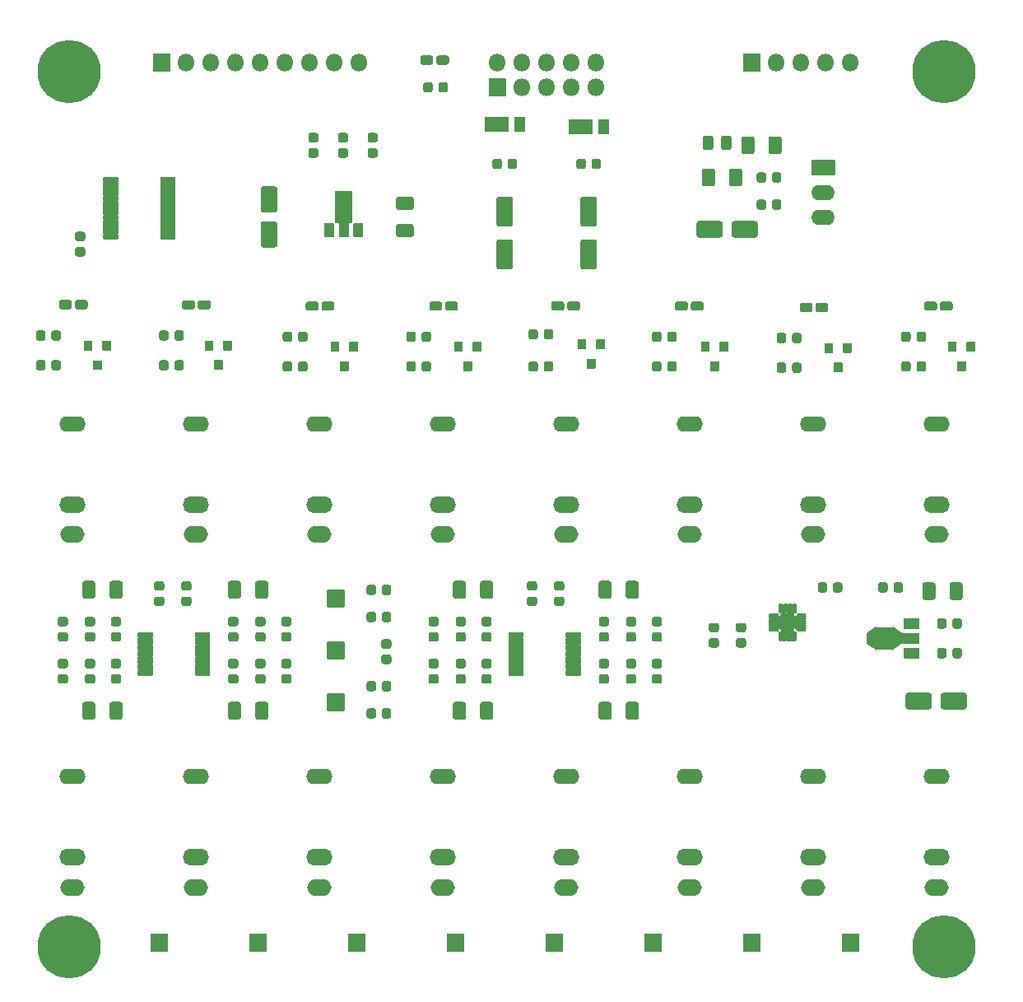
<source format=gbr>
G04 #@! TF.GenerationSoftware,KiCad,Pcbnew,(5.1.8)-1*
G04 #@! TF.CreationDate,2020-12-03T10:30:46+08:00*
G04 #@! TF.ProjectId,ProtoCV,50726f74-6f43-4562-9e6b-696361645f70,rev?*
G04 #@! TF.SameCoordinates,Original*
G04 #@! TF.FileFunction,Soldermask,Top*
G04 #@! TF.FilePolarity,Negative*
%FSLAX46Y46*%
G04 Gerber Fmt 4.6, Leading zero omitted, Abs format (unit mm)*
G04 Created by KiCad (PCBNEW (5.1.8)-1) date 2020-12-03 10:30:46*
%MOMM*%
%LPD*%
G01*
G04 APERTURE LIST*
%ADD10C,0.100000*%
%ADD11O,2.402000X1.602000*%
%ADD12O,2.702000X1.602000*%
%ADD13O,2.502000X1.702000*%
%ADD14O,2.702000X1.702000*%
%ADD15O,1.802000X1.802000*%
%ADD16C,0.902000*%
%ADD17C,6.502000*%
G04 APERTURE END LIST*
D10*
G36*
X132370480Y-67385050D02*
G01*
X132373382Y-67375483D01*
X132378095Y-67366666D01*
X132384438Y-67358938D01*
X132392166Y-67352595D01*
X132400983Y-67347882D01*
X132410550Y-67344980D01*
X132420500Y-67344000D01*
X134153500Y-67344000D01*
X134163450Y-67344980D01*
X134173017Y-67347882D01*
X134181834Y-67352595D01*
X134189562Y-67358938D01*
X134195905Y-67366666D01*
X134200618Y-67375483D01*
X134203520Y-67385050D01*
X134204500Y-67395000D01*
X134204500Y-70520000D01*
X134203520Y-70529950D01*
X134200618Y-70539517D01*
X134195905Y-70548334D01*
X134189562Y-70556062D01*
X134181834Y-70562405D01*
X134173017Y-70567118D01*
X134163450Y-70570020D01*
X134153500Y-70571000D01*
X133788000Y-70571000D01*
X133788000Y-71995000D01*
X133787020Y-72004950D01*
X133784118Y-72014517D01*
X133779405Y-72023334D01*
X133773062Y-72031062D01*
X133765334Y-72037405D01*
X133756517Y-72042118D01*
X133746950Y-72045020D01*
X133737000Y-72046000D01*
X132837000Y-72046000D01*
X132827050Y-72045020D01*
X132817483Y-72042118D01*
X132808666Y-72037405D01*
X132800938Y-72031062D01*
X132794595Y-72023334D01*
X132789882Y-72014517D01*
X132786980Y-72004950D01*
X132786000Y-71995000D01*
X132786000Y-70571000D01*
X132420500Y-70571000D01*
X132410550Y-70570020D01*
X132400983Y-70567118D01*
X132392166Y-70562405D01*
X132384438Y-70556062D01*
X132378095Y-70548334D01*
X132373382Y-70539517D01*
X132370480Y-70529950D01*
X132369500Y-70520000D01*
X132369500Y-67395000D01*
X132370480Y-67385050D01*
G37*
G36*
G01*
X135237000Y-72046000D02*
X134337000Y-72046000D01*
G75*
G02*
X134286000Y-71995000I0J51000D01*
G01*
X134286000Y-70695000D01*
G75*
G02*
X134337000Y-70644000I51000J0D01*
G01*
X135237000Y-70644000D01*
G75*
G02*
X135288000Y-70695000I0J-51000D01*
G01*
X135288000Y-71995000D01*
G75*
G02*
X135237000Y-72046000I-51000J0D01*
G01*
G37*
G36*
G01*
X132237000Y-72046000D02*
X131337000Y-72046000D01*
G75*
G02*
X131286000Y-71995000I0J51000D01*
G01*
X131286000Y-70695000D01*
G75*
G02*
X131337000Y-70644000I51000J0D01*
G01*
X132237000Y-70644000D01*
G75*
G02*
X132288000Y-70695000I0J-51000D01*
G01*
X132288000Y-71995000D01*
G75*
G02*
X132237000Y-72046000I-51000J0D01*
G01*
G37*
G36*
G01*
X178423086Y-110899000D02*
X179439914Y-110899000D01*
G75*
G02*
X179707500Y-111166586I0J-267586D01*
G01*
X179707500Y-112183414D01*
G75*
G02*
X179439914Y-112451000I-267586J0D01*
G01*
X178423086Y-112451000D01*
G75*
G02*
X178155500Y-112183414I0J267586D01*
G01*
X178155500Y-111166586D01*
G75*
G02*
X178423086Y-110899000I267586J0D01*
G01*
G37*
G36*
G01*
X179593500Y-109749000D02*
X179769500Y-109749000D01*
G75*
G02*
X179857500Y-109837000I0J-88000D01*
G01*
X179857500Y-110638000D01*
G75*
G02*
X179769500Y-110726000I-88000J0D01*
G01*
X179593500Y-110726000D01*
G75*
G02*
X179505500Y-110638000I0J88000D01*
G01*
X179505500Y-109837000D01*
G75*
G02*
X179593500Y-109749000I88000J0D01*
G01*
G37*
G36*
G01*
X179093500Y-109749000D02*
X179269500Y-109749000D01*
G75*
G02*
X179357500Y-109837000I0J-88000D01*
G01*
X179357500Y-110638000D01*
G75*
G02*
X179269500Y-110726000I-88000J0D01*
G01*
X179093500Y-110726000D01*
G75*
G02*
X179005500Y-110638000I0J88000D01*
G01*
X179005500Y-109837000D01*
G75*
G02*
X179093500Y-109749000I88000J0D01*
G01*
G37*
G36*
G01*
X178593500Y-109749000D02*
X178769500Y-109749000D01*
G75*
G02*
X178857500Y-109837000I0J-88000D01*
G01*
X178857500Y-110638000D01*
G75*
G02*
X178769500Y-110726000I-88000J0D01*
G01*
X178593500Y-110726000D01*
G75*
G02*
X178505500Y-110638000I0J88000D01*
G01*
X178505500Y-109837000D01*
G75*
G02*
X178593500Y-109749000I88000J0D01*
G01*
G37*
G36*
G01*
X178093500Y-109749000D02*
X178269500Y-109749000D01*
G75*
G02*
X178357500Y-109837000I0J-88000D01*
G01*
X178357500Y-110638000D01*
G75*
G02*
X178269500Y-110726000I-88000J0D01*
G01*
X178093500Y-110726000D01*
G75*
G02*
X178005500Y-110638000I0J88000D01*
G01*
X178005500Y-109837000D01*
G75*
G02*
X178093500Y-109749000I88000J0D01*
G01*
G37*
G36*
G01*
X177093500Y-110749000D02*
X177894500Y-110749000D01*
G75*
G02*
X177982500Y-110837000I0J-88000D01*
G01*
X177982500Y-111013000D01*
G75*
G02*
X177894500Y-111101000I-88000J0D01*
G01*
X177093500Y-111101000D01*
G75*
G02*
X177005500Y-111013000I0J88000D01*
G01*
X177005500Y-110837000D01*
G75*
G02*
X177093500Y-110749000I88000J0D01*
G01*
G37*
G36*
G01*
X177093500Y-111249000D02*
X177894500Y-111249000D01*
G75*
G02*
X177982500Y-111337000I0J-88000D01*
G01*
X177982500Y-111513000D01*
G75*
G02*
X177894500Y-111601000I-88000J0D01*
G01*
X177093500Y-111601000D01*
G75*
G02*
X177005500Y-111513000I0J88000D01*
G01*
X177005500Y-111337000D01*
G75*
G02*
X177093500Y-111249000I88000J0D01*
G01*
G37*
G36*
G01*
X177093500Y-111749000D02*
X177894500Y-111749000D01*
G75*
G02*
X177982500Y-111837000I0J-88000D01*
G01*
X177982500Y-112013000D01*
G75*
G02*
X177894500Y-112101000I-88000J0D01*
G01*
X177093500Y-112101000D01*
G75*
G02*
X177005500Y-112013000I0J88000D01*
G01*
X177005500Y-111837000D01*
G75*
G02*
X177093500Y-111749000I88000J0D01*
G01*
G37*
G36*
G01*
X177093500Y-112249000D02*
X177894500Y-112249000D01*
G75*
G02*
X177982500Y-112337000I0J-88000D01*
G01*
X177982500Y-112513000D01*
G75*
G02*
X177894500Y-112601000I-88000J0D01*
G01*
X177093500Y-112601000D01*
G75*
G02*
X177005500Y-112513000I0J88000D01*
G01*
X177005500Y-112337000D01*
G75*
G02*
X177093500Y-112249000I88000J0D01*
G01*
G37*
G36*
G01*
X178093500Y-112624000D02*
X178269500Y-112624000D01*
G75*
G02*
X178357500Y-112712000I0J-88000D01*
G01*
X178357500Y-113513000D01*
G75*
G02*
X178269500Y-113601000I-88000J0D01*
G01*
X178093500Y-113601000D01*
G75*
G02*
X178005500Y-113513000I0J88000D01*
G01*
X178005500Y-112712000D01*
G75*
G02*
X178093500Y-112624000I88000J0D01*
G01*
G37*
G36*
G01*
X178593500Y-112624000D02*
X178769500Y-112624000D01*
G75*
G02*
X178857500Y-112712000I0J-88000D01*
G01*
X178857500Y-113513000D01*
G75*
G02*
X178769500Y-113601000I-88000J0D01*
G01*
X178593500Y-113601000D01*
G75*
G02*
X178505500Y-113513000I0J88000D01*
G01*
X178505500Y-112712000D01*
G75*
G02*
X178593500Y-112624000I88000J0D01*
G01*
G37*
G36*
G01*
X179093500Y-112624000D02*
X179269500Y-112624000D01*
G75*
G02*
X179357500Y-112712000I0J-88000D01*
G01*
X179357500Y-113513000D01*
G75*
G02*
X179269500Y-113601000I-88000J0D01*
G01*
X179093500Y-113601000D01*
G75*
G02*
X179005500Y-113513000I0J88000D01*
G01*
X179005500Y-112712000D01*
G75*
G02*
X179093500Y-112624000I88000J0D01*
G01*
G37*
G36*
G01*
X179593500Y-112624000D02*
X179769500Y-112624000D01*
G75*
G02*
X179857500Y-112712000I0J-88000D01*
G01*
X179857500Y-113513000D01*
G75*
G02*
X179769500Y-113601000I-88000J0D01*
G01*
X179593500Y-113601000D01*
G75*
G02*
X179505500Y-113513000I0J88000D01*
G01*
X179505500Y-112712000D01*
G75*
G02*
X179593500Y-112624000I88000J0D01*
G01*
G37*
G36*
G01*
X179968500Y-112249000D02*
X180769500Y-112249000D01*
G75*
G02*
X180857500Y-112337000I0J-88000D01*
G01*
X180857500Y-112513000D01*
G75*
G02*
X180769500Y-112601000I-88000J0D01*
G01*
X179968500Y-112601000D01*
G75*
G02*
X179880500Y-112513000I0J88000D01*
G01*
X179880500Y-112337000D01*
G75*
G02*
X179968500Y-112249000I88000J0D01*
G01*
G37*
G36*
G01*
X179968500Y-111749000D02*
X180769500Y-111749000D01*
G75*
G02*
X180857500Y-111837000I0J-88000D01*
G01*
X180857500Y-112013000D01*
G75*
G02*
X180769500Y-112101000I-88000J0D01*
G01*
X179968500Y-112101000D01*
G75*
G02*
X179880500Y-112013000I0J88000D01*
G01*
X179880500Y-111837000D01*
G75*
G02*
X179968500Y-111749000I88000J0D01*
G01*
G37*
G36*
G01*
X179968500Y-111249000D02*
X180769500Y-111249000D01*
G75*
G02*
X180857500Y-111337000I0J-88000D01*
G01*
X180857500Y-111513000D01*
G75*
G02*
X180769500Y-111601000I-88000J0D01*
G01*
X179968500Y-111601000D01*
G75*
G02*
X179880500Y-111513000I0J88000D01*
G01*
X179880500Y-111337000D01*
G75*
G02*
X179968500Y-111249000I88000J0D01*
G01*
G37*
G36*
G01*
X179968500Y-110749000D02*
X180769500Y-110749000D01*
G75*
G02*
X180857500Y-110837000I0J-88000D01*
G01*
X180857500Y-111013000D01*
G75*
G02*
X180769500Y-111101000I-88000J0D01*
G01*
X179968500Y-111101000D01*
G75*
G02*
X179880500Y-111013000I0J88000D01*
G01*
X179880500Y-110837000D01*
G75*
G02*
X179968500Y-110749000I88000J0D01*
G01*
G37*
G36*
G01*
X173873350Y-113290900D02*
X174436850Y-113290900D01*
G75*
G02*
X174681100Y-113535150I0J-244250D01*
G01*
X174681100Y-114023650D01*
G75*
G02*
X174436850Y-114267900I-244250J0D01*
G01*
X173873350Y-114267900D01*
G75*
G02*
X173629100Y-114023650I0J244250D01*
G01*
X173629100Y-113535150D01*
G75*
G02*
X173873350Y-113290900I244250J0D01*
G01*
G37*
G36*
G01*
X173873350Y-111715900D02*
X174436850Y-111715900D01*
G75*
G02*
X174681100Y-111960150I0J-244250D01*
G01*
X174681100Y-112448650D01*
G75*
G02*
X174436850Y-112692900I-244250J0D01*
G01*
X173873350Y-112692900D01*
G75*
G02*
X173629100Y-112448650I0J244250D01*
G01*
X173629100Y-111960150D01*
G75*
G02*
X173873350Y-111715900I244250J0D01*
G01*
G37*
G36*
G01*
X172103000Y-62838750D02*
X172103000Y-61875250D01*
G75*
G02*
X172372250Y-61606000I269250J0D01*
G01*
X172910750Y-61606000D01*
G75*
G02*
X173180000Y-61875250I0J-269250D01*
G01*
X173180000Y-62838750D01*
G75*
G02*
X172910750Y-63108000I-269250J0D01*
G01*
X172372250Y-63108000D01*
G75*
G02*
X172103000Y-62838750I0J269250D01*
G01*
G37*
G36*
G01*
X170228000Y-62838750D02*
X170228000Y-61875250D01*
G75*
G02*
X170497250Y-61606000I269250J0D01*
G01*
X171035750Y-61606000D01*
G75*
G02*
X171305000Y-61875250I0J-269250D01*
G01*
X171305000Y-62838750D01*
G75*
G02*
X171035750Y-63108000I-269250J0D01*
G01*
X170497250Y-63108000D01*
G75*
G02*
X170228000Y-62838750I0J269250D01*
G01*
G37*
G36*
G01*
X131611000Y-108314000D02*
X133311000Y-108314000D01*
G75*
G02*
X133362000Y-108365000I0J-51000D01*
G01*
X133362000Y-110065000D01*
G75*
G02*
X133311000Y-110116000I-51000J0D01*
G01*
X131611000Y-110116000D01*
G75*
G02*
X131560000Y-110065000I0J51000D01*
G01*
X131560000Y-108365000D01*
G75*
G02*
X131611000Y-108314000I51000J0D01*
G01*
G37*
G36*
G01*
X113399000Y-145460000D02*
X113399000Y-143760000D01*
G75*
G02*
X113450000Y-143709000I51000J0D01*
G01*
X115150000Y-143709000D01*
G75*
G02*
X115201000Y-143760000I0J-51000D01*
G01*
X115201000Y-145460000D01*
G75*
G02*
X115150000Y-145511000I-51000J0D01*
G01*
X113450000Y-145511000D01*
G75*
G02*
X113399000Y-145460000I0J51000D01*
G01*
G37*
G36*
G01*
X123559000Y-145460000D02*
X123559000Y-143760000D01*
G75*
G02*
X123610000Y-143709000I51000J0D01*
G01*
X125310000Y-143709000D01*
G75*
G02*
X125361000Y-143760000I0J-51000D01*
G01*
X125361000Y-145460000D01*
G75*
G02*
X125310000Y-145511000I-51000J0D01*
G01*
X123610000Y-145511000D01*
G75*
G02*
X123559000Y-145460000I0J51000D01*
G01*
G37*
G36*
G01*
X133719000Y-145460000D02*
X133719000Y-143760000D01*
G75*
G02*
X133770000Y-143709000I51000J0D01*
G01*
X135470000Y-143709000D01*
G75*
G02*
X135521000Y-143760000I0J-51000D01*
G01*
X135521000Y-145460000D01*
G75*
G02*
X135470000Y-145511000I-51000J0D01*
G01*
X133770000Y-145511000D01*
G75*
G02*
X133719000Y-145460000I0J51000D01*
G01*
G37*
G36*
G01*
X143879000Y-145460000D02*
X143879000Y-143760000D01*
G75*
G02*
X143930000Y-143709000I51000J0D01*
G01*
X145630000Y-143709000D01*
G75*
G02*
X145681000Y-143760000I0J-51000D01*
G01*
X145681000Y-145460000D01*
G75*
G02*
X145630000Y-145511000I-51000J0D01*
G01*
X143930000Y-145511000D01*
G75*
G02*
X143879000Y-145460000I0J51000D01*
G01*
G37*
G36*
G01*
X154039000Y-145460000D02*
X154039000Y-143760000D01*
G75*
G02*
X154090000Y-143709000I51000J0D01*
G01*
X155790000Y-143709000D01*
G75*
G02*
X155841000Y-143760000I0J-51000D01*
G01*
X155841000Y-145460000D01*
G75*
G02*
X155790000Y-145511000I-51000J0D01*
G01*
X154090000Y-145511000D01*
G75*
G02*
X154039000Y-145460000I0J51000D01*
G01*
G37*
G36*
G01*
X164199000Y-145460000D02*
X164199000Y-143760000D01*
G75*
G02*
X164250000Y-143709000I51000J0D01*
G01*
X165950000Y-143709000D01*
G75*
G02*
X166001000Y-143760000I0J-51000D01*
G01*
X166001000Y-145460000D01*
G75*
G02*
X165950000Y-145511000I-51000J0D01*
G01*
X164250000Y-145511000D01*
G75*
G02*
X164199000Y-145460000I0J51000D01*
G01*
G37*
G36*
G01*
X174359000Y-145460000D02*
X174359000Y-143760000D01*
G75*
G02*
X174410000Y-143709000I51000J0D01*
G01*
X176110000Y-143709000D01*
G75*
G02*
X176161000Y-143760000I0J-51000D01*
G01*
X176161000Y-145460000D01*
G75*
G02*
X176110000Y-145511000I-51000J0D01*
G01*
X174410000Y-145511000D01*
G75*
G02*
X174359000Y-145460000I0J51000D01*
G01*
G37*
G36*
G01*
X184519000Y-145460000D02*
X184519000Y-143760000D01*
G75*
G02*
X184570000Y-143709000I51000J0D01*
G01*
X186270000Y-143709000D01*
G75*
G02*
X186321000Y-143760000I0J-51000D01*
G01*
X186321000Y-145460000D01*
G75*
G02*
X186270000Y-145511000I-51000J0D01*
G01*
X184570000Y-145511000D01*
G75*
G02*
X184519000Y-145460000I0J51000D01*
G01*
G37*
G36*
G01*
X131611000Y-118982000D02*
X133311000Y-118982000D01*
G75*
G02*
X133362000Y-119033000I0J-51000D01*
G01*
X133362000Y-120733000D01*
G75*
G02*
X133311000Y-120784000I-51000J0D01*
G01*
X131611000Y-120784000D01*
G75*
G02*
X131560000Y-120733000I0J51000D01*
G01*
X131560000Y-119033000D01*
G75*
G02*
X131611000Y-118982000I51000J0D01*
G01*
G37*
G36*
G01*
X131611000Y-113653000D02*
X133311000Y-113653000D01*
G75*
G02*
X133362000Y-113704000I0J-51000D01*
G01*
X133362000Y-115404000D01*
G75*
G02*
X133311000Y-115455000I-51000J0D01*
G01*
X131611000Y-115455000D01*
G75*
G02*
X131560000Y-115404000I0J51000D01*
G01*
X131560000Y-113704000D01*
G75*
G02*
X131611000Y-113653000I51000J0D01*
G01*
G37*
G36*
G01*
X110094000Y-71788000D02*
X110094000Y-72238000D01*
G75*
G02*
X110043000Y-72289000I-51000J0D01*
G01*
X108593000Y-72289000D01*
G75*
G02*
X108542000Y-72238000I0J51000D01*
G01*
X108542000Y-71788000D01*
G75*
G02*
X108593000Y-71737000I51000J0D01*
G01*
X110043000Y-71737000D01*
G75*
G02*
X110094000Y-71788000I0J-51000D01*
G01*
G37*
G36*
G01*
X110094000Y-71138000D02*
X110094000Y-71588000D01*
G75*
G02*
X110043000Y-71639000I-51000J0D01*
G01*
X108593000Y-71639000D01*
G75*
G02*
X108542000Y-71588000I0J51000D01*
G01*
X108542000Y-71138000D01*
G75*
G02*
X108593000Y-71087000I51000J0D01*
G01*
X110043000Y-71087000D01*
G75*
G02*
X110094000Y-71138000I0J-51000D01*
G01*
G37*
G36*
G01*
X110094000Y-70488000D02*
X110094000Y-70938000D01*
G75*
G02*
X110043000Y-70989000I-51000J0D01*
G01*
X108593000Y-70989000D01*
G75*
G02*
X108542000Y-70938000I0J51000D01*
G01*
X108542000Y-70488000D01*
G75*
G02*
X108593000Y-70437000I51000J0D01*
G01*
X110043000Y-70437000D01*
G75*
G02*
X110094000Y-70488000I0J-51000D01*
G01*
G37*
G36*
G01*
X110094000Y-69838000D02*
X110094000Y-70288000D01*
G75*
G02*
X110043000Y-70339000I-51000J0D01*
G01*
X108593000Y-70339000D01*
G75*
G02*
X108542000Y-70288000I0J51000D01*
G01*
X108542000Y-69838000D01*
G75*
G02*
X108593000Y-69787000I51000J0D01*
G01*
X110043000Y-69787000D01*
G75*
G02*
X110094000Y-69838000I0J-51000D01*
G01*
G37*
G36*
G01*
X110094000Y-69188000D02*
X110094000Y-69638000D01*
G75*
G02*
X110043000Y-69689000I-51000J0D01*
G01*
X108593000Y-69689000D01*
G75*
G02*
X108542000Y-69638000I0J51000D01*
G01*
X108542000Y-69188000D01*
G75*
G02*
X108593000Y-69137000I51000J0D01*
G01*
X110043000Y-69137000D01*
G75*
G02*
X110094000Y-69188000I0J-51000D01*
G01*
G37*
G36*
G01*
X110094000Y-68538000D02*
X110094000Y-68988000D01*
G75*
G02*
X110043000Y-69039000I-51000J0D01*
G01*
X108593000Y-69039000D01*
G75*
G02*
X108542000Y-68988000I0J51000D01*
G01*
X108542000Y-68538000D01*
G75*
G02*
X108593000Y-68487000I51000J0D01*
G01*
X110043000Y-68487000D01*
G75*
G02*
X110094000Y-68538000I0J-51000D01*
G01*
G37*
G36*
G01*
X110094000Y-67888000D02*
X110094000Y-68338000D01*
G75*
G02*
X110043000Y-68389000I-51000J0D01*
G01*
X108593000Y-68389000D01*
G75*
G02*
X108542000Y-68338000I0J51000D01*
G01*
X108542000Y-67888000D01*
G75*
G02*
X108593000Y-67837000I51000J0D01*
G01*
X110043000Y-67837000D01*
G75*
G02*
X110094000Y-67888000I0J-51000D01*
G01*
G37*
G36*
G01*
X110094000Y-67238000D02*
X110094000Y-67688000D01*
G75*
G02*
X110043000Y-67739000I-51000J0D01*
G01*
X108593000Y-67739000D01*
G75*
G02*
X108542000Y-67688000I0J51000D01*
G01*
X108542000Y-67238000D01*
G75*
G02*
X108593000Y-67187000I51000J0D01*
G01*
X110043000Y-67187000D01*
G75*
G02*
X110094000Y-67238000I0J-51000D01*
G01*
G37*
G36*
G01*
X110094000Y-66588000D02*
X110094000Y-67038000D01*
G75*
G02*
X110043000Y-67089000I-51000J0D01*
G01*
X108593000Y-67089000D01*
G75*
G02*
X108542000Y-67038000I0J51000D01*
G01*
X108542000Y-66588000D01*
G75*
G02*
X108593000Y-66537000I51000J0D01*
G01*
X110043000Y-66537000D01*
G75*
G02*
X110094000Y-66588000I0J-51000D01*
G01*
G37*
G36*
G01*
X110094000Y-65938000D02*
X110094000Y-66388000D01*
G75*
G02*
X110043000Y-66439000I-51000J0D01*
G01*
X108593000Y-66439000D01*
G75*
G02*
X108542000Y-66388000I0J51000D01*
G01*
X108542000Y-65938000D01*
G75*
G02*
X108593000Y-65887000I51000J0D01*
G01*
X110043000Y-65887000D01*
G75*
G02*
X110094000Y-65938000I0J-51000D01*
G01*
G37*
G36*
G01*
X115994000Y-65938000D02*
X115994000Y-66388000D01*
G75*
G02*
X115943000Y-66439000I-51000J0D01*
G01*
X114493000Y-66439000D01*
G75*
G02*
X114442000Y-66388000I0J51000D01*
G01*
X114442000Y-65938000D01*
G75*
G02*
X114493000Y-65887000I51000J0D01*
G01*
X115943000Y-65887000D01*
G75*
G02*
X115994000Y-65938000I0J-51000D01*
G01*
G37*
G36*
G01*
X115994000Y-66588000D02*
X115994000Y-67038000D01*
G75*
G02*
X115943000Y-67089000I-51000J0D01*
G01*
X114493000Y-67089000D01*
G75*
G02*
X114442000Y-67038000I0J51000D01*
G01*
X114442000Y-66588000D01*
G75*
G02*
X114493000Y-66537000I51000J0D01*
G01*
X115943000Y-66537000D01*
G75*
G02*
X115994000Y-66588000I0J-51000D01*
G01*
G37*
G36*
G01*
X115994000Y-67238000D02*
X115994000Y-67688000D01*
G75*
G02*
X115943000Y-67739000I-51000J0D01*
G01*
X114493000Y-67739000D01*
G75*
G02*
X114442000Y-67688000I0J51000D01*
G01*
X114442000Y-67238000D01*
G75*
G02*
X114493000Y-67187000I51000J0D01*
G01*
X115943000Y-67187000D01*
G75*
G02*
X115994000Y-67238000I0J-51000D01*
G01*
G37*
G36*
G01*
X115994000Y-67888000D02*
X115994000Y-68338000D01*
G75*
G02*
X115943000Y-68389000I-51000J0D01*
G01*
X114493000Y-68389000D01*
G75*
G02*
X114442000Y-68338000I0J51000D01*
G01*
X114442000Y-67888000D01*
G75*
G02*
X114493000Y-67837000I51000J0D01*
G01*
X115943000Y-67837000D01*
G75*
G02*
X115994000Y-67888000I0J-51000D01*
G01*
G37*
G36*
G01*
X115994000Y-68538000D02*
X115994000Y-68988000D01*
G75*
G02*
X115943000Y-69039000I-51000J0D01*
G01*
X114493000Y-69039000D01*
G75*
G02*
X114442000Y-68988000I0J51000D01*
G01*
X114442000Y-68538000D01*
G75*
G02*
X114493000Y-68487000I51000J0D01*
G01*
X115943000Y-68487000D01*
G75*
G02*
X115994000Y-68538000I0J-51000D01*
G01*
G37*
G36*
G01*
X115994000Y-69188000D02*
X115994000Y-69638000D01*
G75*
G02*
X115943000Y-69689000I-51000J0D01*
G01*
X114493000Y-69689000D01*
G75*
G02*
X114442000Y-69638000I0J51000D01*
G01*
X114442000Y-69188000D01*
G75*
G02*
X114493000Y-69137000I51000J0D01*
G01*
X115943000Y-69137000D01*
G75*
G02*
X115994000Y-69188000I0J-51000D01*
G01*
G37*
G36*
G01*
X115994000Y-69838000D02*
X115994000Y-70288000D01*
G75*
G02*
X115943000Y-70339000I-51000J0D01*
G01*
X114493000Y-70339000D01*
G75*
G02*
X114442000Y-70288000I0J51000D01*
G01*
X114442000Y-69838000D01*
G75*
G02*
X114493000Y-69787000I51000J0D01*
G01*
X115943000Y-69787000D01*
G75*
G02*
X115994000Y-69838000I0J-51000D01*
G01*
G37*
G36*
G01*
X115994000Y-70488000D02*
X115994000Y-70938000D01*
G75*
G02*
X115943000Y-70989000I-51000J0D01*
G01*
X114493000Y-70989000D01*
G75*
G02*
X114442000Y-70938000I0J51000D01*
G01*
X114442000Y-70488000D01*
G75*
G02*
X114493000Y-70437000I51000J0D01*
G01*
X115943000Y-70437000D01*
G75*
G02*
X115994000Y-70488000I0J-51000D01*
G01*
G37*
G36*
G01*
X115994000Y-71138000D02*
X115994000Y-71588000D01*
G75*
G02*
X115943000Y-71639000I-51000J0D01*
G01*
X114493000Y-71639000D01*
G75*
G02*
X114442000Y-71588000I0J51000D01*
G01*
X114442000Y-71138000D01*
G75*
G02*
X114493000Y-71087000I51000J0D01*
G01*
X115943000Y-71087000D01*
G75*
G02*
X115994000Y-71138000I0J-51000D01*
G01*
G37*
G36*
G01*
X115994000Y-71788000D02*
X115994000Y-72238000D01*
G75*
G02*
X115943000Y-72289000I-51000J0D01*
G01*
X114493000Y-72289000D01*
G75*
G02*
X114442000Y-72238000I0J51000D01*
G01*
X114442000Y-71788000D01*
G75*
G02*
X114493000Y-71737000I51000J0D01*
G01*
X115943000Y-71737000D01*
G75*
G02*
X115994000Y-71788000I0J-51000D01*
G01*
G37*
G36*
X189759700Y-112109047D02*
G01*
X190861700Y-112880447D01*
X190861700Y-113733553D01*
X189759700Y-114504953D01*
X189759700Y-112109047D01*
G37*
G36*
G01*
X189821000Y-114458000D02*
X187981000Y-114458000D01*
G75*
G02*
X187930000Y-114407000I0J51000D01*
G01*
X187930000Y-112207000D01*
G75*
G02*
X187981000Y-112156000I51000J0D01*
G01*
X189821000Y-112156000D01*
G75*
G02*
X189872000Y-112207000I0J-51000D01*
G01*
X189872000Y-114407000D01*
G75*
G02*
X189821000Y-114458000I-51000J0D01*
G01*
G37*
G36*
G01*
X192464500Y-112358000D02*
X190964500Y-112358000D01*
G75*
G02*
X190913500Y-112307000I0J51000D01*
G01*
X190913500Y-111307000D01*
G75*
G02*
X190964500Y-111256000I51000J0D01*
G01*
X192464500Y-111256000D01*
G75*
G02*
X192515500Y-111307000I0J-51000D01*
G01*
X192515500Y-112307000D01*
G75*
G02*
X192464500Y-112358000I-51000J0D01*
G01*
G37*
G36*
G01*
X192468000Y-113858000D02*
X190668000Y-113858000D01*
G75*
G02*
X190617000Y-113807000I0J51000D01*
G01*
X190617000Y-112807000D01*
G75*
G02*
X190668000Y-112756000I51000J0D01*
G01*
X192468000Y-112756000D01*
G75*
G02*
X192519000Y-112807000I0J-51000D01*
G01*
X192519000Y-113807000D01*
G75*
G02*
X192468000Y-113858000I-51000J0D01*
G01*
G37*
G36*
G01*
X192464500Y-115358000D02*
X190964500Y-115358000D01*
G75*
G02*
X190913500Y-115307000I0J51000D01*
G01*
X190913500Y-114307000D01*
G75*
G02*
X190964500Y-114256000I51000J0D01*
G01*
X192464500Y-114256000D01*
G75*
G02*
X192515500Y-114307000I0J-51000D01*
G01*
X192515500Y-115307000D01*
G75*
G02*
X192464500Y-115358000I-51000J0D01*
G01*
G37*
G36*
X188043500Y-114505426D02*
G01*
X187091500Y-113833426D01*
X187091500Y-112780574D01*
X188043500Y-112108574D01*
X188043500Y-114505426D01*
G37*
D11*
X182626000Y-69977000D03*
X182626000Y-67437000D03*
G36*
G01*
X181476000Y-64096000D02*
X183776000Y-64096000D01*
G75*
G02*
X183827000Y-64147000I0J-51000D01*
G01*
X183827000Y-65647000D01*
G75*
G02*
X183776000Y-65698000I-51000J0D01*
G01*
X181476000Y-65698000D01*
G75*
G02*
X181425000Y-65647000I0J51000D01*
G01*
X181425000Y-64147000D01*
G75*
G02*
X181476000Y-64096000I51000J0D01*
G01*
G37*
G36*
G01*
X156128400Y-113191000D02*
X156128400Y-112741000D01*
G75*
G02*
X156179400Y-112690000I51000J0D01*
G01*
X157629400Y-112690000D01*
G75*
G02*
X157680400Y-112741000I0J-51000D01*
G01*
X157680400Y-113191000D01*
G75*
G02*
X157629400Y-113242000I-51000J0D01*
G01*
X156179400Y-113242000D01*
G75*
G02*
X156128400Y-113191000I0J51000D01*
G01*
G37*
G36*
G01*
X156128400Y-113841000D02*
X156128400Y-113391000D01*
G75*
G02*
X156179400Y-113340000I51000J0D01*
G01*
X157629400Y-113340000D01*
G75*
G02*
X157680400Y-113391000I0J-51000D01*
G01*
X157680400Y-113841000D01*
G75*
G02*
X157629400Y-113892000I-51000J0D01*
G01*
X156179400Y-113892000D01*
G75*
G02*
X156128400Y-113841000I0J51000D01*
G01*
G37*
G36*
G01*
X156128400Y-114491000D02*
X156128400Y-114041000D01*
G75*
G02*
X156179400Y-113990000I51000J0D01*
G01*
X157629400Y-113990000D01*
G75*
G02*
X157680400Y-114041000I0J-51000D01*
G01*
X157680400Y-114491000D01*
G75*
G02*
X157629400Y-114542000I-51000J0D01*
G01*
X156179400Y-114542000D01*
G75*
G02*
X156128400Y-114491000I0J51000D01*
G01*
G37*
G36*
G01*
X156128400Y-115141000D02*
X156128400Y-114691000D01*
G75*
G02*
X156179400Y-114640000I51000J0D01*
G01*
X157629400Y-114640000D01*
G75*
G02*
X157680400Y-114691000I0J-51000D01*
G01*
X157680400Y-115141000D01*
G75*
G02*
X157629400Y-115192000I-51000J0D01*
G01*
X156179400Y-115192000D01*
G75*
G02*
X156128400Y-115141000I0J51000D01*
G01*
G37*
G36*
G01*
X156128400Y-115791000D02*
X156128400Y-115341000D01*
G75*
G02*
X156179400Y-115290000I51000J0D01*
G01*
X157629400Y-115290000D01*
G75*
G02*
X157680400Y-115341000I0J-51000D01*
G01*
X157680400Y-115791000D01*
G75*
G02*
X157629400Y-115842000I-51000J0D01*
G01*
X156179400Y-115842000D01*
G75*
G02*
X156128400Y-115791000I0J51000D01*
G01*
G37*
G36*
G01*
X156128400Y-116441000D02*
X156128400Y-115991000D01*
G75*
G02*
X156179400Y-115940000I51000J0D01*
G01*
X157629400Y-115940000D01*
G75*
G02*
X157680400Y-115991000I0J-51000D01*
G01*
X157680400Y-116441000D01*
G75*
G02*
X157629400Y-116492000I-51000J0D01*
G01*
X156179400Y-116492000D01*
G75*
G02*
X156128400Y-116441000I0J51000D01*
G01*
G37*
G36*
G01*
X156128400Y-117091000D02*
X156128400Y-116641000D01*
G75*
G02*
X156179400Y-116590000I51000J0D01*
G01*
X157629400Y-116590000D01*
G75*
G02*
X157680400Y-116641000I0J-51000D01*
G01*
X157680400Y-117091000D01*
G75*
G02*
X157629400Y-117142000I-51000J0D01*
G01*
X156179400Y-117142000D01*
G75*
G02*
X156128400Y-117091000I0J51000D01*
G01*
G37*
G36*
G01*
X150228400Y-117091000D02*
X150228400Y-116641000D01*
G75*
G02*
X150279400Y-116590000I51000J0D01*
G01*
X151729400Y-116590000D01*
G75*
G02*
X151780400Y-116641000I0J-51000D01*
G01*
X151780400Y-117091000D01*
G75*
G02*
X151729400Y-117142000I-51000J0D01*
G01*
X150279400Y-117142000D01*
G75*
G02*
X150228400Y-117091000I0J51000D01*
G01*
G37*
G36*
G01*
X150228400Y-116441000D02*
X150228400Y-115991000D01*
G75*
G02*
X150279400Y-115940000I51000J0D01*
G01*
X151729400Y-115940000D01*
G75*
G02*
X151780400Y-115991000I0J-51000D01*
G01*
X151780400Y-116441000D01*
G75*
G02*
X151729400Y-116492000I-51000J0D01*
G01*
X150279400Y-116492000D01*
G75*
G02*
X150228400Y-116441000I0J51000D01*
G01*
G37*
G36*
G01*
X150228400Y-115791000D02*
X150228400Y-115341000D01*
G75*
G02*
X150279400Y-115290000I51000J0D01*
G01*
X151729400Y-115290000D01*
G75*
G02*
X151780400Y-115341000I0J-51000D01*
G01*
X151780400Y-115791000D01*
G75*
G02*
X151729400Y-115842000I-51000J0D01*
G01*
X150279400Y-115842000D01*
G75*
G02*
X150228400Y-115791000I0J51000D01*
G01*
G37*
G36*
G01*
X150228400Y-115141000D02*
X150228400Y-114691000D01*
G75*
G02*
X150279400Y-114640000I51000J0D01*
G01*
X151729400Y-114640000D01*
G75*
G02*
X151780400Y-114691000I0J-51000D01*
G01*
X151780400Y-115141000D01*
G75*
G02*
X151729400Y-115192000I-51000J0D01*
G01*
X150279400Y-115192000D01*
G75*
G02*
X150228400Y-115141000I0J51000D01*
G01*
G37*
G36*
G01*
X150228400Y-114491000D02*
X150228400Y-114041000D01*
G75*
G02*
X150279400Y-113990000I51000J0D01*
G01*
X151729400Y-113990000D01*
G75*
G02*
X151780400Y-114041000I0J-51000D01*
G01*
X151780400Y-114491000D01*
G75*
G02*
X151729400Y-114542000I-51000J0D01*
G01*
X150279400Y-114542000D01*
G75*
G02*
X150228400Y-114491000I0J51000D01*
G01*
G37*
G36*
G01*
X150228400Y-113841000D02*
X150228400Y-113391000D01*
G75*
G02*
X150279400Y-113340000I51000J0D01*
G01*
X151729400Y-113340000D01*
G75*
G02*
X151780400Y-113391000I0J-51000D01*
G01*
X151780400Y-113841000D01*
G75*
G02*
X151729400Y-113892000I-51000J0D01*
G01*
X150279400Y-113892000D01*
G75*
G02*
X150228400Y-113841000I0J51000D01*
G01*
G37*
G36*
G01*
X150228400Y-113191000D02*
X150228400Y-112741000D01*
G75*
G02*
X150279400Y-112690000I51000J0D01*
G01*
X151729400Y-112690000D01*
G75*
G02*
X151780400Y-112741000I0J-51000D01*
G01*
X151780400Y-113191000D01*
G75*
G02*
X151729400Y-113242000I-51000J0D01*
G01*
X150279400Y-113242000D01*
G75*
G02*
X150228400Y-113191000I0J51000D01*
G01*
G37*
G36*
G01*
X118003000Y-113191000D02*
X118003000Y-112741000D01*
G75*
G02*
X118054000Y-112690000I51000J0D01*
G01*
X119504000Y-112690000D01*
G75*
G02*
X119555000Y-112741000I0J-51000D01*
G01*
X119555000Y-113191000D01*
G75*
G02*
X119504000Y-113242000I-51000J0D01*
G01*
X118054000Y-113242000D01*
G75*
G02*
X118003000Y-113191000I0J51000D01*
G01*
G37*
G36*
G01*
X118003000Y-113841000D02*
X118003000Y-113391000D01*
G75*
G02*
X118054000Y-113340000I51000J0D01*
G01*
X119504000Y-113340000D01*
G75*
G02*
X119555000Y-113391000I0J-51000D01*
G01*
X119555000Y-113841000D01*
G75*
G02*
X119504000Y-113892000I-51000J0D01*
G01*
X118054000Y-113892000D01*
G75*
G02*
X118003000Y-113841000I0J51000D01*
G01*
G37*
G36*
G01*
X118003000Y-114491000D02*
X118003000Y-114041000D01*
G75*
G02*
X118054000Y-113990000I51000J0D01*
G01*
X119504000Y-113990000D01*
G75*
G02*
X119555000Y-114041000I0J-51000D01*
G01*
X119555000Y-114491000D01*
G75*
G02*
X119504000Y-114542000I-51000J0D01*
G01*
X118054000Y-114542000D01*
G75*
G02*
X118003000Y-114491000I0J51000D01*
G01*
G37*
G36*
G01*
X118003000Y-115141000D02*
X118003000Y-114691000D01*
G75*
G02*
X118054000Y-114640000I51000J0D01*
G01*
X119504000Y-114640000D01*
G75*
G02*
X119555000Y-114691000I0J-51000D01*
G01*
X119555000Y-115141000D01*
G75*
G02*
X119504000Y-115192000I-51000J0D01*
G01*
X118054000Y-115192000D01*
G75*
G02*
X118003000Y-115141000I0J51000D01*
G01*
G37*
G36*
G01*
X118003000Y-115791000D02*
X118003000Y-115341000D01*
G75*
G02*
X118054000Y-115290000I51000J0D01*
G01*
X119504000Y-115290000D01*
G75*
G02*
X119555000Y-115341000I0J-51000D01*
G01*
X119555000Y-115791000D01*
G75*
G02*
X119504000Y-115842000I-51000J0D01*
G01*
X118054000Y-115842000D01*
G75*
G02*
X118003000Y-115791000I0J51000D01*
G01*
G37*
G36*
G01*
X118003000Y-116441000D02*
X118003000Y-115991000D01*
G75*
G02*
X118054000Y-115940000I51000J0D01*
G01*
X119504000Y-115940000D01*
G75*
G02*
X119555000Y-115991000I0J-51000D01*
G01*
X119555000Y-116441000D01*
G75*
G02*
X119504000Y-116492000I-51000J0D01*
G01*
X118054000Y-116492000D01*
G75*
G02*
X118003000Y-116441000I0J51000D01*
G01*
G37*
G36*
G01*
X118003000Y-117091000D02*
X118003000Y-116641000D01*
G75*
G02*
X118054000Y-116590000I51000J0D01*
G01*
X119504000Y-116590000D01*
G75*
G02*
X119555000Y-116641000I0J-51000D01*
G01*
X119555000Y-117091000D01*
G75*
G02*
X119504000Y-117142000I-51000J0D01*
G01*
X118054000Y-117142000D01*
G75*
G02*
X118003000Y-117091000I0J51000D01*
G01*
G37*
G36*
G01*
X112103000Y-117091000D02*
X112103000Y-116641000D01*
G75*
G02*
X112154000Y-116590000I51000J0D01*
G01*
X113604000Y-116590000D01*
G75*
G02*
X113655000Y-116641000I0J-51000D01*
G01*
X113655000Y-117091000D01*
G75*
G02*
X113604000Y-117142000I-51000J0D01*
G01*
X112154000Y-117142000D01*
G75*
G02*
X112103000Y-117091000I0J51000D01*
G01*
G37*
G36*
G01*
X112103000Y-116441000D02*
X112103000Y-115991000D01*
G75*
G02*
X112154000Y-115940000I51000J0D01*
G01*
X113604000Y-115940000D01*
G75*
G02*
X113655000Y-115991000I0J-51000D01*
G01*
X113655000Y-116441000D01*
G75*
G02*
X113604000Y-116492000I-51000J0D01*
G01*
X112154000Y-116492000D01*
G75*
G02*
X112103000Y-116441000I0J51000D01*
G01*
G37*
G36*
G01*
X112103000Y-115791000D02*
X112103000Y-115341000D01*
G75*
G02*
X112154000Y-115290000I51000J0D01*
G01*
X113604000Y-115290000D01*
G75*
G02*
X113655000Y-115341000I0J-51000D01*
G01*
X113655000Y-115791000D01*
G75*
G02*
X113604000Y-115842000I-51000J0D01*
G01*
X112154000Y-115842000D01*
G75*
G02*
X112103000Y-115791000I0J51000D01*
G01*
G37*
G36*
G01*
X112103000Y-115141000D02*
X112103000Y-114691000D01*
G75*
G02*
X112154000Y-114640000I51000J0D01*
G01*
X113604000Y-114640000D01*
G75*
G02*
X113655000Y-114691000I0J-51000D01*
G01*
X113655000Y-115141000D01*
G75*
G02*
X113604000Y-115192000I-51000J0D01*
G01*
X112154000Y-115192000D01*
G75*
G02*
X112103000Y-115141000I0J51000D01*
G01*
G37*
G36*
G01*
X112103000Y-114491000D02*
X112103000Y-114041000D01*
G75*
G02*
X112154000Y-113990000I51000J0D01*
G01*
X113604000Y-113990000D01*
G75*
G02*
X113655000Y-114041000I0J-51000D01*
G01*
X113655000Y-114491000D01*
G75*
G02*
X113604000Y-114542000I-51000J0D01*
G01*
X112154000Y-114542000D01*
G75*
G02*
X112103000Y-114491000I0J51000D01*
G01*
G37*
G36*
G01*
X112103000Y-113841000D02*
X112103000Y-113391000D01*
G75*
G02*
X112154000Y-113340000I51000J0D01*
G01*
X113604000Y-113340000D01*
G75*
G02*
X113655000Y-113391000I0J-51000D01*
G01*
X113655000Y-113841000D01*
G75*
G02*
X113604000Y-113892000I-51000J0D01*
G01*
X112154000Y-113892000D01*
G75*
G02*
X112103000Y-113841000I0J51000D01*
G01*
G37*
G36*
G01*
X112103000Y-113191000D02*
X112103000Y-112741000D01*
G75*
G02*
X112154000Y-112690000I51000J0D01*
G01*
X113604000Y-112690000D01*
G75*
G02*
X113655000Y-112741000I0J-51000D01*
G01*
X113655000Y-113191000D01*
G75*
G02*
X113604000Y-113242000I-51000J0D01*
G01*
X112154000Y-113242000D01*
G75*
G02*
X112103000Y-113191000I0J51000D01*
G01*
G37*
G36*
G01*
X191613000Y-82014250D02*
X191613000Y-82577750D01*
G75*
G02*
X191368750Y-82822000I-244250J0D01*
G01*
X190880250Y-82822000D01*
G75*
G02*
X190636000Y-82577750I0J244250D01*
G01*
X190636000Y-82014250D01*
G75*
G02*
X190880250Y-81770000I244250J0D01*
G01*
X191368750Y-81770000D01*
G75*
G02*
X191613000Y-82014250I0J-244250D01*
G01*
G37*
G36*
G01*
X193188000Y-82014250D02*
X193188000Y-82577750D01*
G75*
G02*
X192943750Y-82822000I-244250J0D01*
G01*
X192455250Y-82822000D01*
G75*
G02*
X192211000Y-82577750I0J244250D01*
G01*
X192211000Y-82014250D01*
G75*
G02*
X192455250Y-81770000I244250J0D01*
G01*
X192943750Y-81770000D01*
G75*
G02*
X193188000Y-82014250I0J-244250D01*
G01*
G37*
G36*
G01*
X178805000Y-82141250D02*
X178805000Y-82704750D01*
G75*
G02*
X178560750Y-82949000I-244250J0D01*
G01*
X178072250Y-82949000D01*
G75*
G02*
X177828000Y-82704750I0J244250D01*
G01*
X177828000Y-82141250D01*
G75*
G02*
X178072250Y-81897000I244250J0D01*
G01*
X178560750Y-81897000D01*
G75*
G02*
X178805000Y-82141250I0J-244250D01*
G01*
G37*
G36*
G01*
X180380000Y-82141250D02*
X180380000Y-82704750D01*
G75*
G02*
X180135750Y-82949000I-244250J0D01*
G01*
X179647250Y-82949000D01*
G75*
G02*
X179403000Y-82704750I0J244250D01*
G01*
X179403000Y-82141250D01*
G75*
G02*
X179647250Y-81897000I244250J0D01*
G01*
X180135750Y-81897000D01*
G75*
G02*
X180380000Y-82141250I0J-244250D01*
G01*
G37*
G36*
G01*
X165978000Y-82014250D02*
X165978000Y-82577750D01*
G75*
G02*
X165733750Y-82822000I-244250J0D01*
G01*
X165245250Y-82822000D01*
G75*
G02*
X165001000Y-82577750I0J244250D01*
G01*
X165001000Y-82014250D01*
G75*
G02*
X165245250Y-81770000I244250J0D01*
G01*
X165733750Y-81770000D01*
G75*
G02*
X165978000Y-82014250I0J-244250D01*
G01*
G37*
G36*
G01*
X167553000Y-82014250D02*
X167553000Y-82577750D01*
G75*
G02*
X167308750Y-82822000I-244250J0D01*
G01*
X166820250Y-82822000D01*
G75*
G02*
X166576000Y-82577750I0J244250D01*
G01*
X166576000Y-82014250D01*
G75*
G02*
X166820250Y-81770000I244250J0D01*
G01*
X167308750Y-81770000D01*
G75*
G02*
X167553000Y-82014250I0J-244250D01*
G01*
G37*
G36*
G01*
X153265000Y-81760250D02*
X153265000Y-82323750D01*
G75*
G02*
X153020750Y-82568000I-244250J0D01*
G01*
X152532250Y-82568000D01*
G75*
G02*
X152288000Y-82323750I0J244250D01*
G01*
X152288000Y-81760250D01*
G75*
G02*
X152532250Y-81516000I244250J0D01*
G01*
X153020750Y-81516000D01*
G75*
G02*
X153265000Y-81760250I0J-244250D01*
G01*
G37*
G36*
G01*
X154840000Y-81760250D02*
X154840000Y-82323750D01*
G75*
G02*
X154595750Y-82568000I-244250J0D01*
G01*
X154107250Y-82568000D01*
G75*
G02*
X153863000Y-82323750I0J244250D01*
G01*
X153863000Y-81760250D01*
G75*
G02*
X154107250Y-81516000I244250J0D01*
G01*
X154595750Y-81516000D01*
G75*
G02*
X154840000Y-81760250I0J-244250D01*
G01*
G37*
G36*
G01*
X140705000Y-82014250D02*
X140705000Y-82577750D01*
G75*
G02*
X140460750Y-82822000I-244250J0D01*
G01*
X139972250Y-82822000D01*
G75*
G02*
X139728000Y-82577750I0J244250D01*
G01*
X139728000Y-82014250D01*
G75*
G02*
X139972250Y-81770000I244250J0D01*
G01*
X140460750Y-81770000D01*
G75*
G02*
X140705000Y-82014250I0J-244250D01*
G01*
G37*
G36*
G01*
X142280000Y-82014250D02*
X142280000Y-82577750D01*
G75*
G02*
X142035750Y-82822000I-244250J0D01*
G01*
X141547250Y-82822000D01*
G75*
G02*
X141303000Y-82577750I0J244250D01*
G01*
X141303000Y-82014250D01*
G75*
G02*
X141547250Y-81770000I244250J0D01*
G01*
X142035750Y-81770000D01*
G75*
G02*
X142280000Y-82014250I0J-244250D01*
G01*
G37*
G36*
G01*
X127985000Y-82014250D02*
X127985000Y-82577750D01*
G75*
G02*
X127740750Y-82822000I-244250J0D01*
G01*
X127252250Y-82822000D01*
G75*
G02*
X127008000Y-82577750I0J244250D01*
G01*
X127008000Y-82014250D01*
G75*
G02*
X127252250Y-81770000I244250J0D01*
G01*
X127740750Y-81770000D01*
G75*
G02*
X127985000Y-82014250I0J-244250D01*
G01*
G37*
G36*
G01*
X129560000Y-82014250D02*
X129560000Y-82577750D01*
G75*
G02*
X129315750Y-82822000I-244250J0D01*
G01*
X128827250Y-82822000D01*
G75*
G02*
X128583000Y-82577750I0J244250D01*
G01*
X128583000Y-82014250D01*
G75*
G02*
X128827250Y-81770000I244250J0D01*
G01*
X129315750Y-81770000D01*
G75*
G02*
X129560000Y-82014250I0J-244250D01*
G01*
G37*
G36*
G01*
X115268000Y-81887250D02*
X115268000Y-82450750D01*
G75*
G02*
X115023750Y-82695000I-244250J0D01*
G01*
X114535250Y-82695000D01*
G75*
G02*
X114291000Y-82450750I0J244250D01*
G01*
X114291000Y-81887250D01*
G75*
G02*
X114535250Y-81643000I244250J0D01*
G01*
X115023750Y-81643000D01*
G75*
G02*
X115268000Y-81887250I0J-244250D01*
G01*
G37*
G36*
G01*
X116843000Y-81887250D02*
X116843000Y-82450750D01*
G75*
G02*
X116598750Y-82695000I-244250J0D01*
G01*
X116110250Y-82695000D01*
G75*
G02*
X115866000Y-82450750I0J244250D01*
G01*
X115866000Y-81887250D01*
G75*
G02*
X116110250Y-81643000I244250J0D01*
G01*
X116598750Y-81643000D01*
G75*
G02*
X116843000Y-81887250I0J-244250D01*
G01*
G37*
G36*
G01*
X102612000Y-81887250D02*
X102612000Y-82450750D01*
G75*
G02*
X102367750Y-82695000I-244250J0D01*
G01*
X101879250Y-82695000D01*
G75*
G02*
X101635000Y-82450750I0J244250D01*
G01*
X101635000Y-81887250D01*
G75*
G02*
X101879250Y-81643000I244250J0D01*
G01*
X102367750Y-81643000D01*
G75*
G02*
X102612000Y-81887250I0J-244250D01*
G01*
G37*
G36*
G01*
X104187000Y-81887250D02*
X104187000Y-82450750D01*
G75*
G02*
X103942750Y-82695000I-244250J0D01*
G01*
X103454250Y-82695000D01*
G75*
G02*
X103210000Y-82450750I0J244250D01*
G01*
X103210000Y-81887250D01*
G75*
G02*
X103454250Y-81643000I244250J0D01*
G01*
X103942750Y-81643000D01*
G75*
G02*
X104187000Y-81887250I0J-244250D01*
G01*
G37*
G36*
G01*
X192211000Y-85634750D02*
X192211000Y-85071250D01*
G75*
G02*
X192455250Y-84827000I244250J0D01*
G01*
X192943750Y-84827000D01*
G75*
G02*
X193188000Y-85071250I0J-244250D01*
G01*
X193188000Y-85634750D01*
G75*
G02*
X192943750Y-85879000I-244250J0D01*
G01*
X192455250Y-85879000D01*
G75*
G02*
X192211000Y-85634750I0J244250D01*
G01*
G37*
G36*
G01*
X190636000Y-85634750D02*
X190636000Y-85071250D01*
G75*
G02*
X190880250Y-84827000I244250J0D01*
G01*
X191368750Y-84827000D01*
G75*
G02*
X191613000Y-85071250I0J-244250D01*
G01*
X191613000Y-85634750D01*
G75*
G02*
X191368750Y-85879000I-244250J0D01*
G01*
X190880250Y-85879000D01*
G75*
G02*
X190636000Y-85634750I0J244250D01*
G01*
G37*
G36*
G01*
X179403000Y-85761750D02*
X179403000Y-85198250D01*
G75*
G02*
X179647250Y-84954000I244250J0D01*
G01*
X180135750Y-84954000D01*
G75*
G02*
X180380000Y-85198250I0J-244250D01*
G01*
X180380000Y-85761750D01*
G75*
G02*
X180135750Y-86006000I-244250J0D01*
G01*
X179647250Y-86006000D01*
G75*
G02*
X179403000Y-85761750I0J244250D01*
G01*
G37*
G36*
G01*
X177828000Y-85761750D02*
X177828000Y-85198250D01*
G75*
G02*
X178072250Y-84954000I244250J0D01*
G01*
X178560750Y-84954000D01*
G75*
G02*
X178805000Y-85198250I0J-244250D01*
G01*
X178805000Y-85761750D01*
G75*
G02*
X178560750Y-86006000I-244250J0D01*
G01*
X178072250Y-86006000D01*
G75*
G02*
X177828000Y-85761750I0J244250D01*
G01*
G37*
G36*
G01*
X166576000Y-85634750D02*
X166576000Y-85071250D01*
G75*
G02*
X166820250Y-84827000I244250J0D01*
G01*
X167308750Y-84827000D01*
G75*
G02*
X167553000Y-85071250I0J-244250D01*
G01*
X167553000Y-85634750D01*
G75*
G02*
X167308750Y-85879000I-244250J0D01*
G01*
X166820250Y-85879000D01*
G75*
G02*
X166576000Y-85634750I0J244250D01*
G01*
G37*
G36*
G01*
X165001000Y-85634750D02*
X165001000Y-85071250D01*
G75*
G02*
X165245250Y-84827000I244250J0D01*
G01*
X165733750Y-84827000D01*
G75*
G02*
X165978000Y-85071250I0J-244250D01*
G01*
X165978000Y-85634750D01*
G75*
G02*
X165733750Y-85879000I-244250J0D01*
G01*
X165245250Y-85879000D01*
G75*
G02*
X165001000Y-85634750I0J244250D01*
G01*
G37*
G36*
G01*
X153863000Y-85634750D02*
X153863000Y-85071250D01*
G75*
G02*
X154107250Y-84827000I244250J0D01*
G01*
X154595750Y-84827000D01*
G75*
G02*
X154840000Y-85071250I0J-244250D01*
G01*
X154840000Y-85634750D01*
G75*
G02*
X154595750Y-85879000I-244250J0D01*
G01*
X154107250Y-85879000D01*
G75*
G02*
X153863000Y-85634750I0J244250D01*
G01*
G37*
G36*
G01*
X152288000Y-85634750D02*
X152288000Y-85071250D01*
G75*
G02*
X152532250Y-84827000I244250J0D01*
G01*
X153020750Y-84827000D01*
G75*
G02*
X153265000Y-85071250I0J-244250D01*
G01*
X153265000Y-85634750D01*
G75*
G02*
X153020750Y-85879000I-244250J0D01*
G01*
X152532250Y-85879000D01*
G75*
G02*
X152288000Y-85634750I0J244250D01*
G01*
G37*
G36*
G01*
X141303000Y-85634750D02*
X141303000Y-85071250D01*
G75*
G02*
X141547250Y-84827000I244250J0D01*
G01*
X142035750Y-84827000D01*
G75*
G02*
X142280000Y-85071250I0J-244250D01*
G01*
X142280000Y-85634750D01*
G75*
G02*
X142035750Y-85879000I-244250J0D01*
G01*
X141547250Y-85879000D01*
G75*
G02*
X141303000Y-85634750I0J244250D01*
G01*
G37*
G36*
G01*
X139728000Y-85634750D02*
X139728000Y-85071250D01*
G75*
G02*
X139972250Y-84827000I244250J0D01*
G01*
X140460750Y-84827000D01*
G75*
G02*
X140705000Y-85071250I0J-244250D01*
G01*
X140705000Y-85634750D01*
G75*
G02*
X140460750Y-85879000I-244250J0D01*
G01*
X139972250Y-85879000D01*
G75*
G02*
X139728000Y-85634750I0J244250D01*
G01*
G37*
G36*
G01*
X128583000Y-85634750D02*
X128583000Y-85071250D01*
G75*
G02*
X128827250Y-84827000I244250J0D01*
G01*
X129315750Y-84827000D01*
G75*
G02*
X129560000Y-85071250I0J-244250D01*
G01*
X129560000Y-85634750D01*
G75*
G02*
X129315750Y-85879000I-244250J0D01*
G01*
X128827250Y-85879000D01*
G75*
G02*
X128583000Y-85634750I0J244250D01*
G01*
G37*
G36*
G01*
X127008000Y-85634750D02*
X127008000Y-85071250D01*
G75*
G02*
X127252250Y-84827000I244250J0D01*
G01*
X127740750Y-84827000D01*
G75*
G02*
X127985000Y-85071250I0J-244250D01*
G01*
X127985000Y-85634750D01*
G75*
G02*
X127740750Y-85879000I-244250J0D01*
G01*
X127252250Y-85879000D01*
G75*
G02*
X127008000Y-85634750I0J244250D01*
G01*
G37*
G36*
G01*
X115866000Y-85507750D02*
X115866000Y-84944250D01*
G75*
G02*
X116110250Y-84700000I244250J0D01*
G01*
X116598750Y-84700000D01*
G75*
G02*
X116843000Y-84944250I0J-244250D01*
G01*
X116843000Y-85507750D01*
G75*
G02*
X116598750Y-85752000I-244250J0D01*
G01*
X116110250Y-85752000D01*
G75*
G02*
X115866000Y-85507750I0J244250D01*
G01*
G37*
G36*
G01*
X114291000Y-85507750D02*
X114291000Y-84944250D01*
G75*
G02*
X114535250Y-84700000I244250J0D01*
G01*
X115023750Y-84700000D01*
G75*
G02*
X115268000Y-84944250I0J-244250D01*
G01*
X115268000Y-85507750D01*
G75*
G02*
X115023750Y-85752000I-244250J0D01*
G01*
X114535250Y-85752000D01*
G75*
G02*
X114291000Y-85507750I0J244250D01*
G01*
G37*
G36*
G01*
X103210000Y-85507750D02*
X103210000Y-84944250D01*
G75*
G02*
X103454250Y-84700000I244250J0D01*
G01*
X103942750Y-84700000D01*
G75*
G02*
X104187000Y-84944250I0J-244250D01*
G01*
X104187000Y-85507750D01*
G75*
G02*
X103942750Y-85752000I-244250J0D01*
G01*
X103454250Y-85752000D01*
G75*
G02*
X103210000Y-85507750I0J244250D01*
G01*
G37*
G36*
G01*
X101635000Y-85507750D02*
X101635000Y-84944250D01*
G75*
G02*
X101879250Y-84700000I244250J0D01*
G01*
X102367750Y-84700000D01*
G75*
G02*
X102612000Y-84944250I0J-244250D01*
G01*
X102612000Y-85507750D01*
G75*
G02*
X102367750Y-85752000I-244250J0D01*
G01*
X101879250Y-85752000D01*
G75*
G02*
X101635000Y-85507750I0J244250D01*
G01*
G37*
G36*
G01*
X143047000Y-56923750D02*
X143047000Y-56360250D01*
G75*
G02*
X143291250Y-56116000I244250J0D01*
G01*
X143779750Y-56116000D01*
G75*
G02*
X144024000Y-56360250I0J-244250D01*
G01*
X144024000Y-56923750D01*
G75*
G02*
X143779750Y-57168000I-244250J0D01*
G01*
X143291250Y-57168000D01*
G75*
G02*
X143047000Y-56923750I0J244250D01*
G01*
G37*
G36*
G01*
X141472000Y-56923750D02*
X141472000Y-56360250D01*
G75*
G02*
X141716250Y-56116000I244250J0D01*
G01*
X142204750Y-56116000D01*
G75*
G02*
X142449000Y-56360250I0J-244250D01*
G01*
X142449000Y-56923750D01*
G75*
G02*
X142204750Y-57168000I-244250J0D01*
G01*
X141716250Y-57168000D01*
G75*
G02*
X141472000Y-56923750I0J244250D01*
G01*
G37*
G36*
G01*
X136607000Y-117950250D02*
X136607000Y-118513750D01*
G75*
G02*
X136362750Y-118758000I-244250J0D01*
G01*
X135874250Y-118758000D01*
G75*
G02*
X135630000Y-118513750I0J244250D01*
G01*
X135630000Y-117950250D01*
G75*
G02*
X135874250Y-117706000I244250J0D01*
G01*
X136362750Y-117706000D01*
G75*
G02*
X136607000Y-117950250I0J-244250D01*
G01*
G37*
G36*
G01*
X138182000Y-117950250D02*
X138182000Y-118513750D01*
G75*
G02*
X137937750Y-118758000I-244250J0D01*
G01*
X137449250Y-118758000D01*
G75*
G02*
X137205000Y-118513750I0J244250D01*
G01*
X137205000Y-117950250D01*
G75*
G02*
X137449250Y-117706000I244250J0D01*
G01*
X137937750Y-117706000D01*
G75*
G02*
X138182000Y-117950250I0J-244250D01*
G01*
G37*
G36*
G01*
X137386250Y-114975000D02*
X137949750Y-114975000D01*
G75*
G02*
X138194000Y-115219250I0J-244250D01*
G01*
X138194000Y-115707750D01*
G75*
G02*
X137949750Y-115952000I-244250J0D01*
G01*
X137386250Y-115952000D01*
G75*
G02*
X137142000Y-115707750I0J244250D01*
G01*
X137142000Y-115219250D01*
G75*
G02*
X137386250Y-114975000I244250J0D01*
G01*
G37*
G36*
G01*
X137386250Y-113400000D02*
X137949750Y-113400000D01*
G75*
G02*
X138194000Y-113644250I0J-244250D01*
G01*
X138194000Y-114132750D01*
G75*
G02*
X137949750Y-114377000I-244250J0D01*
G01*
X137386250Y-114377000D01*
G75*
G02*
X137142000Y-114132750I0J244250D01*
G01*
X137142000Y-113644250D01*
G75*
G02*
X137386250Y-113400000I244250J0D01*
G01*
G37*
G36*
G01*
X160850400Y-107656400D02*
X160850400Y-108967600D01*
G75*
G02*
X160580000Y-109238000I-270400J0D01*
G01*
X159768800Y-109238000D01*
G75*
G02*
X159498400Y-108967600I0J270400D01*
G01*
X159498400Y-107656400D01*
G75*
G02*
X159768800Y-107386000I270400J0D01*
G01*
X160580000Y-107386000D01*
G75*
G02*
X160850400Y-107656400I0J-270400D01*
G01*
G37*
G36*
G01*
X163650400Y-107656400D02*
X163650400Y-108967600D01*
G75*
G02*
X163380000Y-109238000I-270400J0D01*
G01*
X162568800Y-109238000D01*
G75*
G02*
X162298400Y-108967600I0J270400D01*
G01*
X162298400Y-107656400D01*
G75*
G02*
X162568800Y-107386000I270400J0D01*
G01*
X163380000Y-107386000D01*
G75*
G02*
X163650400Y-107656400I0J-270400D01*
G01*
G37*
G36*
G01*
X160850400Y-120102400D02*
X160850400Y-121413600D01*
G75*
G02*
X160580000Y-121684000I-270400J0D01*
G01*
X159768800Y-121684000D01*
G75*
G02*
X159498400Y-121413600I0J270400D01*
G01*
X159498400Y-120102400D01*
G75*
G02*
X159768800Y-119832000I270400J0D01*
G01*
X160580000Y-119832000D01*
G75*
G02*
X160850400Y-120102400I0J-270400D01*
G01*
G37*
G36*
G01*
X163650400Y-120102400D02*
X163650400Y-121413600D01*
G75*
G02*
X163380000Y-121684000I-270400J0D01*
G01*
X162568800Y-121684000D01*
G75*
G02*
X162298400Y-121413600I0J270400D01*
G01*
X162298400Y-120102400D01*
G75*
G02*
X162568800Y-119832000I270400J0D01*
G01*
X163380000Y-119832000D01*
G75*
G02*
X163650400Y-120102400I0J-270400D01*
G01*
G37*
G36*
G01*
X147312400Y-121413600D02*
X147312400Y-120102400D01*
G75*
G02*
X147582800Y-119832000I270400J0D01*
G01*
X148394000Y-119832000D01*
G75*
G02*
X148664400Y-120102400I0J-270400D01*
G01*
X148664400Y-121413600D01*
G75*
G02*
X148394000Y-121684000I-270400J0D01*
G01*
X147582800Y-121684000D01*
G75*
G02*
X147312400Y-121413600I0J270400D01*
G01*
G37*
G36*
G01*
X144512400Y-121413600D02*
X144512400Y-120102400D01*
G75*
G02*
X144782800Y-119832000I270400J0D01*
G01*
X145594000Y-119832000D01*
G75*
G02*
X145864400Y-120102400I0J-270400D01*
G01*
X145864400Y-121413600D01*
G75*
G02*
X145594000Y-121684000I-270400J0D01*
G01*
X144782800Y-121684000D01*
G75*
G02*
X144512400Y-121413600I0J270400D01*
G01*
G37*
G36*
G01*
X147312400Y-108967600D02*
X147312400Y-107656400D01*
G75*
G02*
X147582800Y-107386000I270400J0D01*
G01*
X148394000Y-107386000D01*
G75*
G02*
X148664400Y-107656400I0J-270400D01*
G01*
X148664400Y-108967600D01*
G75*
G02*
X148394000Y-109238000I-270400J0D01*
G01*
X147582800Y-109238000D01*
G75*
G02*
X147312400Y-108967600I0J270400D01*
G01*
G37*
G36*
G01*
X144512400Y-108967600D02*
X144512400Y-107656400D01*
G75*
G02*
X144782800Y-107386000I270400J0D01*
G01*
X145594000Y-107386000D01*
G75*
G02*
X145864400Y-107656400I0J-270400D01*
G01*
X145864400Y-108967600D01*
G75*
G02*
X145594000Y-109238000I-270400J0D01*
G01*
X144782800Y-109238000D01*
G75*
G02*
X144512400Y-108967600I0J270400D01*
G01*
G37*
G36*
G01*
X162562650Y-112675000D02*
X163126150Y-112675000D01*
G75*
G02*
X163370400Y-112919250I0J-244250D01*
G01*
X163370400Y-113407750D01*
G75*
G02*
X163126150Y-113652000I-244250J0D01*
G01*
X162562650Y-113652000D01*
G75*
G02*
X162318400Y-113407750I0J244250D01*
G01*
X162318400Y-112919250D01*
G75*
G02*
X162562650Y-112675000I244250J0D01*
G01*
G37*
G36*
G01*
X162562650Y-111100000D02*
X163126150Y-111100000D01*
G75*
G02*
X163370400Y-111344250I0J-244250D01*
G01*
X163370400Y-111832750D01*
G75*
G02*
X163126150Y-112077000I-244250J0D01*
G01*
X162562650Y-112077000D01*
G75*
G02*
X162318400Y-111832750I0J244250D01*
G01*
X162318400Y-111344250D01*
G75*
G02*
X162562650Y-111100000I244250J0D01*
G01*
G37*
G36*
G01*
X163126150Y-116395000D02*
X162562650Y-116395000D01*
G75*
G02*
X162318400Y-116150750I0J244250D01*
G01*
X162318400Y-115662250D01*
G75*
G02*
X162562650Y-115418000I244250J0D01*
G01*
X163126150Y-115418000D01*
G75*
G02*
X163370400Y-115662250I0J-244250D01*
G01*
X163370400Y-116150750D01*
G75*
G02*
X163126150Y-116395000I-244250J0D01*
G01*
G37*
G36*
G01*
X163126150Y-117970000D02*
X162562650Y-117970000D01*
G75*
G02*
X162318400Y-117725750I0J244250D01*
G01*
X162318400Y-117237250D01*
G75*
G02*
X162562650Y-116993000I244250J0D01*
G01*
X163126150Y-116993000D01*
G75*
G02*
X163370400Y-117237250I0J-244250D01*
G01*
X163370400Y-117725750D01*
G75*
G02*
X163126150Y-117970000I-244250J0D01*
G01*
G37*
G36*
G01*
X145600150Y-116395000D02*
X145036650Y-116395000D01*
G75*
G02*
X144792400Y-116150750I0J244250D01*
G01*
X144792400Y-115662250D01*
G75*
G02*
X145036650Y-115418000I244250J0D01*
G01*
X145600150Y-115418000D01*
G75*
G02*
X145844400Y-115662250I0J-244250D01*
G01*
X145844400Y-116150750D01*
G75*
G02*
X145600150Y-116395000I-244250J0D01*
G01*
G37*
G36*
G01*
X145600150Y-117970000D02*
X145036650Y-117970000D01*
G75*
G02*
X144792400Y-117725750I0J244250D01*
G01*
X144792400Y-117237250D01*
G75*
G02*
X145036650Y-116993000I244250J0D01*
G01*
X145600150Y-116993000D01*
G75*
G02*
X145844400Y-117237250I0J-244250D01*
G01*
X145844400Y-117725750D01*
G75*
G02*
X145600150Y-117970000I-244250J0D01*
G01*
G37*
G36*
G01*
X145036650Y-112675000D02*
X145600150Y-112675000D01*
G75*
G02*
X145844400Y-112919250I0J-244250D01*
G01*
X145844400Y-113407750D01*
G75*
G02*
X145600150Y-113652000I-244250J0D01*
G01*
X145036650Y-113652000D01*
G75*
G02*
X144792400Y-113407750I0J244250D01*
G01*
X144792400Y-112919250D01*
G75*
G02*
X145036650Y-112675000I244250J0D01*
G01*
G37*
G36*
G01*
X145036650Y-111100000D02*
X145600150Y-111100000D01*
G75*
G02*
X145844400Y-111344250I0J-244250D01*
G01*
X145844400Y-111832750D01*
G75*
G02*
X145600150Y-112077000I-244250J0D01*
G01*
X145036650Y-112077000D01*
G75*
G02*
X144792400Y-111832750I0J244250D01*
G01*
X144792400Y-111344250D01*
G75*
G02*
X145036650Y-111100000I244250J0D01*
G01*
G37*
G36*
G01*
X165793150Y-112077000D02*
X165229650Y-112077000D01*
G75*
G02*
X164985400Y-111832750I0J244250D01*
G01*
X164985400Y-111344250D01*
G75*
G02*
X165229650Y-111100000I244250J0D01*
G01*
X165793150Y-111100000D01*
G75*
G02*
X166037400Y-111344250I0J-244250D01*
G01*
X166037400Y-111832750D01*
G75*
G02*
X165793150Y-112077000I-244250J0D01*
G01*
G37*
G36*
G01*
X165793150Y-113652000D02*
X165229650Y-113652000D01*
G75*
G02*
X164985400Y-113407750I0J244250D01*
G01*
X164985400Y-112919250D01*
G75*
G02*
X165229650Y-112675000I244250J0D01*
G01*
X165793150Y-112675000D01*
G75*
G02*
X166037400Y-112919250I0J-244250D01*
G01*
X166037400Y-113407750D01*
G75*
G02*
X165793150Y-113652000I-244250J0D01*
G01*
G37*
G36*
G01*
X165229650Y-116993000D02*
X165793150Y-116993000D01*
G75*
G02*
X166037400Y-117237250I0J-244250D01*
G01*
X166037400Y-117725750D01*
G75*
G02*
X165793150Y-117970000I-244250J0D01*
G01*
X165229650Y-117970000D01*
G75*
G02*
X164985400Y-117725750I0J244250D01*
G01*
X164985400Y-117237250D01*
G75*
G02*
X165229650Y-116993000I244250J0D01*
G01*
G37*
G36*
G01*
X165229650Y-115418000D02*
X165793150Y-115418000D01*
G75*
G02*
X166037400Y-115662250I0J-244250D01*
G01*
X166037400Y-116150750D01*
G75*
G02*
X165793150Y-116395000I-244250J0D01*
G01*
X165229650Y-116395000D01*
G75*
G02*
X164985400Y-116150750I0J244250D01*
G01*
X164985400Y-115662250D01*
G75*
G02*
X165229650Y-115418000I244250J0D01*
G01*
G37*
G36*
G01*
X142242650Y-116993000D02*
X142806150Y-116993000D01*
G75*
G02*
X143050400Y-117237250I0J-244250D01*
G01*
X143050400Y-117725750D01*
G75*
G02*
X142806150Y-117970000I-244250J0D01*
G01*
X142242650Y-117970000D01*
G75*
G02*
X141998400Y-117725750I0J244250D01*
G01*
X141998400Y-117237250D01*
G75*
G02*
X142242650Y-116993000I244250J0D01*
G01*
G37*
G36*
G01*
X142242650Y-115418000D02*
X142806150Y-115418000D01*
G75*
G02*
X143050400Y-115662250I0J-244250D01*
G01*
X143050400Y-116150750D01*
G75*
G02*
X142806150Y-116395000I-244250J0D01*
G01*
X142242650Y-116395000D01*
G75*
G02*
X141998400Y-116150750I0J244250D01*
G01*
X141998400Y-115662250D01*
G75*
G02*
X142242650Y-115418000I244250J0D01*
G01*
G37*
G36*
G01*
X142806150Y-112077000D02*
X142242650Y-112077000D01*
G75*
G02*
X141998400Y-111832750I0J244250D01*
G01*
X141998400Y-111344250D01*
G75*
G02*
X142242650Y-111100000I244250J0D01*
G01*
X142806150Y-111100000D01*
G75*
G02*
X143050400Y-111344250I0J-244250D01*
G01*
X143050400Y-111832750D01*
G75*
G02*
X142806150Y-112077000I-244250J0D01*
G01*
G37*
G36*
G01*
X142806150Y-113652000D02*
X142242650Y-113652000D01*
G75*
G02*
X141998400Y-113407750I0J244250D01*
G01*
X141998400Y-112919250D01*
G75*
G02*
X142242650Y-112675000I244250J0D01*
G01*
X142806150Y-112675000D01*
G75*
G02*
X143050400Y-112919250I0J-244250D01*
G01*
X143050400Y-113407750D01*
G75*
G02*
X142806150Y-113652000I-244250J0D01*
G01*
G37*
G36*
G01*
X122725000Y-107656400D02*
X122725000Y-108967600D01*
G75*
G02*
X122454600Y-109238000I-270400J0D01*
G01*
X121643400Y-109238000D01*
G75*
G02*
X121373000Y-108967600I0J270400D01*
G01*
X121373000Y-107656400D01*
G75*
G02*
X121643400Y-107386000I270400J0D01*
G01*
X122454600Y-107386000D01*
G75*
G02*
X122725000Y-107656400I0J-270400D01*
G01*
G37*
G36*
G01*
X125525000Y-107656400D02*
X125525000Y-108967600D01*
G75*
G02*
X125254600Y-109238000I-270400J0D01*
G01*
X124443400Y-109238000D01*
G75*
G02*
X124173000Y-108967600I0J270400D01*
G01*
X124173000Y-107656400D01*
G75*
G02*
X124443400Y-107386000I270400J0D01*
G01*
X125254600Y-107386000D01*
G75*
G02*
X125525000Y-107656400I0J-270400D01*
G01*
G37*
G36*
G01*
X122725000Y-120102400D02*
X122725000Y-121413600D01*
G75*
G02*
X122454600Y-121684000I-270400J0D01*
G01*
X121643400Y-121684000D01*
G75*
G02*
X121373000Y-121413600I0J270400D01*
G01*
X121373000Y-120102400D01*
G75*
G02*
X121643400Y-119832000I270400J0D01*
G01*
X122454600Y-119832000D01*
G75*
G02*
X122725000Y-120102400I0J-270400D01*
G01*
G37*
G36*
G01*
X125525000Y-120102400D02*
X125525000Y-121413600D01*
G75*
G02*
X125254600Y-121684000I-270400J0D01*
G01*
X124443400Y-121684000D01*
G75*
G02*
X124173000Y-121413600I0J270400D01*
G01*
X124173000Y-120102400D01*
G75*
G02*
X124443400Y-119832000I270400J0D01*
G01*
X125254600Y-119832000D01*
G75*
G02*
X125525000Y-120102400I0J-270400D01*
G01*
G37*
G36*
G01*
X109187000Y-121413600D02*
X109187000Y-120102400D01*
G75*
G02*
X109457400Y-119832000I270400J0D01*
G01*
X110268600Y-119832000D01*
G75*
G02*
X110539000Y-120102400I0J-270400D01*
G01*
X110539000Y-121413600D01*
G75*
G02*
X110268600Y-121684000I-270400J0D01*
G01*
X109457400Y-121684000D01*
G75*
G02*
X109187000Y-121413600I0J270400D01*
G01*
G37*
G36*
G01*
X106387000Y-121413600D02*
X106387000Y-120102400D01*
G75*
G02*
X106657400Y-119832000I270400J0D01*
G01*
X107468600Y-119832000D01*
G75*
G02*
X107739000Y-120102400I0J-270400D01*
G01*
X107739000Y-121413600D01*
G75*
G02*
X107468600Y-121684000I-270400J0D01*
G01*
X106657400Y-121684000D01*
G75*
G02*
X106387000Y-121413600I0J270400D01*
G01*
G37*
G36*
G01*
X109187000Y-108967600D02*
X109187000Y-107656400D01*
G75*
G02*
X109457400Y-107386000I270400J0D01*
G01*
X110268600Y-107386000D01*
G75*
G02*
X110539000Y-107656400I0J-270400D01*
G01*
X110539000Y-108967600D01*
G75*
G02*
X110268600Y-109238000I-270400J0D01*
G01*
X109457400Y-109238000D01*
G75*
G02*
X109187000Y-108967600I0J270400D01*
G01*
G37*
G36*
G01*
X106387000Y-108967600D02*
X106387000Y-107656400D01*
G75*
G02*
X106657400Y-107386000I270400J0D01*
G01*
X107468600Y-107386000D01*
G75*
G02*
X107739000Y-107656400I0J-270400D01*
G01*
X107739000Y-108967600D01*
G75*
G02*
X107468600Y-109238000I-270400J0D01*
G01*
X106657400Y-109238000D01*
G75*
G02*
X106387000Y-108967600I0J270400D01*
G01*
G37*
G36*
G01*
X124437250Y-112675000D02*
X125000750Y-112675000D01*
G75*
G02*
X125245000Y-112919250I0J-244250D01*
G01*
X125245000Y-113407750D01*
G75*
G02*
X125000750Y-113652000I-244250J0D01*
G01*
X124437250Y-113652000D01*
G75*
G02*
X124193000Y-113407750I0J244250D01*
G01*
X124193000Y-112919250D01*
G75*
G02*
X124437250Y-112675000I244250J0D01*
G01*
G37*
G36*
G01*
X124437250Y-111100000D02*
X125000750Y-111100000D01*
G75*
G02*
X125245000Y-111344250I0J-244250D01*
G01*
X125245000Y-111832750D01*
G75*
G02*
X125000750Y-112077000I-244250J0D01*
G01*
X124437250Y-112077000D01*
G75*
G02*
X124193000Y-111832750I0J244250D01*
G01*
X124193000Y-111344250D01*
G75*
G02*
X124437250Y-111100000I244250J0D01*
G01*
G37*
G36*
G01*
X125000750Y-116395000D02*
X124437250Y-116395000D01*
G75*
G02*
X124193000Y-116150750I0J244250D01*
G01*
X124193000Y-115662250D01*
G75*
G02*
X124437250Y-115418000I244250J0D01*
G01*
X125000750Y-115418000D01*
G75*
G02*
X125245000Y-115662250I0J-244250D01*
G01*
X125245000Y-116150750D01*
G75*
G02*
X125000750Y-116395000I-244250J0D01*
G01*
G37*
G36*
G01*
X125000750Y-117970000D02*
X124437250Y-117970000D01*
G75*
G02*
X124193000Y-117725750I0J244250D01*
G01*
X124193000Y-117237250D01*
G75*
G02*
X124437250Y-116993000I244250J0D01*
G01*
X125000750Y-116993000D01*
G75*
G02*
X125245000Y-117237250I0J-244250D01*
G01*
X125245000Y-117725750D01*
G75*
G02*
X125000750Y-117970000I-244250J0D01*
G01*
G37*
G36*
G01*
X107474750Y-116395000D02*
X106911250Y-116395000D01*
G75*
G02*
X106667000Y-116150750I0J244250D01*
G01*
X106667000Y-115662250D01*
G75*
G02*
X106911250Y-115418000I244250J0D01*
G01*
X107474750Y-115418000D01*
G75*
G02*
X107719000Y-115662250I0J-244250D01*
G01*
X107719000Y-116150750D01*
G75*
G02*
X107474750Y-116395000I-244250J0D01*
G01*
G37*
G36*
G01*
X107474750Y-117970000D02*
X106911250Y-117970000D01*
G75*
G02*
X106667000Y-117725750I0J244250D01*
G01*
X106667000Y-117237250D01*
G75*
G02*
X106911250Y-116993000I244250J0D01*
G01*
X107474750Y-116993000D01*
G75*
G02*
X107719000Y-117237250I0J-244250D01*
G01*
X107719000Y-117725750D01*
G75*
G02*
X107474750Y-117970000I-244250J0D01*
G01*
G37*
G36*
G01*
X106911250Y-112675000D02*
X107474750Y-112675000D01*
G75*
G02*
X107719000Y-112919250I0J-244250D01*
G01*
X107719000Y-113407750D01*
G75*
G02*
X107474750Y-113652000I-244250J0D01*
G01*
X106911250Y-113652000D01*
G75*
G02*
X106667000Y-113407750I0J244250D01*
G01*
X106667000Y-112919250D01*
G75*
G02*
X106911250Y-112675000I244250J0D01*
G01*
G37*
G36*
G01*
X106911250Y-111100000D02*
X107474750Y-111100000D01*
G75*
G02*
X107719000Y-111344250I0J-244250D01*
G01*
X107719000Y-111832750D01*
G75*
G02*
X107474750Y-112077000I-244250J0D01*
G01*
X106911250Y-112077000D01*
G75*
G02*
X106667000Y-111832750I0J244250D01*
G01*
X106667000Y-111344250D01*
G75*
G02*
X106911250Y-111100000I244250J0D01*
G01*
G37*
G36*
G01*
X127667750Y-112077000D02*
X127104250Y-112077000D01*
G75*
G02*
X126860000Y-111832750I0J244250D01*
G01*
X126860000Y-111344250D01*
G75*
G02*
X127104250Y-111100000I244250J0D01*
G01*
X127667750Y-111100000D01*
G75*
G02*
X127912000Y-111344250I0J-244250D01*
G01*
X127912000Y-111832750D01*
G75*
G02*
X127667750Y-112077000I-244250J0D01*
G01*
G37*
G36*
G01*
X127667750Y-113652000D02*
X127104250Y-113652000D01*
G75*
G02*
X126860000Y-113407750I0J244250D01*
G01*
X126860000Y-112919250D01*
G75*
G02*
X127104250Y-112675000I244250J0D01*
G01*
X127667750Y-112675000D01*
G75*
G02*
X127912000Y-112919250I0J-244250D01*
G01*
X127912000Y-113407750D01*
G75*
G02*
X127667750Y-113652000I-244250J0D01*
G01*
G37*
G36*
G01*
X127104250Y-116993000D02*
X127667750Y-116993000D01*
G75*
G02*
X127912000Y-117237250I0J-244250D01*
G01*
X127912000Y-117725750D01*
G75*
G02*
X127667750Y-117970000I-244250J0D01*
G01*
X127104250Y-117970000D01*
G75*
G02*
X126860000Y-117725750I0J244250D01*
G01*
X126860000Y-117237250D01*
G75*
G02*
X127104250Y-116993000I244250J0D01*
G01*
G37*
G36*
G01*
X127104250Y-115418000D02*
X127667750Y-115418000D01*
G75*
G02*
X127912000Y-115662250I0J-244250D01*
G01*
X127912000Y-116150750D01*
G75*
G02*
X127667750Y-116395000I-244250J0D01*
G01*
X127104250Y-116395000D01*
G75*
G02*
X126860000Y-116150750I0J244250D01*
G01*
X126860000Y-115662250D01*
G75*
G02*
X127104250Y-115418000I244250J0D01*
G01*
G37*
G36*
G01*
X104117250Y-116993000D02*
X104680750Y-116993000D01*
G75*
G02*
X104925000Y-117237250I0J-244250D01*
G01*
X104925000Y-117725750D01*
G75*
G02*
X104680750Y-117970000I-244250J0D01*
G01*
X104117250Y-117970000D01*
G75*
G02*
X103873000Y-117725750I0J244250D01*
G01*
X103873000Y-117237250D01*
G75*
G02*
X104117250Y-116993000I244250J0D01*
G01*
G37*
G36*
G01*
X104117250Y-115418000D02*
X104680750Y-115418000D01*
G75*
G02*
X104925000Y-115662250I0J-244250D01*
G01*
X104925000Y-116150750D01*
G75*
G02*
X104680750Y-116395000I-244250J0D01*
G01*
X104117250Y-116395000D01*
G75*
G02*
X103873000Y-116150750I0J244250D01*
G01*
X103873000Y-115662250D01*
G75*
G02*
X104117250Y-115418000I244250J0D01*
G01*
G37*
G36*
G01*
X104680750Y-112077000D02*
X104117250Y-112077000D01*
G75*
G02*
X103873000Y-111832750I0J244250D01*
G01*
X103873000Y-111344250D01*
G75*
G02*
X104117250Y-111100000I244250J0D01*
G01*
X104680750Y-111100000D01*
G75*
G02*
X104925000Y-111344250I0J-244250D01*
G01*
X104925000Y-111832750D01*
G75*
G02*
X104680750Y-112077000I-244250J0D01*
G01*
G37*
G36*
G01*
X104680750Y-113652000D02*
X104117250Y-113652000D01*
G75*
G02*
X103873000Y-113407750I0J244250D01*
G01*
X103873000Y-112919250D01*
G75*
G02*
X104117250Y-112675000I244250J0D01*
G01*
X104680750Y-112675000D01*
G75*
G02*
X104925000Y-112919250I0J-244250D01*
G01*
X104925000Y-113407750D01*
G75*
G02*
X104680750Y-113652000I-244250J0D01*
G01*
G37*
G36*
G01*
X196450000Y-84827000D02*
X197250000Y-84827000D01*
G75*
G02*
X197301000Y-84878000I0J-51000D01*
G01*
X197301000Y-85778000D01*
G75*
G02*
X197250000Y-85829000I-51000J0D01*
G01*
X196450000Y-85829000D01*
G75*
G02*
X196399000Y-85778000I0J51000D01*
G01*
X196399000Y-84878000D01*
G75*
G02*
X196450000Y-84827000I51000J0D01*
G01*
G37*
G36*
G01*
X195500000Y-82827000D02*
X196300000Y-82827000D01*
G75*
G02*
X196351000Y-82878000I0J-51000D01*
G01*
X196351000Y-83778000D01*
G75*
G02*
X196300000Y-83829000I-51000J0D01*
G01*
X195500000Y-83829000D01*
G75*
G02*
X195449000Y-83778000I0J51000D01*
G01*
X195449000Y-82878000D01*
G75*
G02*
X195500000Y-82827000I51000J0D01*
G01*
G37*
G36*
G01*
X197400000Y-82827000D02*
X198200000Y-82827000D01*
G75*
G02*
X198251000Y-82878000I0J-51000D01*
G01*
X198251000Y-83778000D01*
G75*
G02*
X198200000Y-83829000I-51000J0D01*
G01*
X197400000Y-83829000D01*
G75*
G02*
X197349000Y-83778000I0J51000D01*
G01*
X197349000Y-82878000D01*
G75*
G02*
X197400000Y-82827000I51000J0D01*
G01*
G37*
G36*
G01*
X183750000Y-84954000D02*
X184550000Y-84954000D01*
G75*
G02*
X184601000Y-85005000I0J-51000D01*
G01*
X184601000Y-85905000D01*
G75*
G02*
X184550000Y-85956000I-51000J0D01*
G01*
X183750000Y-85956000D01*
G75*
G02*
X183699000Y-85905000I0J51000D01*
G01*
X183699000Y-85005000D01*
G75*
G02*
X183750000Y-84954000I51000J0D01*
G01*
G37*
G36*
G01*
X182800000Y-82954000D02*
X183600000Y-82954000D01*
G75*
G02*
X183651000Y-83005000I0J-51000D01*
G01*
X183651000Y-83905000D01*
G75*
G02*
X183600000Y-83956000I-51000J0D01*
G01*
X182800000Y-83956000D01*
G75*
G02*
X182749000Y-83905000I0J51000D01*
G01*
X182749000Y-83005000D01*
G75*
G02*
X182800000Y-82954000I51000J0D01*
G01*
G37*
G36*
G01*
X184700000Y-82954000D02*
X185500000Y-82954000D01*
G75*
G02*
X185551000Y-83005000I0J-51000D01*
G01*
X185551000Y-83905000D01*
G75*
G02*
X185500000Y-83956000I-51000J0D01*
G01*
X184700000Y-83956000D01*
G75*
G02*
X184649000Y-83905000I0J51000D01*
G01*
X184649000Y-83005000D01*
G75*
G02*
X184700000Y-82954000I51000J0D01*
G01*
G37*
G36*
G01*
X171050000Y-84827000D02*
X171850000Y-84827000D01*
G75*
G02*
X171901000Y-84878000I0J-51000D01*
G01*
X171901000Y-85778000D01*
G75*
G02*
X171850000Y-85829000I-51000J0D01*
G01*
X171050000Y-85829000D01*
G75*
G02*
X170999000Y-85778000I0J51000D01*
G01*
X170999000Y-84878000D01*
G75*
G02*
X171050000Y-84827000I51000J0D01*
G01*
G37*
G36*
G01*
X170100000Y-82827000D02*
X170900000Y-82827000D01*
G75*
G02*
X170951000Y-82878000I0J-51000D01*
G01*
X170951000Y-83778000D01*
G75*
G02*
X170900000Y-83829000I-51000J0D01*
G01*
X170100000Y-83829000D01*
G75*
G02*
X170049000Y-83778000I0J51000D01*
G01*
X170049000Y-82878000D01*
G75*
G02*
X170100000Y-82827000I51000J0D01*
G01*
G37*
G36*
G01*
X172000000Y-82827000D02*
X172800000Y-82827000D01*
G75*
G02*
X172851000Y-82878000I0J-51000D01*
G01*
X172851000Y-83778000D01*
G75*
G02*
X172800000Y-83829000I-51000J0D01*
G01*
X172000000Y-83829000D01*
G75*
G02*
X171949000Y-83778000I0J51000D01*
G01*
X171949000Y-82878000D01*
G75*
G02*
X172000000Y-82827000I51000J0D01*
G01*
G37*
G36*
G01*
X158350000Y-84573000D02*
X159150000Y-84573000D01*
G75*
G02*
X159201000Y-84624000I0J-51000D01*
G01*
X159201000Y-85524000D01*
G75*
G02*
X159150000Y-85575000I-51000J0D01*
G01*
X158350000Y-85575000D01*
G75*
G02*
X158299000Y-85524000I0J51000D01*
G01*
X158299000Y-84624000D01*
G75*
G02*
X158350000Y-84573000I51000J0D01*
G01*
G37*
G36*
G01*
X157400000Y-82573000D02*
X158200000Y-82573000D01*
G75*
G02*
X158251000Y-82624000I0J-51000D01*
G01*
X158251000Y-83524000D01*
G75*
G02*
X158200000Y-83575000I-51000J0D01*
G01*
X157400000Y-83575000D01*
G75*
G02*
X157349000Y-83524000I0J51000D01*
G01*
X157349000Y-82624000D01*
G75*
G02*
X157400000Y-82573000I51000J0D01*
G01*
G37*
G36*
G01*
X159300000Y-82573000D02*
X160100000Y-82573000D01*
G75*
G02*
X160151000Y-82624000I0J-51000D01*
G01*
X160151000Y-83524000D01*
G75*
G02*
X160100000Y-83575000I-51000J0D01*
G01*
X159300000Y-83575000D01*
G75*
G02*
X159249000Y-83524000I0J51000D01*
G01*
X159249000Y-82624000D01*
G75*
G02*
X159300000Y-82573000I51000J0D01*
G01*
G37*
G36*
G01*
X145650000Y-84827000D02*
X146450000Y-84827000D01*
G75*
G02*
X146501000Y-84878000I0J-51000D01*
G01*
X146501000Y-85778000D01*
G75*
G02*
X146450000Y-85829000I-51000J0D01*
G01*
X145650000Y-85829000D01*
G75*
G02*
X145599000Y-85778000I0J51000D01*
G01*
X145599000Y-84878000D01*
G75*
G02*
X145650000Y-84827000I51000J0D01*
G01*
G37*
G36*
G01*
X144700000Y-82827000D02*
X145500000Y-82827000D01*
G75*
G02*
X145551000Y-82878000I0J-51000D01*
G01*
X145551000Y-83778000D01*
G75*
G02*
X145500000Y-83829000I-51000J0D01*
G01*
X144700000Y-83829000D01*
G75*
G02*
X144649000Y-83778000I0J51000D01*
G01*
X144649000Y-82878000D01*
G75*
G02*
X144700000Y-82827000I51000J0D01*
G01*
G37*
G36*
G01*
X146600000Y-82827000D02*
X147400000Y-82827000D01*
G75*
G02*
X147451000Y-82878000I0J-51000D01*
G01*
X147451000Y-83778000D01*
G75*
G02*
X147400000Y-83829000I-51000J0D01*
G01*
X146600000Y-83829000D01*
G75*
G02*
X146549000Y-83778000I0J51000D01*
G01*
X146549000Y-82878000D01*
G75*
G02*
X146600000Y-82827000I51000J0D01*
G01*
G37*
G36*
G01*
X132950000Y-84827000D02*
X133750000Y-84827000D01*
G75*
G02*
X133801000Y-84878000I0J-51000D01*
G01*
X133801000Y-85778000D01*
G75*
G02*
X133750000Y-85829000I-51000J0D01*
G01*
X132950000Y-85829000D01*
G75*
G02*
X132899000Y-85778000I0J51000D01*
G01*
X132899000Y-84878000D01*
G75*
G02*
X132950000Y-84827000I51000J0D01*
G01*
G37*
G36*
G01*
X132000000Y-82827000D02*
X132800000Y-82827000D01*
G75*
G02*
X132851000Y-82878000I0J-51000D01*
G01*
X132851000Y-83778000D01*
G75*
G02*
X132800000Y-83829000I-51000J0D01*
G01*
X132000000Y-83829000D01*
G75*
G02*
X131949000Y-83778000I0J51000D01*
G01*
X131949000Y-82878000D01*
G75*
G02*
X132000000Y-82827000I51000J0D01*
G01*
G37*
G36*
G01*
X133900000Y-82827000D02*
X134700000Y-82827000D01*
G75*
G02*
X134751000Y-82878000I0J-51000D01*
G01*
X134751000Y-83778000D01*
G75*
G02*
X134700000Y-83829000I-51000J0D01*
G01*
X133900000Y-83829000D01*
G75*
G02*
X133849000Y-83778000I0J51000D01*
G01*
X133849000Y-82878000D01*
G75*
G02*
X133900000Y-82827000I51000J0D01*
G01*
G37*
G36*
G01*
X119980000Y-84700000D02*
X120780000Y-84700000D01*
G75*
G02*
X120831000Y-84751000I0J-51000D01*
G01*
X120831000Y-85651000D01*
G75*
G02*
X120780000Y-85702000I-51000J0D01*
G01*
X119980000Y-85702000D01*
G75*
G02*
X119929000Y-85651000I0J51000D01*
G01*
X119929000Y-84751000D01*
G75*
G02*
X119980000Y-84700000I51000J0D01*
G01*
G37*
G36*
G01*
X119030000Y-82700000D02*
X119830000Y-82700000D01*
G75*
G02*
X119881000Y-82751000I0J-51000D01*
G01*
X119881000Y-83651000D01*
G75*
G02*
X119830000Y-83702000I-51000J0D01*
G01*
X119030000Y-83702000D01*
G75*
G02*
X118979000Y-83651000I0J51000D01*
G01*
X118979000Y-82751000D01*
G75*
G02*
X119030000Y-82700000I51000J0D01*
G01*
G37*
G36*
G01*
X120930000Y-82700000D02*
X121730000Y-82700000D01*
G75*
G02*
X121781000Y-82751000I0J-51000D01*
G01*
X121781000Y-83651000D01*
G75*
G02*
X121730000Y-83702000I-51000J0D01*
G01*
X120930000Y-83702000D01*
G75*
G02*
X120879000Y-83651000I0J51000D01*
G01*
X120879000Y-82751000D01*
G75*
G02*
X120930000Y-82700000I51000J0D01*
G01*
G37*
G36*
G01*
X107550000Y-84709000D02*
X108350000Y-84709000D01*
G75*
G02*
X108401000Y-84760000I0J-51000D01*
G01*
X108401000Y-85660000D01*
G75*
G02*
X108350000Y-85711000I-51000J0D01*
G01*
X107550000Y-85711000D01*
G75*
G02*
X107499000Y-85660000I0J51000D01*
G01*
X107499000Y-84760000D01*
G75*
G02*
X107550000Y-84709000I51000J0D01*
G01*
G37*
G36*
G01*
X106600000Y-82709000D02*
X107400000Y-82709000D01*
G75*
G02*
X107451000Y-82760000I0J-51000D01*
G01*
X107451000Y-83660000D01*
G75*
G02*
X107400000Y-83711000I-51000J0D01*
G01*
X106600000Y-83711000D01*
G75*
G02*
X106549000Y-83660000I0J51000D01*
G01*
X106549000Y-82760000D01*
G75*
G02*
X106600000Y-82709000I51000J0D01*
G01*
G37*
G36*
G01*
X108500000Y-82709000D02*
X109300000Y-82709000D01*
G75*
G02*
X109351000Y-82760000I0J-51000D01*
G01*
X109351000Y-83660000D01*
G75*
G02*
X109300000Y-83711000I-51000J0D01*
G01*
X108500000Y-83711000D01*
G75*
G02*
X108449000Y-83660000I0J51000D01*
G01*
X108449000Y-82760000D01*
G75*
G02*
X108500000Y-82709000I51000J0D01*
G01*
G37*
D12*
X194310000Y-91252000D03*
D13*
X194310000Y-102652000D03*
D14*
X194310000Y-99552000D03*
D12*
X181610000Y-91252000D03*
D13*
X181610000Y-102652000D03*
D14*
X181610000Y-99552000D03*
D12*
X168910000Y-91252000D03*
D13*
X168910000Y-102652000D03*
D14*
X168910000Y-99552000D03*
D12*
X156210000Y-91252000D03*
D13*
X156210000Y-102652000D03*
D14*
X156210000Y-99552000D03*
D12*
X143510000Y-91252000D03*
D13*
X143510000Y-102652000D03*
D14*
X143510000Y-99552000D03*
D12*
X130810000Y-91252000D03*
D13*
X130810000Y-102652000D03*
D14*
X130810000Y-99552000D03*
D12*
X118110000Y-91252000D03*
D13*
X118110000Y-102652000D03*
D14*
X118110000Y-99552000D03*
D12*
X105410000Y-91252000D03*
D13*
X105410000Y-102652000D03*
D14*
X105410000Y-99552000D03*
D15*
X134874000Y-54102000D03*
X132334000Y-54102000D03*
X129794000Y-54102000D03*
X127254000Y-54102000D03*
X124714000Y-54102000D03*
X122174000Y-54102000D03*
X119634000Y-54102000D03*
X117094000Y-54102000D03*
G36*
G01*
X115404000Y-55003000D02*
X113704000Y-55003000D01*
G75*
G02*
X113653000Y-54952000I0J51000D01*
G01*
X113653000Y-53252000D01*
G75*
G02*
X113704000Y-53201000I51000J0D01*
G01*
X115404000Y-53201000D01*
G75*
G02*
X115455000Y-53252000I0J-51000D01*
G01*
X115455000Y-54952000D01*
G75*
G02*
X115404000Y-55003000I-51000J0D01*
G01*
G37*
X185420000Y-54102000D03*
X182880000Y-54102000D03*
X180340000Y-54102000D03*
X177800000Y-54102000D03*
G36*
G01*
X176110000Y-55003000D02*
X174410000Y-55003000D01*
G75*
G02*
X174359000Y-54952000I0J51000D01*
G01*
X174359000Y-53252000D01*
G75*
G02*
X174410000Y-53201000I51000J0D01*
G01*
X176110000Y-53201000D01*
G75*
G02*
X176161000Y-53252000I0J-51000D01*
G01*
X176161000Y-54952000D01*
G75*
G02*
X176110000Y-55003000I-51000J0D01*
G01*
G37*
X159258000Y-54112000D03*
X159258000Y-56652000D03*
X156718000Y-54112000D03*
X156718000Y-56652000D03*
X154178000Y-54112000D03*
X154178000Y-56652000D03*
X151638000Y-54112000D03*
X151638000Y-56652000D03*
X149098000Y-54112000D03*
G36*
G01*
X149948000Y-57553000D02*
X148248000Y-57553000D01*
G75*
G02*
X148197000Y-57502000I0J51000D01*
G01*
X148197000Y-55802000D01*
G75*
G02*
X148248000Y-55751000I51000J0D01*
G01*
X149948000Y-55751000D01*
G75*
G02*
X149999000Y-55802000I0J-51000D01*
G01*
X149999000Y-57502000D01*
G75*
G02*
X149948000Y-57553000I-51000J0D01*
G01*
G37*
D12*
X194310000Y-127540000D03*
D13*
X194310000Y-138940000D03*
D14*
X194310000Y-135840000D03*
D12*
X181610000Y-127540000D03*
D13*
X181610000Y-138940000D03*
D14*
X181610000Y-135840000D03*
D12*
X168910000Y-127540000D03*
D13*
X168910000Y-138940000D03*
D14*
X168910000Y-135840000D03*
D12*
X156210000Y-127540000D03*
D13*
X156210000Y-138940000D03*
D14*
X156210000Y-135840000D03*
D12*
X143510000Y-127540000D03*
D13*
X143510000Y-138940000D03*
D14*
X143510000Y-135840000D03*
D12*
X130810000Y-127540000D03*
D13*
X130810000Y-138940000D03*
D14*
X130810000Y-135840000D03*
D12*
X118110000Y-127540000D03*
D13*
X118110000Y-138940000D03*
D14*
X118110000Y-135840000D03*
D12*
X105410000Y-127540000D03*
D13*
X105410000Y-138940000D03*
D14*
X105410000Y-135840000D03*
D16*
X106697056Y-143302944D03*
X105000000Y-142600000D03*
X103302944Y-143302944D03*
X102600000Y-145000000D03*
X103302944Y-146697056D03*
X105000000Y-147400000D03*
X106697056Y-146697056D03*
X107400000Y-145000000D03*
D17*
X105000000Y-145000000D03*
D16*
X196697056Y-143302944D03*
X195000000Y-142600000D03*
X193302944Y-143302944D03*
X192600000Y-145000000D03*
X193302944Y-146697056D03*
X195000000Y-147400000D03*
X196697056Y-146697056D03*
X197400000Y-145000000D03*
D17*
X195000000Y-145000000D03*
D16*
X196697056Y-53302944D03*
X195000000Y-52600000D03*
X193302944Y-53302944D03*
X192600000Y-55000000D03*
X193302944Y-56697056D03*
X195000000Y-57400000D03*
X196697056Y-56697056D03*
X197400000Y-55000000D03*
D17*
X195000000Y-55000000D03*
D16*
X106697056Y-53302944D03*
X105000000Y-52600000D03*
X103302944Y-53302944D03*
X102600000Y-55000000D03*
X103302944Y-56697056D03*
X105000000Y-57400000D03*
X106697056Y-56697056D03*
X107400000Y-55000000D03*
D17*
X105000000Y-55000000D03*
G36*
G01*
X136552750Y-62312000D02*
X135989250Y-62312000D01*
G75*
G02*
X135745000Y-62067750I0J244250D01*
G01*
X135745000Y-61579250D01*
G75*
G02*
X135989250Y-61335000I244250J0D01*
G01*
X136552750Y-61335000D01*
G75*
G02*
X136797000Y-61579250I0J-244250D01*
G01*
X136797000Y-62067750D01*
G75*
G02*
X136552750Y-62312000I-244250J0D01*
G01*
G37*
G36*
G01*
X136552750Y-63887000D02*
X135989250Y-63887000D01*
G75*
G02*
X135745000Y-63642750I0J244250D01*
G01*
X135745000Y-63154250D01*
G75*
G02*
X135989250Y-62910000I244250J0D01*
G01*
X136552750Y-62910000D01*
G75*
G02*
X136797000Y-63154250I0J-244250D01*
G01*
X136797000Y-63642750D01*
G75*
G02*
X136552750Y-63887000I-244250J0D01*
G01*
G37*
G36*
G01*
X190823500Y-107795250D02*
X190823500Y-108358750D01*
G75*
G02*
X190579250Y-108603000I-244250J0D01*
G01*
X190090750Y-108603000D01*
G75*
G02*
X189846500Y-108358750I0J244250D01*
G01*
X189846500Y-107795250D01*
G75*
G02*
X190090750Y-107551000I244250J0D01*
G01*
X190579250Y-107551000D01*
G75*
G02*
X190823500Y-107795250I0J-244250D01*
G01*
G37*
G36*
G01*
X189248500Y-107795250D02*
X189248500Y-108358750D01*
G75*
G02*
X189004250Y-108603000I-244250J0D01*
G01*
X188515750Y-108603000D01*
G75*
G02*
X188271500Y-108358750I0J244250D01*
G01*
X188271500Y-107795250D01*
G75*
G02*
X188515750Y-107551000I244250J0D01*
G01*
X189004250Y-107551000D01*
G75*
G02*
X189248500Y-107795250I0J-244250D01*
G01*
G37*
G36*
G01*
X150159000Y-64797750D02*
X150159000Y-64234250D01*
G75*
G02*
X150403250Y-63990000I244250J0D01*
G01*
X150891750Y-63990000D01*
G75*
G02*
X151136000Y-64234250I0J-244250D01*
G01*
X151136000Y-64797750D01*
G75*
G02*
X150891750Y-65042000I-244250J0D01*
G01*
X150403250Y-65042000D01*
G75*
G02*
X150159000Y-64797750I0J244250D01*
G01*
G37*
G36*
G01*
X148584000Y-64797750D02*
X148584000Y-64234250D01*
G75*
G02*
X148828250Y-63990000I244250J0D01*
G01*
X149316750Y-63990000D01*
G75*
G02*
X149561000Y-64234250I0J-244250D01*
G01*
X149561000Y-64797750D01*
G75*
G02*
X149316750Y-65042000I-244250J0D01*
G01*
X148828250Y-65042000D01*
G75*
G02*
X148584000Y-64797750I0J244250D01*
G01*
G37*
G36*
G01*
X158197000Y-64234250D02*
X158197000Y-64797750D01*
G75*
G02*
X157952750Y-65042000I-244250J0D01*
G01*
X157464250Y-65042000D01*
G75*
G02*
X157220000Y-64797750I0J244250D01*
G01*
X157220000Y-64234250D01*
G75*
G02*
X157464250Y-63990000I244250J0D01*
G01*
X157952750Y-63990000D01*
G75*
G02*
X158197000Y-64234250I0J-244250D01*
G01*
G37*
G36*
G01*
X159772000Y-64234250D02*
X159772000Y-64797750D01*
G75*
G02*
X159527750Y-65042000I-244250J0D01*
G01*
X159039250Y-65042000D01*
G75*
G02*
X158795000Y-64797750I0J244250D01*
G01*
X158795000Y-64234250D01*
G75*
G02*
X159039250Y-63990000I244250J0D01*
G01*
X159527750Y-63990000D01*
G75*
G02*
X159772000Y-64234250I0J-244250D01*
G01*
G37*
G36*
G01*
X194323000Y-78913000D02*
X194323000Y-79389000D01*
G75*
G02*
X194085000Y-79627000I-238000J0D01*
G01*
X193234000Y-79627000D01*
G75*
G02*
X192996000Y-79389000I0J238000D01*
G01*
X192996000Y-78913000D01*
G75*
G02*
X193234000Y-78675000I238000J0D01*
G01*
X194085000Y-78675000D01*
G75*
G02*
X194323000Y-78913000I0J-238000D01*
G01*
G37*
G36*
G01*
X195948000Y-78913000D02*
X195948000Y-79389000D01*
G75*
G02*
X195710000Y-79627000I-238000J0D01*
G01*
X194859000Y-79627000D01*
G75*
G02*
X194621000Y-79389000I0J238000D01*
G01*
X194621000Y-78913000D01*
G75*
G02*
X194859000Y-78675000I238000J0D01*
G01*
X195710000Y-78675000D01*
G75*
G02*
X195948000Y-78913000I0J-238000D01*
G01*
G37*
G36*
G01*
X181515000Y-79040000D02*
X181515000Y-79516000D01*
G75*
G02*
X181277000Y-79754000I-238000J0D01*
G01*
X180426000Y-79754000D01*
G75*
G02*
X180188000Y-79516000I0J238000D01*
G01*
X180188000Y-79040000D01*
G75*
G02*
X180426000Y-78802000I238000J0D01*
G01*
X181277000Y-78802000D01*
G75*
G02*
X181515000Y-79040000I0J-238000D01*
G01*
G37*
G36*
G01*
X183140000Y-79040000D02*
X183140000Y-79516000D01*
G75*
G02*
X182902000Y-79754000I-238000J0D01*
G01*
X182051000Y-79754000D01*
G75*
G02*
X181813000Y-79516000I0J238000D01*
G01*
X181813000Y-79040000D01*
G75*
G02*
X182051000Y-78802000I238000J0D01*
G01*
X182902000Y-78802000D01*
G75*
G02*
X183140000Y-79040000I0J-238000D01*
G01*
G37*
G36*
G01*
X168688000Y-78913000D02*
X168688000Y-79389000D01*
G75*
G02*
X168450000Y-79627000I-238000J0D01*
G01*
X167599000Y-79627000D01*
G75*
G02*
X167361000Y-79389000I0J238000D01*
G01*
X167361000Y-78913000D01*
G75*
G02*
X167599000Y-78675000I238000J0D01*
G01*
X168450000Y-78675000D01*
G75*
G02*
X168688000Y-78913000I0J-238000D01*
G01*
G37*
G36*
G01*
X170313000Y-78913000D02*
X170313000Y-79389000D01*
G75*
G02*
X170075000Y-79627000I-238000J0D01*
G01*
X169224000Y-79627000D01*
G75*
G02*
X168986000Y-79389000I0J238000D01*
G01*
X168986000Y-78913000D01*
G75*
G02*
X169224000Y-78675000I238000J0D01*
G01*
X170075000Y-78675000D01*
G75*
G02*
X170313000Y-78913000I0J-238000D01*
G01*
G37*
G36*
G01*
X155975000Y-78889000D02*
X155975000Y-79365000D01*
G75*
G02*
X155737000Y-79603000I-238000J0D01*
G01*
X154886000Y-79603000D01*
G75*
G02*
X154648000Y-79365000I0J238000D01*
G01*
X154648000Y-78889000D01*
G75*
G02*
X154886000Y-78651000I238000J0D01*
G01*
X155737000Y-78651000D01*
G75*
G02*
X155975000Y-78889000I0J-238000D01*
G01*
G37*
G36*
G01*
X157600000Y-78889000D02*
X157600000Y-79365000D01*
G75*
G02*
X157362000Y-79603000I-238000J0D01*
G01*
X156511000Y-79603000D01*
G75*
G02*
X156273000Y-79365000I0J238000D01*
G01*
X156273000Y-78889000D01*
G75*
G02*
X156511000Y-78651000I238000J0D01*
G01*
X157362000Y-78651000D01*
G75*
G02*
X157600000Y-78889000I0J-238000D01*
G01*
G37*
G36*
G01*
X143415000Y-78913000D02*
X143415000Y-79389000D01*
G75*
G02*
X143177000Y-79627000I-238000J0D01*
G01*
X142326000Y-79627000D01*
G75*
G02*
X142088000Y-79389000I0J238000D01*
G01*
X142088000Y-78913000D01*
G75*
G02*
X142326000Y-78675000I238000J0D01*
G01*
X143177000Y-78675000D01*
G75*
G02*
X143415000Y-78913000I0J-238000D01*
G01*
G37*
G36*
G01*
X145040000Y-78913000D02*
X145040000Y-79389000D01*
G75*
G02*
X144802000Y-79627000I-238000J0D01*
G01*
X143951000Y-79627000D01*
G75*
G02*
X143713000Y-79389000I0J238000D01*
G01*
X143713000Y-78913000D01*
G75*
G02*
X143951000Y-78675000I238000J0D01*
G01*
X144802000Y-78675000D01*
G75*
G02*
X145040000Y-78913000I0J-238000D01*
G01*
G37*
G36*
G01*
X130695000Y-78913000D02*
X130695000Y-79389000D01*
G75*
G02*
X130457000Y-79627000I-238000J0D01*
G01*
X129606000Y-79627000D01*
G75*
G02*
X129368000Y-79389000I0J238000D01*
G01*
X129368000Y-78913000D01*
G75*
G02*
X129606000Y-78675000I238000J0D01*
G01*
X130457000Y-78675000D01*
G75*
G02*
X130695000Y-78913000I0J-238000D01*
G01*
G37*
G36*
G01*
X132320000Y-78913000D02*
X132320000Y-79389000D01*
G75*
G02*
X132082000Y-79627000I-238000J0D01*
G01*
X131231000Y-79627000D01*
G75*
G02*
X130993000Y-79389000I0J238000D01*
G01*
X130993000Y-78913000D01*
G75*
G02*
X131231000Y-78675000I238000J0D01*
G01*
X132082000Y-78675000D01*
G75*
G02*
X132320000Y-78913000I0J-238000D01*
G01*
G37*
G36*
G01*
X117978000Y-78786000D02*
X117978000Y-79262000D01*
G75*
G02*
X117740000Y-79500000I-238000J0D01*
G01*
X116889000Y-79500000D01*
G75*
G02*
X116651000Y-79262000I0J238000D01*
G01*
X116651000Y-78786000D01*
G75*
G02*
X116889000Y-78548000I238000J0D01*
G01*
X117740000Y-78548000D01*
G75*
G02*
X117978000Y-78786000I0J-238000D01*
G01*
G37*
G36*
G01*
X119603000Y-78786000D02*
X119603000Y-79262000D01*
G75*
G02*
X119365000Y-79500000I-238000J0D01*
G01*
X118514000Y-79500000D01*
G75*
G02*
X118276000Y-79262000I0J238000D01*
G01*
X118276000Y-78786000D01*
G75*
G02*
X118514000Y-78548000I238000J0D01*
G01*
X119365000Y-78548000D01*
G75*
G02*
X119603000Y-78786000I0J-238000D01*
G01*
G37*
G36*
G01*
X105322000Y-78756000D02*
X105322000Y-79232000D01*
G75*
G02*
X105084000Y-79470000I-238000J0D01*
G01*
X104233000Y-79470000D01*
G75*
G02*
X103995000Y-79232000I0J238000D01*
G01*
X103995000Y-78756000D01*
G75*
G02*
X104233000Y-78518000I238000J0D01*
G01*
X105084000Y-78518000D01*
G75*
G02*
X105322000Y-78756000I0J-238000D01*
G01*
G37*
G36*
G01*
X106947000Y-78756000D02*
X106947000Y-79232000D01*
G75*
G02*
X106709000Y-79470000I-238000J0D01*
G01*
X105858000Y-79470000D01*
G75*
G02*
X105620000Y-79232000I0J238000D01*
G01*
X105620000Y-78756000D01*
G75*
G02*
X105858000Y-78518000I238000J0D01*
G01*
X106709000Y-78518000D01*
G75*
G02*
X106947000Y-78756000I0J-238000D01*
G01*
G37*
G36*
G01*
X142795000Y-54092000D02*
X142795000Y-53616000D01*
G75*
G02*
X143033000Y-53378000I238000J0D01*
G01*
X143884000Y-53378000D01*
G75*
G02*
X144122000Y-53616000I0J-238000D01*
G01*
X144122000Y-54092000D01*
G75*
G02*
X143884000Y-54330000I-238000J0D01*
G01*
X143033000Y-54330000D01*
G75*
G02*
X142795000Y-54092000I0J238000D01*
G01*
G37*
G36*
G01*
X141170000Y-54092000D02*
X141170000Y-53616000D01*
G75*
G02*
X141408000Y-53378000I238000J0D01*
G01*
X142259000Y-53378000D01*
G75*
G02*
X142497000Y-53616000I0J-238000D01*
G01*
X142497000Y-54092000D01*
G75*
G02*
X142259000Y-54330000I-238000J0D01*
G01*
X141408000Y-54330000D01*
G75*
G02*
X141170000Y-54092000I0J238000D01*
G01*
G37*
G36*
G01*
X151961000Y-59702000D02*
X151961000Y-61202000D01*
G75*
G02*
X151910000Y-61253000I-51000J0D01*
G01*
X150860000Y-61253000D01*
G75*
G02*
X150809000Y-61202000I0J51000D01*
G01*
X150809000Y-59702000D01*
G75*
G02*
X150860000Y-59651000I51000J0D01*
G01*
X151910000Y-59651000D01*
G75*
G02*
X151961000Y-59702000I0J-51000D01*
G01*
G37*
G36*
G01*
X150261000Y-59702000D02*
X150261000Y-61202000D01*
G75*
G02*
X150210000Y-61253000I-51000J0D01*
G01*
X147810000Y-61253000D01*
G75*
G02*
X147759000Y-61202000I0J51000D01*
G01*
X147759000Y-59702000D01*
G75*
G02*
X147810000Y-59651000I51000J0D01*
G01*
X150210000Y-59651000D01*
G75*
G02*
X150261000Y-59702000I0J-51000D01*
G01*
G37*
G36*
G01*
X160597000Y-59956000D02*
X160597000Y-61456000D01*
G75*
G02*
X160546000Y-61507000I-51000J0D01*
G01*
X159496000Y-61507000D01*
G75*
G02*
X159445000Y-61456000I0J51000D01*
G01*
X159445000Y-59956000D01*
G75*
G02*
X159496000Y-59905000I51000J0D01*
G01*
X160546000Y-59905000D01*
G75*
G02*
X160597000Y-59956000I0J-51000D01*
G01*
G37*
G36*
G01*
X158897000Y-59956000D02*
X158897000Y-61456000D01*
G75*
G02*
X158846000Y-61507000I-51000J0D01*
G01*
X156446000Y-61507000D01*
G75*
G02*
X156395000Y-61456000I0J51000D01*
G01*
X156395000Y-59956000D01*
G75*
G02*
X156446000Y-59905000I51000J0D01*
G01*
X158846000Y-59905000D01*
G75*
G02*
X158897000Y-59956000I0J-51000D01*
G01*
G37*
G36*
G01*
X105890250Y-73070000D02*
X106453750Y-73070000D01*
G75*
G02*
X106698000Y-73314250I0J-244250D01*
G01*
X106698000Y-73802750D01*
G75*
G02*
X106453750Y-74047000I-244250J0D01*
G01*
X105890250Y-74047000D01*
G75*
G02*
X105646000Y-73802750I0J244250D01*
G01*
X105646000Y-73314250D01*
G75*
G02*
X105890250Y-73070000I244250J0D01*
G01*
G37*
G36*
G01*
X105890250Y-71495000D02*
X106453750Y-71495000D01*
G75*
G02*
X106698000Y-71739250I0J-244250D01*
G01*
X106698000Y-72227750D01*
G75*
G02*
X106453750Y-72472000I-244250J0D01*
G01*
X105890250Y-72472000D01*
G75*
G02*
X105646000Y-72227750I0J244250D01*
G01*
X105646000Y-71739250D01*
G75*
G02*
X105890250Y-71495000I244250J0D01*
G01*
G37*
G36*
G01*
X125017937Y-70426000D02*
X126188063Y-70426000D01*
G75*
G02*
X126454000Y-70691937I0J-265937D01*
G01*
X126454000Y-72862063D01*
G75*
G02*
X126188063Y-73128000I-265937J0D01*
G01*
X125017937Y-73128000D01*
G75*
G02*
X124752000Y-72862063I0J265937D01*
G01*
X124752000Y-70691937D01*
G75*
G02*
X125017937Y-70426000I265937J0D01*
G01*
G37*
G36*
G01*
X125017937Y-66826000D02*
X126188063Y-66826000D01*
G75*
G02*
X126454000Y-67091937I0J-265937D01*
G01*
X126454000Y-69262063D01*
G75*
G02*
X126188063Y-69528000I-265937J0D01*
G01*
X125017937Y-69528000D01*
G75*
G02*
X124752000Y-69262063I0J265937D01*
G01*
X124752000Y-67091937D01*
G75*
G02*
X125017937Y-66826000I265937J0D01*
G01*
G37*
G36*
G01*
X130456750Y-62312000D02*
X129893250Y-62312000D01*
G75*
G02*
X129649000Y-62067750I0J244250D01*
G01*
X129649000Y-61579250D01*
G75*
G02*
X129893250Y-61335000I244250J0D01*
G01*
X130456750Y-61335000D01*
G75*
G02*
X130701000Y-61579250I0J-244250D01*
G01*
X130701000Y-62067750D01*
G75*
G02*
X130456750Y-62312000I-244250J0D01*
G01*
G37*
G36*
G01*
X130456750Y-63887000D02*
X129893250Y-63887000D01*
G75*
G02*
X129649000Y-63642750I0J244250D01*
G01*
X129649000Y-63154250D01*
G75*
G02*
X129893250Y-62910000I244250J0D01*
G01*
X130456750Y-62910000D01*
G75*
G02*
X130701000Y-63154250I0J-244250D01*
G01*
X130701000Y-63642750D01*
G75*
G02*
X130456750Y-63887000I-244250J0D01*
G01*
G37*
G36*
G01*
X133504750Y-62312000D02*
X132941250Y-62312000D01*
G75*
G02*
X132697000Y-62067750I0J244250D01*
G01*
X132697000Y-61579250D01*
G75*
G02*
X132941250Y-61335000I244250J0D01*
G01*
X133504750Y-61335000D01*
G75*
G02*
X133749000Y-61579250I0J-244250D01*
G01*
X133749000Y-62067750D01*
G75*
G02*
X133504750Y-62312000I-244250J0D01*
G01*
G37*
G36*
G01*
X133504750Y-63887000D02*
X132941250Y-63887000D01*
G75*
G02*
X132697000Y-63642750I0J244250D01*
G01*
X132697000Y-63154250D01*
G75*
G02*
X132941250Y-62910000I244250J0D01*
G01*
X133504750Y-62910000D01*
G75*
G02*
X133749000Y-63154250I0J-244250D01*
G01*
X133749000Y-63642750D01*
G75*
G02*
X133504750Y-63887000I-244250J0D01*
G01*
G37*
G36*
G01*
X138917400Y-70701000D02*
X140228600Y-70701000D01*
G75*
G02*
X140499000Y-70971400I0J-270400D01*
G01*
X140499000Y-71782600D01*
G75*
G02*
X140228600Y-72053000I-270400J0D01*
G01*
X138917400Y-72053000D01*
G75*
G02*
X138647000Y-71782600I0J270400D01*
G01*
X138647000Y-70971400D01*
G75*
G02*
X138917400Y-70701000I270400J0D01*
G01*
G37*
G36*
G01*
X138917400Y-67901000D02*
X140228600Y-67901000D01*
G75*
G02*
X140499000Y-68171400I0J-270400D01*
G01*
X140499000Y-68982600D01*
G75*
G02*
X140228600Y-69253000I-270400J0D01*
G01*
X138917400Y-69253000D01*
G75*
G02*
X138647000Y-68982600I0J270400D01*
G01*
X138647000Y-68171400D01*
G75*
G02*
X138917400Y-67901000I270400J0D01*
G01*
G37*
G36*
G01*
X171079350Y-113290900D02*
X171642850Y-113290900D01*
G75*
G02*
X171887100Y-113535150I0J-244250D01*
G01*
X171887100Y-114023650D01*
G75*
G02*
X171642850Y-114267900I-244250J0D01*
G01*
X171079350Y-114267900D01*
G75*
G02*
X170835100Y-114023650I0J244250D01*
G01*
X170835100Y-113535150D01*
G75*
G02*
X171079350Y-113290900I244250J0D01*
G01*
G37*
G36*
G01*
X171079350Y-111715900D02*
X171642850Y-111715900D01*
G75*
G02*
X171887100Y-111960150I0J-244250D01*
G01*
X171887100Y-112448650D01*
G75*
G02*
X171642850Y-112692900I-244250J0D01*
G01*
X171079350Y-112692900D01*
G75*
G02*
X170835100Y-112448650I0J244250D01*
G01*
X170835100Y-111960150D01*
G75*
G02*
X171079350Y-111715900I244250J0D01*
G01*
G37*
G36*
G01*
X183623500Y-108358750D02*
X183623500Y-107795250D01*
G75*
G02*
X183867750Y-107551000I244250J0D01*
G01*
X184356250Y-107551000D01*
G75*
G02*
X184600500Y-107795250I0J-244250D01*
G01*
X184600500Y-108358750D01*
G75*
G02*
X184356250Y-108603000I-244250J0D01*
G01*
X183867750Y-108603000D01*
G75*
G02*
X183623500Y-108358750I0J244250D01*
G01*
G37*
G36*
G01*
X182048500Y-108358750D02*
X182048500Y-107795250D01*
G75*
G02*
X182292750Y-107551000I244250J0D01*
G01*
X182781250Y-107551000D01*
G75*
G02*
X183025500Y-107795250I0J-244250D01*
G01*
X183025500Y-108358750D01*
G75*
G02*
X182781250Y-108603000I-244250J0D01*
G01*
X182292750Y-108603000D01*
G75*
G02*
X182048500Y-108358750I0J244250D01*
G01*
G37*
G36*
G01*
X197397500Y-119175937D02*
X197397500Y-120346063D01*
G75*
G02*
X197131563Y-120612000I-265937J0D01*
G01*
X194961437Y-120612000D01*
G75*
G02*
X194695500Y-120346063I0J265937D01*
G01*
X194695500Y-119175937D01*
G75*
G02*
X194961437Y-118910000I265937J0D01*
G01*
X197131563Y-118910000D01*
G75*
G02*
X197397500Y-119175937I0J-265937D01*
G01*
G37*
G36*
G01*
X193797500Y-119175937D02*
X193797500Y-120346063D01*
G75*
G02*
X193531563Y-120612000I-265937J0D01*
G01*
X191361437Y-120612000D01*
G75*
G02*
X191095500Y-120346063I0J265937D01*
G01*
X191095500Y-119175937D01*
G75*
G02*
X191361437Y-118910000I265937J0D01*
G01*
X193531563Y-118910000D01*
G75*
G02*
X193797500Y-119175937I0J-265937D01*
G01*
G37*
G36*
G01*
X172271000Y-70661937D02*
X172271000Y-71832063D01*
G75*
G02*
X172005063Y-72098000I-265937J0D01*
G01*
X169834937Y-72098000D01*
G75*
G02*
X169569000Y-71832063I0J265937D01*
G01*
X169569000Y-70661937D01*
G75*
G02*
X169834937Y-70396000I265937J0D01*
G01*
X172005063Y-70396000D01*
G75*
G02*
X172271000Y-70661937I0J-265937D01*
G01*
G37*
G36*
G01*
X175871000Y-70661937D02*
X175871000Y-71832063D01*
G75*
G02*
X175605063Y-72098000I-265937J0D01*
G01*
X173434937Y-72098000D01*
G75*
G02*
X173169000Y-71832063I0J265937D01*
G01*
X173169000Y-70661937D01*
G75*
G02*
X173434937Y-70396000I265937J0D01*
G01*
X175605063Y-70396000D01*
G75*
G02*
X175871000Y-70661937I0J-265937D01*
G01*
G37*
G36*
G01*
X195905500Y-115112750D02*
X195905500Y-114549250D01*
G75*
G02*
X196149750Y-114305000I244250J0D01*
G01*
X196638250Y-114305000D01*
G75*
G02*
X196882500Y-114549250I0J-244250D01*
G01*
X196882500Y-115112750D01*
G75*
G02*
X196638250Y-115357000I-244250J0D01*
G01*
X196149750Y-115357000D01*
G75*
G02*
X195905500Y-115112750I0J244250D01*
G01*
G37*
G36*
G01*
X194330500Y-115112750D02*
X194330500Y-114549250D01*
G75*
G02*
X194574750Y-114305000I244250J0D01*
G01*
X195063250Y-114305000D01*
G75*
G02*
X195307500Y-114549250I0J-244250D01*
G01*
X195307500Y-115112750D01*
G75*
G02*
X195063250Y-115357000I-244250J0D01*
G01*
X194574750Y-115357000D01*
G75*
G02*
X194330500Y-115112750I0J244250D01*
G01*
G37*
G36*
G01*
X176739000Y-68425250D02*
X176739000Y-68988750D01*
G75*
G02*
X176494750Y-69233000I-244250J0D01*
G01*
X176006250Y-69233000D01*
G75*
G02*
X175762000Y-68988750I0J244250D01*
G01*
X175762000Y-68425250D01*
G75*
G02*
X176006250Y-68181000I244250J0D01*
G01*
X176494750Y-68181000D01*
G75*
G02*
X176739000Y-68425250I0J-244250D01*
G01*
G37*
G36*
G01*
X178314000Y-68425250D02*
X178314000Y-68988750D01*
G75*
G02*
X178069750Y-69233000I-244250J0D01*
G01*
X177581250Y-69233000D01*
G75*
G02*
X177337000Y-68988750I0J244250D01*
G01*
X177337000Y-68425250D01*
G75*
G02*
X177581250Y-68181000I244250J0D01*
G01*
X178069750Y-68181000D01*
G75*
G02*
X178314000Y-68425250I0J-244250D01*
G01*
G37*
G36*
G01*
X194330500Y-112064750D02*
X194330500Y-111501250D01*
G75*
G02*
X194574750Y-111257000I244250J0D01*
G01*
X195063250Y-111257000D01*
G75*
G02*
X195307500Y-111501250I0J-244250D01*
G01*
X195307500Y-112064750D01*
G75*
G02*
X195063250Y-112309000I-244250J0D01*
G01*
X194574750Y-112309000D01*
G75*
G02*
X194330500Y-112064750I0J244250D01*
G01*
G37*
G36*
G01*
X195905500Y-112064750D02*
X195905500Y-111501250D01*
G75*
G02*
X196149750Y-111257000I244250J0D01*
G01*
X196638250Y-111257000D01*
G75*
G02*
X196882500Y-111501250I0J-244250D01*
G01*
X196882500Y-112064750D01*
G75*
G02*
X196638250Y-112309000I-244250J0D01*
G01*
X196149750Y-112309000D01*
G75*
G02*
X195905500Y-112064750I0J244250D01*
G01*
G37*
G36*
G01*
X176739000Y-65631250D02*
X176739000Y-66194750D01*
G75*
G02*
X176494750Y-66439000I-244250J0D01*
G01*
X176006250Y-66439000D01*
G75*
G02*
X175762000Y-66194750I0J244250D01*
G01*
X175762000Y-65631250D01*
G75*
G02*
X176006250Y-65387000I244250J0D01*
G01*
X176494750Y-65387000D01*
G75*
G02*
X176739000Y-65631250I0J-244250D01*
G01*
G37*
G36*
G01*
X178314000Y-65631250D02*
X178314000Y-66194750D01*
G75*
G02*
X178069750Y-66439000I-244250J0D01*
G01*
X177581250Y-66439000D01*
G75*
G02*
X177337000Y-66194750I0J244250D01*
G01*
X177337000Y-65631250D01*
G75*
G02*
X177581250Y-65387000I244250J0D01*
G01*
X178069750Y-65387000D01*
G75*
G02*
X178314000Y-65631250I0J-244250D01*
G01*
G37*
G36*
G01*
X195605500Y-109113600D02*
X195605500Y-107802400D01*
G75*
G02*
X195875900Y-107532000I270400J0D01*
G01*
X196687100Y-107532000D01*
G75*
G02*
X196957500Y-107802400I0J-270400D01*
G01*
X196957500Y-109113600D01*
G75*
G02*
X196687100Y-109384000I-270400J0D01*
G01*
X195875900Y-109384000D01*
G75*
G02*
X195605500Y-109113600I0J270400D01*
G01*
G37*
G36*
G01*
X192805500Y-109113600D02*
X192805500Y-107802400D01*
G75*
G02*
X193075900Y-107532000I270400J0D01*
G01*
X193887100Y-107532000D01*
G75*
G02*
X194157500Y-107802400I0J-270400D01*
G01*
X194157500Y-109113600D01*
G75*
G02*
X193887100Y-109384000I-270400J0D01*
G01*
X193075900Y-109384000D01*
G75*
G02*
X192805500Y-109113600I0J270400D01*
G01*
G37*
G36*
G01*
X175552000Y-61955400D02*
X175552000Y-63266600D01*
G75*
G02*
X175281600Y-63537000I-270400J0D01*
G01*
X174470400Y-63537000D01*
G75*
G02*
X174200000Y-63266600I0J270400D01*
G01*
X174200000Y-61955400D01*
G75*
G02*
X174470400Y-61685000I270400J0D01*
G01*
X175281600Y-61685000D01*
G75*
G02*
X175552000Y-61955400I0J-270400D01*
G01*
G37*
G36*
G01*
X178352000Y-61955400D02*
X178352000Y-63266600D01*
G75*
G02*
X178081600Y-63537000I-270400J0D01*
G01*
X177270400Y-63537000D01*
G75*
G02*
X177000000Y-63266600I0J270400D01*
G01*
X177000000Y-61955400D01*
G75*
G02*
X177270400Y-61685000I270400J0D01*
G01*
X178081600Y-61685000D01*
G75*
G02*
X178352000Y-61955400I0J-270400D01*
G01*
G37*
G36*
G01*
X150445063Y-70979000D02*
X149274937Y-70979000D01*
G75*
G02*
X149009000Y-70713063I0J265937D01*
G01*
X149009000Y-68142937D01*
G75*
G02*
X149274937Y-67877000I265937J0D01*
G01*
X150445063Y-67877000D01*
G75*
G02*
X150711000Y-68142937I0J-265937D01*
G01*
X150711000Y-70713063D01*
G75*
G02*
X150445063Y-70979000I-265937J0D01*
G01*
G37*
G36*
G01*
X150445063Y-75379000D02*
X149274937Y-75379000D01*
G75*
G02*
X149009000Y-75113063I0J265937D01*
G01*
X149009000Y-72542937D01*
G75*
G02*
X149274937Y-72277000I265937J0D01*
G01*
X150445063Y-72277000D01*
G75*
G02*
X150711000Y-72542937I0J-265937D01*
G01*
X150711000Y-75113063D01*
G75*
G02*
X150445063Y-75379000I-265937J0D01*
G01*
G37*
G36*
G01*
X157910937Y-72277000D02*
X159081063Y-72277000D01*
G75*
G02*
X159347000Y-72542937I0J-265937D01*
G01*
X159347000Y-75113063D01*
G75*
G02*
X159081063Y-75379000I-265937J0D01*
G01*
X157910937Y-75379000D01*
G75*
G02*
X157645000Y-75113063I0J265937D01*
G01*
X157645000Y-72542937D01*
G75*
G02*
X157910937Y-72277000I265937J0D01*
G01*
G37*
G36*
G01*
X157910937Y-67877000D02*
X159081063Y-67877000D01*
G75*
G02*
X159347000Y-68142937I0J-265937D01*
G01*
X159347000Y-70713063D01*
G75*
G02*
X159081063Y-70979000I-265937J0D01*
G01*
X157910937Y-70979000D01*
G75*
G02*
X157645000Y-70713063I0J265937D01*
G01*
X157645000Y-68142937D01*
G75*
G02*
X157910937Y-67877000I265937J0D01*
G01*
G37*
G36*
G01*
X172936000Y-66568600D02*
X172936000Y-65257400D01*
G75*
G02*
X173206400Y-64987000I270400J0D01*
G01*
X174017600Y-64987000D01*
G75*
G02*
X174288000Y-65257400I0J-270400D01*
G01*
X174288000Y-66568600D01*
G75*
G02*
X174017600Y-66839000I-270400J0D01*
G01*
X173206400Y-66839000D01*
G75*
G02*
X172936000Y-66568600I0J270400D01*
G01*
G37*
G36*
G01*
X170136000Y-66568600D02*
X170136000Y-65257400D01*
G75*
G02*
X170406400Y-64987000I270400J0D01*
G01*
X171217600Y-64987000D01*
G75*
G02*
X171488000Y-65257400I0J-270400D01*
G01*
X171488000Y-66568600D01*
G75*
G02*
X171217600Y-66839000I-270400J0D01*
G01*
X170406400Y-66839000D01*
G75*
G02*
X170136000Y-66568600I0J270400D01*
G01*
G37*
G36*
G01*
X136607000Y-120744250D02*
X136607000Y-121307750D01*
G75*
G02*
X136362750Y-121552000I-244250J0D01*
G01*
X135874250Y-121552000D01*
G75*
G02*
X135630000Y-121307750I0J244250D01*
G01*
X135630000Y-120744250D01*
G75*
G02*
X135874250Y-120500000I244250J0D01*
G01*
X136362750Y-120500000D01*
G75*
G02*
X136607000Y-120744250I0J-244250D01*
G01*
G37*
G36*
G01*
X138182000Y-120744250D02*
X138182000Y-121307750D01*
G75*
G02*
X137937750Y-121552000I-244250J0D01*
G01*
X137449250Y-121552000D01*
G75*
G02*
X137205000Y-121307750I0J244250D01*
G01*
X137205000Y-120744250D01*
G75*
G02*
X137449250Y-120500000I244250J0D01*
G01*
X137937750Y-120500000D01*
G75*
G02*
X138182000Y-120744250I0J-244250D01*
G01*
G37*
G36*
G01*
X136607000Y-110838250D02*
X136607000Y-111401750D01*
G75*
G02*
X136362750Y-111646000I-244250J0D01*
G01*
X135874250Y-111646000D01*
G75*
G02*
X135630000Y-111401750I0J244250D01*
G01*
X135630000Y-110838250D01*
G75*
G02*
X135874250Y-110594000I244250J0D01*
G01*
X136362750Y-110594000D01*
G75*
G02*
X136607000Y-110838250I0J-244250D01*
G01*
G37*
G36*
G01*
X138182000Y-110838250D02*
X138182000Y-111401750D01*
G75*
G02*
X137937750Y-111646000I-244250J0D01*
G01*
X137449250Y-111646000D01*
G75*
G02*
X137205000Y-111401750I0J244250D01*
G01*
X137205000Y-110838250D01*
G75*
G02*
X137449250Y-110594000I244250J0D01*
G01*
X137937750Y-110594000D01*
G75*
G02*
X138182000Y-110838250I0J-244250D01*
G01*
G37*
G36*
G01*
X136607000Y-108044250D02*
X136607000Y-108607750D01*
G75*
G02*
X136362750Y-108852000I-244250J0D01*
G01*
X135874250Y-108852000D01*
G75*
G02*
X135630000Y-108607750I0J244250D01*
G01*
X135630000Y-108044250D01*
G75*
G02*
X135874250Y-107800000I244250J0D01*
G01*
X136362750Y-107800000D01*
G75*
G02*
X136607000Y-108044250I0J-244250D01*
G01*
G37*
G36*
G01*
X138182000Y-108044250D02*
X138182000Y-108607750D01*
G75*
G02*
X137937750Y-108852000I-244250J0D01*
G01*
X137449250Y-108852000D01*
G75*
G02*
X137205000Y-108607750I0J244250D01*
G01*
X137205000Y-108044250D01*
G75*
G02*
X137449250Y-107800000I244250J0D01*
G01*
X137937750Y-107800000D01*
G75*
G02*
X138182000Y-108044250I0J-244250D01*
G01*
G37*
G36*
G01*
X155166250Y-109011000D02*
X155729750Y-109011000D01*
G75*
G02*
X155974000Y-109255250I0J-244250D01*
G01*
X155974000Y-109743750D01*
G75*
G02*
X155729750Y-109988000I-244250J0D01*
G01*
X155166250Y-109988000D01*
G75*
G02*
X154922000Y-109743750I0J244250D01*
G01*
X154922000Y-109255250D01*
G75*
G02*
X155166250Y-109011000I244250J0D01*
G01*
G37*
G36*
G01*
X155166250Y-107436000D02*
X155729750Y-107436000D01*
G75*
G02*
X155974000Y-107680250I0J-244250D01*
G01*
X155974000Y-108168750D01*
G75*
G02*
X155729750Y-108413000I-244250J0D01*
G01*
X155166250Y-108413000D01*
G75*
G02*
X154922000Y-108168750I0J244250D01*
G01*
X154922000Y-107680250D01*
G75*
G02*
X155166250Y-107436000I244250J0D01*
G01*
G37*
G36*
G01*
X152935750Y-108413000D02*
X152372250Y-108413000D01*
G75*
G02*
X152128000Y-108168750I0J244250D01*
G01*
X152128000Y-107680250D01*
G75*
G02*
X152372250Y-107436000I244250J0D01*
G01*
X152935750Y-107436000D01*
G75*
G02*
X153180000Y-107680250I0J-244250D01*
G01*
X153180000Y-108168750D01*
G75*
G02*
X152935750Y-108413000I-244250J0D01*
G01*
G37*
G36*
G01*
X152935750Y-109988000D02*
X152372250Y-109988000D01*
G75*
G02*
X152128000Y-109743750I0J244250D01*
G01*
X152128000Y-109255250D01*
G75*
G02*
X152372250Y-109011000I244250J0D01*
G01*
X152935750Y-109011000D01*
G75*
G02*
X153180000Y-109255250I0J-244250D01*
G01*
X153180000Y-109743750D01*
G75*
G02*
X152935750Y-109988000I-244250J0D01*
G01*
G37*
G36*
G01*
X159768650Y-112675000D02*
X160332150Y-112675000D01*
G75*
G02*
X160576400Y-112919250I0J-244250D01*
G01*
X160576400Y-113407750D01*
G75*
G02*
X160332150Y-113652000I-244250J0D01*
G01*
X159768650Y-113652000D01*
G75*
G02*
X159524400Y-113407750I0J244250D01*
G01*
X159524400Y-112919250D01*
G75*
G02*
X159768650Y-112675000I244250J0D01*
G01*
G37*
G36*
G01*
X159768650Y-111100000D02*
X160332150Y-111100000D01*
G75*
G02*
X160576400Y-111344250I0J-244250D01*
G01*
X160576400Y-111832750D01*
G75*
G02*
X160332150Y-112077000I-244250J0D01*
G01*
X159768650Y-112077000D01*
G75*
G02*
X159524400Y-111832750I0J244250D01*
G01*
X159524400Y-111344250D01*
G75*
G02*
X159768650Y-111100000I244250J0D01*
G01*
G37*
G36*
G01*
X160332150Y-116395000D02*
X159768650Y-116395000D01*
G75*
G02*
X159524400Y-116150750I0J244250D01*
G01*
X159524400Y-115662250D01*
G75*
G02*
X159768650Y-115418000I244250J0D01*
G01*
X160332150Y-115418000D01*
G75*
G02*
X160576400Y-115662250I0J-244250D01*
G01*
X160576400Y-116150750D01*
G75*
G02*
X160332150Y-116395000I-244250J0D01*
G01*
G37*
G36*
G01*
X160332150Y-117970000D02*
X159768650Y-117970000D01*
G75*
G02*
X159524400Y-117725750I0J244250D01*
G01*
X159524400Y-117237250D01*
G75*
G02*
X159768650Y-116993000I244250J0D01*
G01*
X160332150Y-116993000D01*
G75*
G02*
X160576400Y-117237250I0J-244250D01*
G01*
X160576400Y-117725750D01*
G75*
G02*
X160332150Y-117970000I-244250J0D01*
G01*
G37*
G36*
G01*
X148267150Y-116395000D02*
X147703650Y-116395000D01*
G75*
G02*
X147459400Y-116150750I0J244250D01*
G01*
X147459400Y-115662250D01*
G75*
G02*
X147703650Y-115418000I244250J0D01*
G01*
X148267150Y-115418000D01*
G75*
G02*
X148511400Y-115662250I0J-244250D01*
G01*
X148511400Y-116150750D01*
G75*
G02*
X148267150Y-116395000I-244250J0D01*
G01*
G37*
G36*
G01*
X148267150Y-117970000D02*
X147703650Y-117970000D01*
G75*
G02*
X147459400Y-117725750I0J244250D01*
G01*
X147459400Y-117237250D01*
G75*
G02*
X147703650Y-116993000I244250J0D01*
G01*
X148267150Y-116993000D01*
G75*
G02*
X148511400Y-117237250I0J-244250D01*
G01*
X148511400Y-117725750D01*
G75*
G02*
X148267150Y-117970000I-244250J0D01*
G01*
G37*
G36*
G01*
X147703650Y-112675000D02*
X148267150Y-112675000D01*
G75*
G02*
X148511400Y-112919250I0J-244250D01*
G01*
X148511400Y-113407750D01*
G75*
G02*
X148267150Y-113652000I-244250J0D01*
G01*
X147703650Y-113652000D01*
G75*
G02*
X147459400Y-113407750I0J244250D01*
G01*
X147459400Y-112919250D01*
G75*
G02*
X147703650Y-112675000I244250J0D01*
G01*
G37*
G36*
G01*
X147703650Y-111100000D02*
X148267150Y-111100000D01*
G75*
G02*
X148511400Y-111344250I0J-244250D01*
G01*
X148511400Y-111832750D01*
G75*
G02*
X148267150Y-112077000I-244250J0D01*
G01*
X147703650Y-112077000D01*
G75*
G02*
X147459400Y-111832750I0J244250D01*
G01*
X147459400Y-111344250D01*
G75*
G02*
X147703650Y-111100000I244250J0D01*
G01*
G37*
G36*
G01*
X116812250Y-109011000D02*
X117375750Y-109011000D01*
G75*
G02*
X117620000Y-109255250I0J-244250D01*
G01*
X117620000Y-109743750D01*
G75*
G02*
X117375750Y-109988000I-244250J0D01*
G01*
X116812250Y-109988000D01*
G75*
G02*
X116568000Y-109743750I0J244250D01*
G01*
X116568000Y-109255250D01*
G75*
G02*
X116812250Y-109011000I244250J0D01*
G01*
G37*
G36*
G01*
X116812250Y-107436000D02*
X117375750Y-107436000D01*
G75*
G02*
X117620000Y-107680250I0J-244250D01*
G01*
X117620000Y-108168750D01*
G75*
G02*
X117375750Y-108413000I-244250J0D01*
G01*
X116812250Y-108413000D01*
G75*
G02*
X116568000Y-108168750I0J244250D01*
G01*
X116568000Y-107680250D01*
G75*
G02*
X116812250Y-107436000I244250J0D01*
G01*
G37*
G36*
G01*
X114581750Y-108413000D02*
X114018250Y-108413000D01*
G75*
G02*
X113774000Y-108168750I0J244250D01*
G01*
X113774000Y-107680250D01*
G75*
G02*
X114018250Y-107436000I244250J0D01*
G01*
X114581750Y-107436000D01*
G75*
G02*
X114826000Y-107680250I0J-244250D01*
G01*
X114826000Y-108168750D01*
G75*
G02*
X114581750Y-108413000I-244250J0D01*
G01*
G37*
G36*
G01*
X114581750Y-109988000D02*
X114018250Y-109988000D01*
G75*
G02*
X113774000Y-109743750I0J244250D01*
G01*
X113774000Y-109255250D01*
G75*
G02*
X114018250Y-109011000I244250J0D01*
G01*
X114581750Y-109011000D01*
G75*
G02*
X114826000Y-109255250I0J-244250D01*
G01*
X114826000Y-109743750D01*
G75*
G02*
X114581750Y-109988000I-244250J0D01*
G01*
G37*
G36*
G01*
X121643250Y-112675000D02*
X122206750Y-112675000D01*
G75*
G02*
X122451000Y-112919250I0J-244250D01*
G01*
X122451000Y-113407750D01*
G75*
G02*
X122206750Y-113652000I-244250J0D01*
G01*
X121643250Y-113652000D01*
G75*
G02*
X121399000Y-113407750I0J244250D01*
G01*
X121399000Y-112919250D01*
G75*
G02*
X121643250Y-112675000I244250J0D01*
G01*
G37*
G36*
G01*
X121643250Y-111100000D02*
X122206750Y-111100000D01*
G75*
G02*
X122451000Y-111344250I0J-244250D01*
G01*
X122451000Y-111832750D01*
G75*
G02*
X122206750Y-112077000I-244250J0D01*
G01*
X121643250Y-112077000D01*
G75*
G02*
X121399000Y-111832750I0J244250D01*
G01*
X121399000Y-111344250D01*
G75*
G02*
X121643250Y-111100000I244250J0D01*
G01*
G37*
G36*
G01*
X122206750Y-116395000D02*
X121643250Y-116395000D01*
G75*
G02*
X121399000Y-116150750I0J244250D01*
G01*
X121399000Y-115662250D01*
G75*
G02*
X121643250Y-115418000I244250J0D01*
G01*
X122206750Y-115418000D01*
G75*
G02*
X122451000Y-115662250I0J-244250D01*
G01*
X122451000Y-116150750D01*
G75*
G02*
X122206750Y-116395000I-244250J0D01*
G01*
G37*
G36*
G01*
X122206750Y-117970000D02*
X121643250Y-117970000D01*
G75*
G02*
X121399000Y-117725750I0J244250D01*
G01*
X121399000Y-117237250D01*
G75*
G02*
X121643250Y-116993000I244250J0D01*
G01*
X122206750Y-116993000D01*
G75*
G02*
X122451000Y-117237250I0J-244250D01*
G01*
X122451000Y-117725750D01*
G75*
G02*
X122206750Y-117970000I-244250J0D01*
G01*
G37*
G36*
G01*
X110141750Y-116395000D02*
X109578250Y-116395000D01*
G75*
G02*
X109334000Y-116150750I0J244250D01*
G01*
X109334000Y-115662250D01*
G75*
G02*
X109578250Y-115418000I244250J0D01*
G01*
X110141750Y-115418000D01*
G75*
G02*
X110386000Y-115662250I0J-244250D01*
G01*
X110386000Y-116150750D01*
G75*
G02*
X110141750Y-116395000I-244250J0D01*
G01*
G37*
G36*
G01*
X110141750Y-117970000D02*
X109578250Y-117970000D01*
G75*
G02*
X109334000Y-117725750I0J244250D01*
G01*
X109334000Y-117237250D01*
G75*
G02*
X109578250Y-116993000I244250J0D01*
G01*
X110141750Y-116993000D01*
G75*
G02*
X110386000Y-117237250I0J-244250D01*
G01*
X110386000Y-117725750D01*
G75*
G02*
X110141750Y-117970000I-244250J0D01*
G01*
G37*
G36*
G01*
X109578250Y-112675000D02*
X110141750Y-112675000D01*
G75*
G02*
X110386000Y-112919250I0J-244250D01*
G01*
X110386000Y-113407750D01*
G75*
G02*
X110141750Y-113652000I-244250J0D01*
G01*
X109578250Y-113652000D01*
G75*
G02*
X109334000Y-113407750I0J244250D01*
G01*
X109334000Y-112919250D01*
G75*
G02*
X109578250Y-112675000I244250J0D01*
G01*
G37*
G36*
G01*
X109578250Y-111100000D02*
X110141750Y-111100000D01*
G75*
G02*
X110386000Y-111344250I0J-244250D01*
G01*
X110386000Y-111832750D01*
G75*
G02*
X110141750Y-112077000I-244250J0D01*
G01*
X109578250Y-112077000D01*
G75*
G02*
X109334000Y-111832750I0J244250D01*
G01*
X109334000Y-111344250D01*
G75*
G02*
X109578250Y-111100000I244250J0D01*
G01*
G37*
D10*
G36*
X151782132Y-116491000D02*
G01*
X151782400Y-116492000D01*
X151782400Y-116590000D01*
X151781400Y-116591732D01*
X151780400Y-116592000D01*
X150228400Y-116592000D01*
X150226668Y-116591000D01*
X150226400Y-116590000D01*
X150226400Y-116492000D01*
X150227400Y-116490268D01*
X150228400Y-116490000D01*
X151780400Y-116490000D01*
X151782132Y-116491000D01*
G37*
G36*
X119556732Y-116491000D02*
G01*
X119557000Y-116492000D01*
X119557000Y-116590000D01*
X119556000Y-116591732D01*
X119555000Y-116592000D01*
X118003000Y-116592000D01*
X118001268Y-116591000D01*
X118001000Y-116590000D01*
X118001000Y-116492000D01*
X118002000Y-116490268D01*
X118003000Y-116490000D01*
X119555000Y-116490000D01*
X119556732Y-116491000D01*
G37*
G36*
X157682132Y-116491000D02*
G01*
X157682400Y-116492000D01*
X157682400Y-116590000D01*
X157681400Y-116591732D01*
X157680400Y-116592000D01*
X156128400Y-116592000D01*
X156126668Y-116591000D01*
X156126400Y-116590000D01*
X156126400Y-116492000D01*
X156127400Y-116490268D01*
X156128400Y-116490000D01*
X157680400Y-116490000D01*
X157682132Y-116491000D01*
G37*
G36*
X113656732Y-116491000D02*
G01*
X113657000Y-116492000D01*
X113657000Y-116590000D01*
X113656000Y-116591732D01*
X113655000Y-116592000D01*
X112103000Y-116592000D01*
X112101268Y-116591000D01*
X112101000Y-116590000D01*
X112101000Y-116492000D01*
X112102000Y-116490268D01*
X112103000Y-116490000D01*
X113655000Y-116490000D01*
X113656732Y-116491000D01*
G37*
G36*
X113656732Y-115841000D02*
G01*
X113657000Y-115842000D01*
X113657000Y-115940000D01*
X113656000Y-115941732D01*
X113655000Y-115942000D01*
X112103000Y-115942000D01*
X112101268Y-115941000D01*
X112101000Y-115940000D01*
X112101000Y-115842000D01*
X112102000Y-115840268D01*
X112103000Y-115840000D01*
X113655000Y-115840000D01*
X113656732Y-115841000D01*
G37*
G36*
X157682132Y-115841000D02*
G01*
X157682400Y-115842000D01*
X157682400Y-115940000D01*
X157681400Y-115941732D01*
X157680400Y-115942000D01*
X156128400Y-115942000D01*
X156126668Y-115941000D01*
X156126400Y-115940000D01*
X156126400Y-115842000D01*
X156127400Y-115840268D01*
X156128400Y-115840000D01*
X157680400Y-115840000D01*
X157682132Y-115841000D01*
G37*
G36*
X151782132Y-115841000D02*
G01*
X151782400Y-115842000D01*
X151782400Y-115940000D01*
X151781400Y-115941732D01*
X151780400Y-115942000D01*
X150228400Y-115942000D01*
X150226668Y-115941000D01*
X150226400Y-115940000D01*
X150226400Y-115842000D01*
X150227400Y-115840268D01*
X150228400Y-115840000D01*
X151780400Y-115840000D01*
X151782132Y-115841000D01*
G37*
G36*
X119556732Y-115841000D02*
G01*
X119557000Y-115842000D01*
X119557000Y-115940000D01*
X119556000Y-115941732D01*
X119555000Y-115942000D01*
X118003000Y-115942000D01*
X118001268Y-115941000D01*
X118001000Y-115940000D01*
X118001000Y-115842000D01*
X118002000Y-115840268D01*
X118003000Y-115840000D01*
X119555000Y-115840000D01*
X119556732Y-115841000D01*
G37*
G36*
X113656732Y-115191000D02*
G01*
X113657000Y-115192000D01*
X113657000Y-115290000D01*
X113656000Y-115291732D01*
X113655000Y-115292000D01*
X112103000Y-115292000D01*
X112101268Y-115291000D01*
X112101000Y-115290000D01*
X112101000Y-115192000D01*
X112102000Y-115190268D01*
X112103000Y-115190000D01*
X113655000Y-115190000D01*
X113656732Y-115191000D01*
G37*
G36*
X119556732Y-115191000D02*
G01*
X119557000Y-115192000D01*
X119557000Y-115290000D01*
X119556000Y-115291732D01*
X119555000Y-115292000D01*
X118003000Y-115292000D01*
X118001268Y-115291000D01*
X118001000Y-115290000D01*
X118001000Y-115192000D01*
X118002000Y-115190268D01*
X118003000Y-115190000D01*
X119555000Y-115190000D01*
X119556732Y-115191000D01*
G37*
G36*
X151782132Y-115191000D02*
G01*
X151782400Y-115192000D01*
X151782400Y-115290000D01*
X151781400Y-115291732D01*
X151780400Y-115292000D01*
X150228400Y-115292000D01*
X150226668Y-115291000D01*
X150226400Y-115290000D01*
X150226400Y-115192000D01*
X150227400Y-115190268D01*
X150228400Y-115190000D01*
X151780400Y-115190000D01*
X151782132Y-115191000D01*
G37*
G36*
X157682132Y-115191000D02*
G01*
X157682400Y-115192000D01*
X157682400Y-115290000D01*
X157681400Y-115291732D01*
X157680400Y-115292000D01*
X156128400Y-115292000D01*
X156126668Y-115291000D01*
X156126400Y-115290000D01*
X156126400Y-115192000D01*
X156127400Y-115190268D01*
X156128400Y-115190000D01*
X157680400Y-115190000D01*
X157682132Y-115191000D01*
G37*
G36*
X157682132Y-114541000D02*
G01*
X157682400Y-114542000D01*
X157682400Y-114640000D01*
X157681400Y-114641732D01*
X157680400Y-114642000D01*
X156128400Y-114642000D01*
X156126668Y-114641000D01*
X156126400Y-114640000D01*
X156126400Y-114542000D01*
X156127400Y-114540268D01*
X156128400Y-114540000D01*
X157680400Y-114540000D01*
X157682132Y-114541000D01*
G37*
G36*
X151782132Y-114541000D02*
G01*
X151782400Y-114542000D01*
X151782400Y-114640000D01*
X151781400Y-114641732D01*
X151780400Y-114642000D01*
X150228400Y-114642000D01*
X150226668Y-114641000D01*
X150226400Y-114640000D01*
X150226400Y-114542000D01*
X150227400Y-114540268D01*
X150228400Y-114540000D01*
X151780400Y-114540000D01*
X151782132Y-114541000D01*
G37*
G36*
X119556732Y-114541000D02*
G01*
X119557000Y-114542000D01*
X119557000Y-114640000D01*
X119556000Y-114641732D01*
X119555000Y-114642000D01*
X118003000Y-114642000D01*
X118001268Y-114641000D01*
X118001000Y-114640000D01*
X118001000Y-114542000D01*
X118002000Y-114540268D01*
X118003000Y-114540000D01*
X119555000Y-114540000D01*
X119556732Y-114541000D01*
G37*
G36*
X113656732Y-114541000D02*
G01*
X113657000Y-114542000D01*
X113657000Y-114640000D01*
X113656000Y-114641732D01*
X113655000Y-114642000D01*
X112103000Y-114642000D01*
X112101268Y-114641000D01*
X112101000Y-114640000D01*
X112101000Y-114542000D01*
X112102000Y-114540268D01*
X112103000Y-114540000D01*
X113655000Y-114540000D01*
X113656732Y-114541000D01*
G37*
G36*
X187977466Y-114456366D02*
G01*
X188041500Y-114501566D01*
X188041500Y-114458000D01*
X188042500Y-114456268D01*
X188043500Y-114456000D01*
X189759700Y-114456000D01*
X189761432Y-114457000D01*
X189761700Y-114458000D01*
X189761700Y-114501112D01*
X189775786Y-114491252D01*
X189777778Y-114491078D01*
X189778925Y-114492716D01*
X189778080Y-114494528D01*
X189742172Y-114519664D01*
X189740180Y-114519839D01*
X189739261Y-114518969D01*
X189736963Y-114514669D01*
X189721668Y-114496032D01*
X189703031Y-114480737D01*
X189681767Y-114469372D01*
X189658692Y-114462372D01*
X189634607Y-114460000D01*
X188168593Y-114460000D01*
X188144508Y-114462372D01*
X188121433Y-114469372D01*
X188100169Y-114480737D01*
X188081532Y-114496032D01*
X188066238Y-114514669D01*
X188063713Y-114519393D01*
X188062015Y-114520449D01*
X188060796Y-114520084D01*
X188007653Y-114482571D01*
X187986597Y-114470613D01*
X187963731Y-114463032D01*
X187936417Y-114459988D01*
X187934807Y-114458802D01*
X187935028Y-114456814D01*
X187936639Y-114456000D01*
X187976313Y-114456000D01*
X187977466Y-114456366D01*
G37*
G36*
X113656732Y-113891000D02*
G01*
X113657000Y-113892000D01*
X113657000Y-113990000D01*
X113656000Y-113991732D01*
X113655000Y-113992000D01*
X112103000Y-113992000D01*
X112101268Y-113991000D01*
X112101000Y-113990000D01*
X112101000Y-113892000D01*
X112102000Y-113890268D01*
X112103000Y-113890000D01*
X113655000Y-113890000D01*
X113656732Y-113891000D01*
G37*
G36*
X119556732Y-113891000D02*
G01*
X119557000Y-113892000D01*
X119557000Y-113990000D01*
X119556000Y-113991732D01*
X119555000Y-113992000D01*
X118003000Y-113992000D01*
X118001268Y-113991000D01*
X118001000Y-113990000D01*
X118001000Y-113892000D01*
X118002000Y-113890268D01*
X118003000Y-113890000D01*
X119555000Y-113890000D01*
X119556732Y-113891000D01*
G37*
G36*
X151782132Y-113891000D02*
G01*
X151782400Y-113892000D01*
X151782400Y-113990000D01*
X151781400Y-113991732D01*
X151780400Y-113992000D01*
X150228400Y-113992000D01*
X150226668Y-113991000D01*
X150226400Y-113990000D01*
X150226400Y-113892000D01*
X150227400Y-113890268D01*
X150228400Y-113890000D01*
X151780400Y-113890000D01*
X151782132Y-113891000D01*
G37*
G36*
X157682132Y-113891000D02*
G01*
X157682400Y-113892000D01*
X157682400Y-113990000D01*
X157681400Y-113991732D01*
X157680400Y-113992000D01*
X156128400Y-113992000D01*
X156126668Y-113991000D01*
X156126400Y-113990000D01*
X156126400Y-113892000D01*
X156127400Y-113890268D01*
X156128400Y-113890000D01*
X157680400Y-113890000D01*
X157682132Y-113891000D01*
G37*
G36*
X178326055Y-109747010D02*
G01*
X178337051Y-109748093D01*
X178337436Y-109748169D01*
X178342110Y-109749587D01*
X178342472Y-109749737D01*
X178346773Y-109752036D01*
X178347099Y-109752254D01*
X178353396Y-109757421D01*
X178373523Y-109770870D01*
X178395797Y-109780096D01*
X178419448Y-109784800D01*
X178443554Y-109784800D01*
X178467204Y-109780095D01*
X178489478Y-109770869D01*
X178509604Y-109757421D01*
X178515901Y-109752254D01*
X178516227Y-109752036D01*
X178520528Y-109749737D01*
X178520890Y-109749587D01*
X178525564Y-109748169D01*
X178525949Y-109748093D01*
X178536945Y-109747010D01*
X178537141Y-109747000D01*
X178593500Y-109747000D01*
X178595232Y-109748000D01*
X178595232Y-109750000D01*
X178593696Y-109750990D01*
X178576727Y-109752661D01*
X178560593Y-109757556D01*
X178545726Y-109765502D01*
X178532696Y-109776196D01*
X178522002Y-109789226D01*
X178514056Y-109804093D01*
X178509161Y-109820227D01*
X178507500Y-109837094D01*
X178507500Y-110637906D01*
X178509161Y-110654773D01*
X178514056Y-110670907D01*
X178522002Y-110685774D01*
X178532696Y-110698804D01*
X178545726Y-110709498D01*
X178560593Y-110717444D01*
X178576727Y-110722339D01*
X178593594Y-110724000D01*
X178769406Y-110724000D01*
X178786273Y-110722339D01*
X178802407Y-110717444D01*
X178817274Y-110709498D01*
X178830304Y-110698804D01*
X178840998Y-110685774D01*
X178848944Y-110670907D01*
X178853839Y-110654773D01*
X178855500Y-110637906D01*
X178855500Y-109837094D01*
X178853839Y-109820227D01*
X178848944Y-109804093D01*
X178840998Y-109789226D01*
X178830304Y-109776196D01*
X178817274Y-109765502D01*
X178802407Y-109757556D01*
X178786273Y-109752661D01*
X178769304Y-109750990D01*
X178767678Y-109749825D01*
X178767874Y-109747835D01*
X178769500Y-109747000D01*
X178825859Y-109747000D01*
X178826055Y-109747010D01*
X178837051Y-109748093D01*
X178837436Y-109748169D01*
X178842110Y-109749587D01*
X178842472Y-109749737D01*
X178846773Y-109752036D01*
X178847099Y-109752254D01*
X178853396Y-109757421D01*
X178873523Y-109770870D01*
X178895797Y-109780096D01*
X178919448Y-109784800D01*
X178943554Y-109784800D01*
X178967204Y-109780095D01*
X178989478Y-109770869D01*
X179009604Y-109757421D01*
X179015901Y-109752254D01*
X179016227Y-109752036D01*
X179020528Y-109749737D01*
X179020890Y-109749587D01*
X179025564Y-109748169D01*
X179025949Y-109748093D01*
X179036945Y-109747010D01*
X179037141Y-109747000D01*
X179093500Y-109747000D01*
X179095232Y-109748000D01*
X179095232Y-109750000D01*
X179093696Y-109750990D01*
X179076727Y-109752661D01*
X179060593Y-109757556D01*
X179045726Y-109765502D01*
X179032696Y-109776196D01*
X179022002Y-109789226D01*
X179014056Y-109804093D01*
X179009161Y-109820227D01*
X179007500Y-109837094D01*
X179007500Y-110637906D01*
X179009161Y-110654773D01*
X179014056Y-110670907D01*
X179022002Y-110685774D01*
X179032696Y-110698804D01*
X179045726Y-110709498D01*
X179060593Y-110717444D01*
X179076727Y-110722339D01*
X179093594Y-110724000D01*
X179269406Y-110724000D01*
X179286273Y-110722339D01*
X179302407Y-110717444D01*
X179317274Y-110709498D01*
X179330304Y-110698804D01*
X179340998Y-110685774D01*
X179348944Y-110670907D01*
X179353839Y-110654773D01*
X179355500Y-110637906D01*
X179355500Y-109837094D01*
X179353839Y-109820227D01*
X179348944Y-109804093D01*
X179340998Y-109789226D01*
X179330304Y-109776196D01*
X179317274Y-109765502D01*
X179302407Y-109757556D01*
X179286273Y-109752661D01*
X179269304Y-109750990D01*
X179267678Y-109749825D01*
X179267874Y-109747835D01*
X179269500Y-109747000D01*
X179325859Y-109747000D01*
X179326055Y-109747010D01*
X179337051Y-109748093D01*
X179337436Y-109748169D01*
X179342110Y-109749587D01*
X179342472Y-109749737D01*
X179346773Y-109752036D01*
X179347099Y-109752254D01*
X179353396Y-109757421D01*
X179373523Y-109770870D01*
X179395797Y-109780096D01*
X179419448Y-109784800D01*
X179443554Y-109784800D01*
X179467204Y-109780095D01*
X179489478Y-109770869D01*
X179509604Y-109757421D01*
X179515901Y-109752254D01*
X179516227Y-109752036D01*
X179520528Y-109749737D01*
X179520890Y-109749587D01*
X179525564Y-109748169D01*
X179525949Y-109748093D01*
X179536945Y-109747010D01*
X179537141Y-109747000D01*
X179593500Y-109747000D01*
X179595232Y-109748000D01*
X179595232Y-109750000D01*
X179593696Y-109750990D01*
X179576727Y-109752661D01*
X179560593Y-109757556D01*
X179545726Y-109765502D01*
X179532696Y-109776196D01*
X179522002Y-109789226D01*
X179514056Y-109804093D01*
X179509161Y-109820227D01*
X179507500Y-109837094D01*
X179507500Y-110637906D01*
X179509161Y-110654773D01*
X179514056Y-110670907D01*
X179522002Y-110685774D01*
X179532696Y-110698804D01*
X179545726Y-110709498D01*
X179560593Y-110717444D01*
X179576727Y-110722339D01*
X179593594Y-110724000D01*
X179724440Y-110724000D01*
X179726172Y-110725000D01*
X179726172Y-110727000D01*
X179724636Y-110727990D01*
X179700449Y-110730372D01*
X179677374Y-110737372D01*
X179656110Y-110748737D01*
X179637473Y-110764032D01*
X179622178Y-110782669D01*
X179610813Y-110803933D01*
X179603813Y-110827008D01*
X179601450Y-110850999D01*
X179603813Y-110874990D01*
X179610813Y-110898065D01*
X179622155Y-110919285D01*
X179646523Y-110946171D01*
X179653954Y-110952269D01*
X179654231Y-110952546D01*
X179660363Y-110960018D01*
X179677477Y-110977132D01*
X179697525Y-110990527D01*
X179719799Y-110999753D01*
X179743449Y-111004457D01*
X179767555Y-111004457D01*
X179791205Y-110999752D01*
X179813479Y-110990526D01*
X179833526Y-110977131D01*
X179850573Y-110960084D01*
X179863968Y-110940036D01*
X179873177Y-110917805D01*
X179878522Y-110881767D01*
X179879765Y-110880200D01*
X179881743Y-110880493D01*
X179882500Y-110882060D01*
X179882500Y-111012906D01*
X179884161Y-111029773D01*
X179889056Y-111045907D01*
X179897002Y-111060774D01*
X179907696Y-111073804D01*
X179920726Y-111084498D01*
X179935593Y-111092444D01*
X179951727Y-111097339D01*
X179968594Y-111099000D01*
X180769406Y-111099000D01*
X180786273Y-111097339D01*
X180802407Y-111092444D01*
X180817274Y-111084498D01*
X180830304Y-111073804D01*
X180840998Y-111060774D01*
X180848944Y-111045907D01*
X180853839Y-111029773D01*
X180855510Y-111012804D01*
X180856675Y-111011178D01*
X180858665Y-111011374D01*
X180859500Y-111013000D01*
X180859500Y-111069359D01*
X180859490Y-111069555D01*
X180858407Y-111080551D01*
X180858331Y-111080936D01*
X180856913Y-111085610D01*
X180856763Y-111085972D01*
X180854464Y-111090273D01*
X180854246Y-111090599D01*
X180849079Y-111096896D01*
X180835630Y-111117023D01*
X180826404Y-111139297D01*
X180821700Y-111162948D01*
X180821700Y-111187054D01*
X180826405Y-111210704D01*
X180835631Y-111232978D01*
X180849079Y-111253104D01*
X180854246Y-111259401D01*
X180854464Y-111259727D01*
X180856763Y-111264028D01*
X180856913Y-111264390D01*
X180858331Y-111269064D01*
X180858407Y-111269449D01*
X180859490Y-111280445D01*
X180859500Y-111280641D01*
X180859500Y-111337000D01*
X180858500Y-111338732D01*
X180856500Y-111338732D01*
X180855510Y-111337196D01*
X180853839Y-111320227D01*
X180848944Y-111304093D01*
X180840998Y-111289226D01*
X180830304Y-111276196D01*
X180817274Y-111265502D01*
X180802407Y-111257556D01*
X180786273Y-111252661D01*
X180769406Y-111251000D01*
X179968594Y-111251000D01*
X179951727Y-111252661D01*
X179935593Y-111257556D01*
X179920726Y-111265502D01*
X179907696Y-111276196D01*
X179897002Y-111289226D01*
X179889056Y-111304093D01*
X179884161Y-111320227D01*
X179882500Y-111337094D01*
X179882500Y-111512906D01*
X179884161Y-111529773D01*
X179889056Y-111545907D01*
X179897002Y-111560774D01*
X179907696Y-111573804D01*
X179920726Y-111584498D01*
X179935593Y-111592444D01*
X179951727Y-111597339D01*
X179968594Y-111599000D01*
X180769406Y-111599000D01*
X180786273Y-111597339D01*
X180802407Y-111592444D01*
X180817274Y-111584498D01*
X180830304Y-111573804D01*
X180840998Y-111560774D01*
X180848944Y-111545907D01*
X180853839Y-111529773D01*
X180855510Y-111512804D01*
X180856675Y-111511178D01*
X180858665Y-111511374D01*
X180859500Y-111513000D01*
X180859500Y-111569359D01*
X180859490Y-111569555D01*
X180858407Y-111580551D01*
X180858331Y-111580936D01*
X180856913Y-111585610D01*
X180856763Y-111585972D01*
X180854464Y-111590273D01*
X180854246Y-111590599D01*
X180849079Y-111596896D01*
X180835630Y-111617023D01*
X180826404Y-111639297D01*
X180821700Y-111662948D01*
X180821700Y-111687054D01*
X180826405Y-111710704D01*
X180835631Y-111732978D01*
X180849079Y-111753104D01*
X180854246Y-111759401D01*
X180854464Y-111759727D01*
X180856763Y-111764028D01*
X180856913Y-111764390D01*
X180858331Y-111769064D01*
X180858407Y-111769449D01*
X180859490Y-111780445D01*
X180859500Y-111780641D01*
X180859500Y-111837000D01*
X180858500Y-111838732D01*
X180856500Y-111838732D01*
X180855510Y-111837196D01*
X180853839Y-111820227D01*
X180848944Y-111804093D01*
X180840998Y-111789226D01*
X180830304Y-111776196D01*
X180817274Y-111765502D01*
X180802407Y-111757556D01*
X180786273Y-111752661D01*
X180769406Y-111751000D01*
X179968594Y-111751000D01*
X179951727Y-111752661D01*
X179935593Y-111757556D01*
X179920726Y-111765502D01*
X179907696Y-111776196D01*
X179897002Y-111789226D01*
X179889056Y-111804093D01*
X179884161Y-111820227D01*
X179882500Y-111837094D01*
X179882500Y-112012906D01*
X179884161Y-112029773D01*
X179889056Y-112045907D01*
X179897002Y-112060774D01*
X179907696Y-112073804D01*
X179920726Y-112084498D01*
X179935593Y-112092444D01*
X179951727Y-112097339D01*
X179968594Y-112099000D01*
X180769406Y-112099000D01*
X180786273Y-112097339D01*
X180802407Y-112092444D01*
X180817274Y-112084498D01*
X180830304Y-112073804D01*
X180840998Y-112060774D01*
X180848944Y-112045907D01*
X180853839Y-112029773D01*
X180855510Y-112012804D01*
X180856675Y-112011178D01*
X180858665Y-112011374D01*
X180859500Y-112013000D01*
X180859500Y-112069359D01*
X180859490Y-112069555D01*
X180858407Y-112080551D01*
X180858331Y-112080936D01*
X180856913Y-112085610D01*
X180856763Y-112085972D01*
X180854464Y-112090273D01*
X180854246Y-112090599D01*
X180849079Y-112096896D01*
X180835630Y-112117023D01*
X180826404Y-112139297D01*
X180821700Y-112162948D01*
X180821700Y-112187054D01*
X180826405Y-112210704D01*
X180835631Y-112232978D01*
X180849079Y-112253104D01*
X180854246Y-112259401D01*
X180854464Y-112259727D01*
X180856763Y-112264028D01*
X180856913Y-112264390D01*
X180858331Y-112269064D01*
X180858407Y-112269449D01*
X180859490Y-112280445D01*
X180859500Y-112280641D01*
X180859500Y-112337000D01*
X180858500Y-112338732D01*
X180856500Y-112338732D01*
X180855510Y-112337196D01*
X180853839Y-112320227D01*
X180848944Y-112304093D01*
X180840998Y-112289226D01*
X180830304Y-112276196D01*
X180817274Y-112265502D01*
X180802407Y-112257556D01*
X180786273Y-112252661D01*
X180769406Y-112251000D01*
X179968594Y-112251000D01*
X179951727Y-112252661D01*
X179935593Y-112257556D01*
X179920726Y-112265502D01*
X179907696Y-112276196D01*
X179897002Y-112289226D01*
X179889056Y-112304093D01*
X179884161Y-112320227D01*
X179882500Y-112337094D01*
X179882500Y-112467940D01*
X179881500Y-112469672D01*
X179879500Y-112469672D01*
X179878510Y-112468136D01*
X179876128Y-112443949D01*
X179869128Y-112420874D01*
X179857763Y-112399610D01*
X179842468Y-112380973D01*
X179823831Y-112365678D01*
X179802567Y-112354313D01*
X179779492Y-112347313D01*
X179755501Y-112344950D01*
X179731510Y-112347313D01*
X179708435Y-112354313D01*
X179687215Y-112365655D01*
X179660329Y-112390023D01*
X179654231Y-112397454D01*
X179653954Y-112397731D01*
X179646482Y-112403863D01*
X179629368Y-112420977D01*
X179615973Y-112441025D01*
X179606747Y-112463299D01*
X179602043Y-112486949D01*
X179602043Y-112511055D01*
X179606748Y-112534705D01*
X179615974Y-112556979D01*
X179629369Y-112577026D01*
X179646416Y-112594073D01*
X179666464Y-112607468D01*
X179688695Y-112616677D01*
X179724733Y-112622022D01*
X179726300Y-112623265D01*
X179726007Y-112625243D01*
X179724440Y-112626000D01*
X179593594Y-112626000D01*
X179576727Y-112627661D01*
X179560593Y-112632556D01*
X179545726Y-112640502D01*
X179532696Y-112651196D01*
X179522002Y-112664226D01*
X179514056Y-112679093D01*
X179509161Y-112695227D01*
X179507500Y-112712094D01*
X179507500Y-113512906D01*
X179509161Y-113529773D01*
X179514056Y-113545907D01*
X179522002Y-113560774D01*
X179532696Y-113573804D01*
X179545726Y-113584498D01*
X179560593Y-113592444D01*
X179576727Y-113597339D01*
X179593696Y-113599010D01*
X179595322Y-113600175D01*
X179595126Y-113602165D01*
X179593500Y-113603000D01*
X179537141Y-113603000D01*
X179536945Y-113602990D01*
X179525949Y-113601907D01*
X179525564Y-113601831D01*
X179520890Y-113600413D01*
X179520528Y-113600263D01*
X179516227Y-113597964D01*
X179515901Y-113597746D01*
X179509604Y-113592579D01*
X179489477Y-113579130D01*
X179467203Y-113569904D01*
X179443552Y-113565200D01*
X179419446Y-113565200D01*
X179395796Y-113569905D01*
X179373522Y-113579131D01*
X179353396Y-113592579D01*
X179347099Y-113597746D01*
X179346773Y-113597964D01*
X179342472Y-113600263D01*
X179342110Y-113600413D01*
X179337436Y-113601831D01*
X179337051Y-113601907D01*
X179326055Y-113602990D01*
X179325859Y-113603000D01*
X179269500Y-113603000D01*
X179267768Y-113602000D01*
X179267768Y-113600000D01*
X179269304Y-113599010D01*
X179286273Y-113597339D01*
X179302407Y-113592444D01*
X179317274Y-113584498D01*
X179330304Y-113573804D01*
X179340998Y-113560774D01*
X179348944Y-113545907D01*
X179353839Y-113529773D01*
X179355500Y-113512906D01*
X179355500Y-112712094D01*
X179353839Y-112695227D01*
X179348944Y-112679093D01*
X179340998Y-112664226D01*
X179330304Y-112651196D01*
X179317274Y-112640502D01*
X179302407Y-112632556D01*
X179286273Y-112627661D01*
X179269406Y-112626000D01*
X179093594Y-112626000D01*
X179076727Y-112627661D01*
X179060593Y-112632556D01*
X179045726Y-112640502D01*
X179032696Y-112651196D01*
X179022002Y-112664226D01*
X179014056Y-112679093D01*
X179009161Y-112695227D01*
X179007500Y-112712094D01*
X179007500Y-113512906D01*
X179009161Y-113529773D01*
X179014056Y-113545907D01*
X179022002Y-113560774D01*
X179032696Y-113573804D01*
X179045726Y-113584498D01*
X179060593Y-113592444D01*
X179076727Y-113597339D01*
X179093696Y-113599010D01*
X179095322Y-113600175D01*
X179095126Y-113602165D01*
X179093500Y-113603000D01*
X179037141Y-113603000D01*
X179036945Y-113602990D01*
X179025949Y-113601907D01*
X179025564Y-113601831D01*
X179020890Y-113600413D01*
X179020528Y-113600263D01*
X179016227Y-113597964D01*
X179015901Y-113597746D01*
X179009604Y-113592579D01*
X178989477Y-113579130D01*
X178967203Y-113569904D01*
X178943552Y-113565200D01*
X178919446Y-113565200D01*
X178895796Y-113569905D01*
X178873522Y-113579131D01*
X178853396Y-113592579D01*
X178847099Y-113597746D01*
X178846773Y-113597964D01*
X178842472Y-113600263D01*
X178842110Y-113600413D01*
X178837436Y-113601831D01*
X178837051Y-113601907D01*
X178826055Y-113602990D01*
X178825859Y-113603000D01*
X178769500Y-113603000D01*
X178767768Y-113602000D01*
X178767768Y-113600000D01*
X178769304Y-113599010D01*
X178786273Y-113597339D01*
X178802407Y-113592444D01*
X178817274Y-113584498D01*
X178830304Y-113573804D01*
X178840998Y-113560774D01*
X178848944Y-113545907D01*
X178853839Y-113529773D01*
X178855500Y-113512906D01*
X178855500Y-112712094D01*
X178853839Y-112695227D01*
X178848944Y-112679093D01*
X178840998Y-112664226D01*
X178830304Y-112651196D01*
X178817274Y-112640502D01*
X178802407Y-112632556D01*
X178786273Y-112627661D01*
X178769406Y-112626000D01*
X178593594Y-112626000D01*
X178576727Y-112627661D01*
X178560593Y-112632556D01*
X178545726Y-112640502D01*
X178532696Y-112651196D01*
X178522002Y-112664226D01*
X178514056Y-112679093D01*
X178509161Y-112695227D01*
X178507500Y-112712094D01*
X178507500Y-113512906D01*
X178509161Y-113529773D01*
X178514056Y-113545907D01*
X178522002Y-113560774D01*
X178532696Y-113573804D01*
X178545726Y-113584498D01*
X178560593Y-113592444D01*
X178576727Y-113597339D01*
X178593696Y-113599010D01*
X178595322Y-113600175D01*
X178595126Y-113602165D01*
X178593500Y-113603000D01*
X178537141Y-113603000D01*
X178536945Y-113602990D01*
X178525949Y-113601907D01*
X178525564Y-113601831D01*
X178520890Y-113600413D01*
X178520528Y-113600263D01*
X178516227Y-113597964D01*
X178515901Y-113597746D01*
X178509604Y-113592579D01*
X178489477Y-113579130D01*
X178467203Y-113569904D01*
X178443552Y-113565200D01*
X178419446Y-113565200D01*
X178395796Y-113569905D01*
X178373522Y-113579131D01*
X178353396Y-113592579D01*
X178347099Y-113597746D01*
X178346773Y-113597964D01*
X178342472Y-113600263D01*
X178342110Y-113600413D01*
X178337436Y-113601831D01*
X178337051Y-113601907D01*
X178326055Y-113602990D01*
X178325859Y-113603000D01*
X178269500Y-113603000D01*
X178267768Y-113602000D01*
X178267768Y-113600000D01*
X178269304Y-113599010D01*
X178286273Y-113597339D01*
X178302407Y-113592444D01*
X178317274Y-113584498D01*
X178330304Y-113573804D01*
X178340998Y-113560774D01*
X178348944Y-113545907D01*
X178353839Y-113529773D01*
X178355500Y-113512906D01*
X178355500Y-112712094D01*
X178353839Y-112695227D01*
X178348944Y-112679093D01*
X178340998Y-112664226D01*
X178330304Y-112651196D01*
X178317274Y-112640502D01*
X178302407Y-112632556D01*
X178286273Y-112627661D01*
X178269406Y-112626000D01*
X178138560Y-112626000D01*
X178136828Y-112625000D01*
X178136828Y-112623000D01*
X178138364Y-112622010D01*
X178162551Y-112619628D01*
X178185626Y-112612628D01*
X178206890Y-112601263D01*
X178225527Y-112585968D01*
X178240822Y-112567331D01*
X178252187Y-112546067D01*
X178259187Y-112522992D01*
X178261550Y-112499001D01*
X178259187Y-112475010D01*
X178252187Y-112451935D01*
X178240845Y-112430715D01*
X178216477Y-112403829D01*
X178209046Y-112397731D01*
X178208769Y-112397454D01*
X178202637Y-112389982D01*
X178185523Y-112372868D01*
X178165475Y-112359473D01*
X178143201Y-112350247D01*
X178119551Y-112345543D01*
X178095445Y-112345543D01*
X178071795Y-112350248D01*
X178049521Y-112359474D01*
X178029474Y-112372869D01*
X178012427Y-112389916D01*
X177999032Y-112409964D01*
X177989823Y-112432195D01*
X177984478Y-112468233D01*
X177983235Y-112469800D01*
X177981257Y-112469507D01*
X177980500Y-112467940D01*
X177980500Y-112337094D01*
X177978839Y-112320227D01*
X177973944Y-112304093D01*
X177965998Y-112289226D01*
X177955304Y-112276196D01*
X177942274Y-112265502D01*
X177927407Y-112257556D01*
X177911273Y-112252661D01*
X177894406Y-112251000D01*
X177093594Y-112251000D01*
X177076727Y-112252661D01*
X177060593Y-112257556D01*
X177045726Y-112265502D01*
X177032696Y-112276196D01*
X177022002Y-112289226D01*
X177014056Y-112304093D01*
X177009161Y-112320227D01*
X177007490Y-112337196D01*
X177006325Y-112338822D01*
X177004335Y-112338626D01*
X177003500Y-112337000D01*
X177003500Y-112280641D01*
X177003510Y-112280445D01*
X177004593Y-112269449D01*
X177004669Y-112269064D01*
X177006087Y-112264390D01*
X177006237Y-112264028D01*
X177008536Y-112259727D01*
X177008754Y-112259401D01*
X177013921Y-112253104D01*
X177027370Y-112232977D01*
X177036596Y-112210703D01*
X177041300Y-112187052D01*
X177041300Y-112162946D01*
X177036595Y-112139296D01*
X177027369Y-112117022D01*
X177013921Y-112096896D01*
X177008754Y-112090599D01*
X177008536Y-112090273D01*
X177006237Y-112085972D01*
X177006087Y-112085610D01*
X177004669Y-112080936D01*
X177004593Y-112080551D01*
X177003510Y-112069555D01*
X177003500Y-112069359D01*
X177003500Y-112013000D01*
X177004500Y-112011268D01*
X177006500Y-112011268D01*
X177007490Y-112012804D01*
X177009161Y-112029773D01*
X177014056Y-112045907D01*
X177022002Y-112060774D01*
X177032696Y-112073804D01*
X177045726Y-112084498D01*
X177060593Y-112092444D01*
X177076727Y-112097339D01*
X177093594Y-112099000D01*
X177894406Y-112099000D01*
X177911273Y-112097339D01*
X177927407Y-112092444D01*
X177942274Y-112084498D01*
X177955304Y-112073804D01*
X177965998Y-112060774D01*
X177973944Y-112045907D01*
X177978839Y-112029773D01*
X177980500Y-112012906D01*
X177980500Y-111837094D01*
X177978839Y-111820227D01*
X177973944Y-111804093D01*
X177965998Y-111789226D01*
X177955304Y-111776196D01*
X177942274Y-111765502D01*
X177927407Y-111757556D01*
X177911273Y-111752661D01*
X177894406Y-111751000D01*
X177093594Y-111751000D01*
X177076727Y-111752661D01*
X177060593Y-111757556D01*
X177045726Y-111765502D01*
X177032696Y-111776196D01*
X177022002Y-111789226D01*
X177014056Y-111804093D01*
X177009161Y-111820227D01*
X177007490Y-111837196D01*
X177006325Y-111838822D01*
X177004335Y-111838626D01*
X177003500Y-111837000D01*
X177003500Y-111780641D01*
X177003510Y-111780445D01*
X177004593Y-111769449D01*
X177004669Y-111769064D01*
X177006087Y-111764390D01*
X177006237Y-111764028D01*
X177008536Y-111759727D01*
X177008754Y-111759401D01*
X177013921Y-111753104D01*
X177027370Y-111732977D01*
X177036596Y-111710703D01*
X177041300Y-111687052D01*
X177041300Y-111662946D01*
X177036595Y-111639296D01*
X177027369Y-111617022D01*
X177013921Y-111596896D01*
X177008754Y-111590599D01*
X177008536Y-111590273D01*
X177006237Y-111585972D01*
X177006087Y-111585610D01*
X177004669Y-111580936D01*
X177004593Y-111580551D01*
X177003510Y-111569555D01*
X177003500Y-111569359D01*
X177003500Y-111513000D01*
X177004500Y-111511268D01*
X177006500Y-111511268D01*
X177007490Y-111512804D01*
X177009161Y-111529773D01*
X177014056Y-111545907D01*
X177022002Y-111560774D01*
X177032696Y-111573804D01*
X177045726Y-111584498D01*
X177060593Y-111592444D01*
X177076727Y-111597339D01*
X177093594Y-111599000D01*
X177894406Y-111599000D01*
X177911273Y-111597339D01*
X177927407Y-111592444D01*
X177942274Y-111584498D01*
X177955304Y-111573804D01*
X177965998Y-111560774D01*
X177973944Y-111545907D01*
X177978839Y-111529773D01*
X177980500Y-111512906D01*
X177980500Y-111337094D01*
X177978839Y-111320227D01*
X177973944Y-111304093D01*
X177965998Y-111289226D01*
X177955304Y-111276196D01*
X177942274Y-111265502D01*
X177927407Y-111257556D01*
X177911273Y-111252661D01*
X177894406Y-111251000D01*
X177093594Y-111251000D01*
X177076727Y-111252661D01*
X177060593Y-111257556D01*
X177045726Y-111265502D01*
X177032696Y-111276196D01*
X177022002Y-111289226D01*
X177014056Y-111304093D01*
X177009161Y-111320227D01*
X177007490Y-111337196D01*
X177006325Y-111338822D01*
X177004335Y-111338626D01*
X177003500Y-111337000D01*
X177003500Y-111280641D01*
X177003510Y-111280445D01*
X177004593Y-111269449D01*
X177004669Y-111269064D01*
X177006087Y-111264390D01*
X177006237Y-111264028D01*
X177008536Y-111259727D01*
X177008754Y-111259401D01*
X177013921Y-111253104D01*
X177027370Y-111232977D01*
X177036596Y-111210703D01*
X177041300Y-111187052D01*
X177041300Y-111166680D01*
X178157500Y-111166680D01*
X178157500Y-112183320D01*
X178162612Y-112235222D01*
X178177726Y-112285046D01*
X178202267Y-112330961D01*
X178235295Y-112371205D01*
X178275539Y-112404233D01*
X178321454Y-112428774D01*
X178371278Y-112443888D01*
X178423180Y-112449000D01*
X179439820Y-112449000D01*
X179491722Y-112443888D01*
X179541546Y-112428774D01*
X179587461Y-112404233D01*
X179627705Y-112371205D01*
X179660733Y-112330961D01*
X179685274Y-112285046D01*
X179700388Y-112235222D01*
X179705500Y-112183320D01*
X179705500Y-111166680D01*
X179700388Y-111114778D01*
X179685274Y-111064954D01*
X179660733Y-111019039D01*
X179627705Y-110978795D01*
X179587461Y-110945767D01*
X179541546Y-110921226D01*
X179491722Y-110906112D01*
X179439820Y-110901000D01*
X178423180Y-110901000D01*
X178371278Y-110906112D01*
X178321454Y-110921226D01*
X178275539Y-110945767D01*
X178235295Y-110978795D01*
X178202267Y-111019039D01*
X178177726Y-111064954D01*
X178162612Y-111114778D01*
X178157500Y-111166680D01*
X177041300Y-111166680D01*
X177041300Y-111162946D01*
X177036595Y-111139296D01*
X177027369Y-111117022D01*
X177013921Y-111096896D01*
X177008754Y-111090599D01*
X177008536Y-111090273D01*
X177006237Y-111085972D01*
X177006087Y-111085610D01*
X177004669Y-111080936D01*
X177004593Y-111080551D01*
X177003510Y-111069555D01*
X177003500Y-111069359D01*
X177003500Y-111013000D01*
X177004500Y-111011268D01*
X177006500Y-111011268D01*
X177007490Y-111012804D01*
X177009161Y-111029773D01*
X177014056Y-111045907D01*
X177022002Y-111060774D01*
X177032696Y-111073804D01*
X177045726Y-111084498D01*
X177060593Y-111092444D01*
X177076727Y-111097339D01*
X177093594Y-111099000D01*
X177894406Y-111099000D01*
X177911273Y-111097339D01*
X177927407Y-111092444D01*
X177942274Y-111084498D01*
X177955304Y-111073804D01*
X177965998Y-111060774D01*
X177973944Y-111045907D01*
X177978839Y-111029773D01*
X177980500Y-111012906D01*
X177980500Y-110882060D01*
X177981500Y-110880328D01*
X177983500Y-110880328D01*
X177984490Y-110881864D01*
X177986872Y-110906051D01*
X177993872Y-110929126D01*
X178005237Y-110950390D01*
X178020532Y-110969027D01*
X178039169Y-110984322D01*
X178060433Y-110995687D01*
X178083508Y-111002687D01*
X178107499Y-111005050D01*
X178131490Y-111002687D01*
X178154565Y-110995687D01*
X178175785Y-110984345D01*
X178202671Y-110959977D01*
X178208769Y-110952546D01*
X178209046Y-110952269D01*
X178216518Y-110946137D01*
X178233632Y-110929023D01*
X178247027Y-110908975D01*
X178256253Y-110886701D01*
X178260957Y-110863051D01*
X178260957Y-110838945D01*
X178256252Y-110815295D01*
X178247026Y-110793021D01*
X178233631Y-110772974D01*
X178216584Y-110755927D01*
X178196536Y-110742532D01*
X178174305Y-110733323D01*
X178138267Y-110727978D01*
X178136700Y-110726735D01*
X178136993Y-110724757D01*
X178138560Y-110724000D01*
X178269406Y-110724000D01*
X178286273Y-110722339D01*
X178302407Y-110717444D01*
X178317274Y-110709498D01*
X178330304Y-110698804D01*
X178340998Y-110685774D01*
X178348944Y-110670907D01*
X178353839Y-110654773D01*
X178355500Y-110637906D01*
X178355500Y-109837094D01*
X178353839Y-109820227D01*
X178348944Y-109804093D01*
X178340998Y-109789226D01*
X178330304Y-109776196D01*
X178317274Y-109765502D01*
X178302407Y-109757556D01*
X178286273Y-109752661D01*
X178269304Y-109750990D01*
X178267678Y-109749825D01*
X178267874Y-109747835D01*
X178269500Y-109747000D01*
X178325859Y-109747000D01*
X178326055Y-109747010D01*
G37*
G36*
X157682132Y-113241000D02*
G01*
X157682400Y-113242000D01*
X157682400Y-113340000D01*
X157681400Y-113341732D01*
X157680400Y-113342000D01*
X156128400Y-113342000D01*
X156126668Y-113341000D01*
X156126400Y-113340000D01*
X156126400Y-113242000D01*
X156127400Y-113240268D01*
X156128400Y-113240000D01*
X157680400Y-113240000D01*
X157682132Y-113241000D01*
G37*
G36*
X119556732Y-113241000D02*
G01*
X119557000Y-113242000D01*
X119557000Y-113340000D01*
X119556000Y-113341732D01*
X119555000Y-113342000D01*
X118003000Y-113342000D01*
X118001268Y-113341000D01*
X118001000Y-113340000D01*
X118001000Y-113242000D01*
X118002000Y-113240268D01*
X118003000Y-113240000D01*
X119555000Y-113240000D01*
X119556732Y-113241000D01*
G37*
G36*
X151782132Y-113241000D02*
G01*
X151782400Y-113242000D01*
X151782400Y-113340000D01*
X151781400Y-113341732D01*
X151780400Y-113342000D01*
X150228400Y-113342000D01*
X150226668Y-113341000D01*
X150226400Y-113340000D01*
X150226400Y-113242000D01*
X150227400Y-113240268D01*
X150228400Y-113240000D01*
X151780400Y-113240000D01*
X151782132Y-113241000D01*
G37*
G36*
X113656732Y-113241000D02*
G01*
X113657000Y-113242000D01*
X113657000Y-113340000D01*
X113656000Y-113341732D01*
X113655000Y-113342000D01*
X112103000Y-113342000D01*
X112101268Y-113341000D01*
X112101000Y-113340000D01*
X112101000Y-113242000D01*
X112102000Y-113240268D01*
X112103000Y-113240000D01*
X113655000Y-113240000D01*
X113656732Y-113241000D01*
G37*
G36*
X179881665Y-112497375D02*
G01*
X179882500Y-112499001D01*
X179882500Y-112512906D01*
X179884161Y-112529773D01*
X179889056Y-112545907D01*
X179897002Y-112560774D01*
X179907696Y-112573804D01*
X179920726Y-112584498D01*
X179935593Y-112592444D01*
X179951727Y-112597339D01*
X179968594Y-112599000D01*
X179982499Y-112599000D01*
X179984231Y-112600000D01*
X179984231Y-112602000D01*
X179982695Y-112602990D01*
X179958508Y-112605372D01*
X179935433Y-112612372D01*
X179914169Y-112623737D01*
X179895532Y-112639032D01*
X179880237Y-112657669D01*
X179868872Y-112678933D01*
X179861872Y-112702008D01*
X179859490Y-112726195D01*
X179858325Y-112727821D01*
X179856335Y-112727625D01*
X179855500Y-112725999D01*
X179855500Y-112712094D01*
X179853839Y-112695227D01*
X179848944Y-112679093D01*
X179840998Y-112664226D01*
X179830304Y-112651196D01*
X179817274Y-112640502D01*
X179802407Y-112632556D01*
X179786273Y-112627661D01*
X179769406Y-112626000D01*
X179755501Y-112626000D01*
X179753769Y-112625000D01*
X179753769Y-112623000D01*
X179755305Y-112622010D01*
X179779492Y-112619628D01*
X179802567Y-112612628D01*
X179823831Y-112601263D01*
X179842468Y-112585968D01*
X179857763Y-112567331D01*
X179869128Y-112546067D01*
X179876128Y-112522992D01*
X179878510Y-112498805D01*
X179879675Y-112497179D01*
X179881665Y-112497375D01*
G37*
G36*
X177984490Y-112498805D02*
G01*
X177986872Y-112522992D01*
X177993872Y-112546067D01*
X178005237Y-112567331D01*
X178020532Y-112585968D01*
X178039169Y-112601263D01*
X178060433Y-112612628D01*
X178083508Y-112619628D01*
X178107695Y-112622010D01*
X178109321Y-112623175D01*
X178109125Y-112625165D01*
X178107499Y-112626000D01*
X178093594Y-112626000D01*
X178076727Y-112627661D01*
X178060593Y-112632556D01*
X178045726Y-112640502D01*
X178032696Y-112651196D01*
X178022002Y-112664226D01*
X178014056Y-112679093D01*
X178009161Y-112695227D01*
X178007500Y-112712094D01*
X178007500Y-112725999D01*
X178006500Y-112727731D01*
X178004500Y-112727731D01*
X178003510Y-112726195D01*
X178001128Y-112702008D01*
X177994128Y-112678933D01*
X177982763Y-112657669D01*
X177967468Y-112639032D01*
X177948831Y-112623737D01*
X177927567Y-112612372D01*
X177904492Y-112605372D01*
X177880305Y-112602990D01*
X177878679Y-112601825D01*
X177878875Y-112599835D01*
X177880501Y-112599000D01*
X177894406Y-112599000D01*
X177911273Y-112597339D01*
X177927407Y-112592444D01*
X177942274Y-112584498D01*
X177955304Y-112573804D01*
X177965998Y-112560774D01*
X177973944Y-112545907D01*
X177978839Y-112529773D01*
X177980500Y-112512906D01*
X177980500Y-112499001D01*
X177981500Y-112497269D01*
X177983500Y-112497269D01*
X177984490Y-112498805D01*
G37*
G36*
X178006665Y-110622375D02*
G01*
X178007500Y-110624001D01*
X178007500Y-110637906D01*
X178009161Y-110654773D01*
X178014056Y-110670907D01*
X178022002Y-110685774D01*
X178032696Y-110698804D01*
X178045726Y-110709498D01*
X178060593Y-110717444D01*
X178076727Y-110722339D01*
X178093594Y-110724000D01*
X178107499Y-110724000D01*
X178109231Y-110725000D01*
X178109231Y-110727000D01*
X178107695Y-110727990D01*
X178083508Y-110730372D01*
X178060433Y-110737372D01*
X178039169Y-110748737D01*
X178020532Y-110764032D01*
X178005237Y-110782669D01*
X177993872Y-110803933D01*
X177986872Y-110827008D01*
X177984490Y-110851195D01*
X177983325Y-110852821D01*
X177981335Y-110852625D01*
X177980500Y-110850999D01*
X177980500Y-110837094D01*
X177978839Y-110820227D01*
X177973944Y-110804093D01*
X177965998Y-110789226D01*
X177955304Y-110776196D01*
X177942274Y-110765502D01*
X177927407Y-110757556D01*
X177911273Y-110752661D01*
X177894406Y-110751000D01*
X177880501Y-110751000D01*
X177878769Y-110750000D01*
X177878769Y-110748000D01*
X177880305Y-110747010D01*
X177904492Y-110744628D01*
X177927567Y-110737628D01*
X177948831Y-110726263D01*
X177967468Y-110710968D01*
X177982763Y-110692331D01*
X177994128Y-110671067D01*
X178001128Y-110647992D01*
X178003510Y-110623805D01*
X178004675Y-110622179D01*
X178006665Y-110622375D01*
G37*
G36*
X179859490Y-110623805D02*
G01*
X179861872Y-110647992D01*
X179868872Y-110671067D01*
X179880237Y-110692331D01*
X179895532Y-110710968D01*
X179914169Y-110726263D01*
X179935433Y-110737628D01*
X179958508Y-110744628D01*
X179982695Y-110747010D01*
X179984321Y-110748175D01*
X179984125Y-110750165D01*
X179982499Y-110751000D01*
X179968594Y-110751000D01*
X179951727Y-110752661D01*
X179935593Y-110757556D01*
X179920726Y-110765502D01*
X179907696Y-110776196D01*
X179897002Y-110789226D01*
X179889056Y-110804093D01*
X179884161Y-110820227D01*
X179882500Y-110837094D01*
X179882500Y-110850999D01*
X179881500Y-110852731D01*
X179879500Y-110852731D01*
X179878510Y-110851195D01*
X179876128Y-110827008D01*
X179869128Y-110803933D01*
X179857763Y-110782669D01*
X179842468Y-110764032D01*
X179823831Y-110748737D01*
X179802567Y-110737372D01*
X179779492Y-110730372D01*
X179755305Y-110727990D01*
X179753679Y-110726825D01*
X179753875Y-110724835D01*
X179755501Y-110724000D01*
X179769406Y-110724000D01*
X179786273Y-110722339D01*
X179802407Y-110717444D01*
X179817274Y-110709498D01*
X179830304Y-110698804D01*
X179840998Y-110685774D01*
X179848944Y-110670907D01*
X179853839Y-110654773D01*
X179855500Y-110637906D01*
X179855500Y-110624001D01*
X179856500Y-110622269D01*
X179858500Y-110622269D01*
X179859490Y-110623805D01*
G37*
G36*
X110095732Y-71638000D02*
G01*
X110096000Y-71639000D01*
X110096000Y-71737000D01*
X110095000Y-71738732D01*
X110094000Y-71739000D01*
X108542000Y-71739000D01*
X108540268Y-71738000D01*
X108540000Y-71737000D01*
X108540000Y-71639000D01*
X108541000Y-71637268D01*
X108542000Y-71637000D01*
X110094000Y-71637000D01*
X110095732Y-71638000D01*
G37*
G36*
X115995732Y-71638000D02*
G01*
X115996000Y-71639000D01*
X115996000Y-71737000D01*
X115995000Y-71738732D01*
X115994000Y-71739000D01*
X114442000Y-71739000D01*
X114440268Y-71738000D01*
X114440000Y-71737000D01*
X114440000Y-71639000D01*
X114441000Y-71637268D01*
X114442000Y-71637000D01*
X115994000Y-71637000D01*
X115995732Y-71638000D01*
G37*
G36*
X110095732Y-70988000D02*
G01*
X110096000Y-70989000D01*
X110096000Y-71087000D01*
X110095000Y-71088732D01*
X110094000Y-71089000D01*
X108542000Y-71089000D01*
X108540268Y-71088000D01*
X108540000Y-71087000D01*
X108540000Y-70989000D01*
X108541000Y-70987268D01*
X108542000Y-70987000D01*
X110094000Y-70987000D01*
X110095732Y-70988000D01*
G37*
G36*
X115995732Y-70988000D02*
G01*
X115996000Y-70989000D01*
X115996000Y-71087000D01*
X115995000Y-71088732D01*
X115994000Y-71089000D01*
X114442000Y-71089000D01*
X114440268Y-71088000D01*
X114440000Y-71087000D01*
X114440000Y-70989000D01*
X114441000Y-70987268D01*
X114442000Y-70987000D01*
X115994000Y-70987000D01*
X115995732Y-70988000D01*
G37*
G36*
X115995732Y-70338000D02*
G01*
X115996000Y-70339000D01*
X115996000Y-70437000D01*
X115995000Y-70438732D01*
X115994000Y-70439000D01*
X114442000Y-70439000D01*
X114440268Y-70438000D01*
X114440000Y-70437000D01*
X114440000Y-70339000D01*
X114441000Y-70337268D01*
X114442000Y-70337000D01*
X115994000Y-70337000D01*
X115995732Y-70338000D01*
G37*
G36*
X110095732Y-70338000D02*
G01*
X110096000Y-70339000D01*
X110096000Y-70437000D01*
X110095000Y-70438732D01*
X110094000Y-70439000D01*
X108542000Y-70439000D01*
X108540268Y-70438000D01*
X108540000Y-70437000D01*
X108540000Y-70339000D01*
X108541000Y-70337268D01*
X108542000Y-70337000D01*
X110094000Y-70337000D01*
X110095732Y-70338000D01*
G37*
G36*
X110095732Y-69688000D02*
G01*
X110096000Y-69689000D01*
X110096000Y-69787000D01*
X110095000Y-69788732D01*
X110094000Y-69789000D01*
X108542000Y-69789000D01*
X108540268Y-69788000D01*
X108540000Y-69787000D01*
X108540000Y-69689000D01*
X108541000Y-69687268D01*
X108542000Y-69687000D01*
X110094000Y-69687000D01*
X110095732Y-69688000D01*
G37*
G36*
X115995732Y-69688000D02*
G01*
X115996000Y-69689000D01*
X115996000Y-69787000D01*
X115995000Y-69788732D01*
X115994000Y-69789000D01*
X114442000Y-69789000D01*
X114440268Y-69788000D01*
X114440000Y-69787000D01*
X114440000Y-69689000D01*
X114441000Y-69687268D01*
X114442000Y-69687000D01*
X115994000Y-69687000D01*
X115995732Y-69688000D01*
G37*
G36*
X115995732Y-69038000D02*
G01*
X115996000Y-69039000D01*
X115996000Y-69137000D01*
X115995000Y-69138732D01*
X115994000Y-69139000D01*
X114442000Y-69139000D01*
X114440268Y-69138000D01*
X114440000Y-69137000D01*
X114440000Y-69039000D01*
X114441000Y-69037268D01*
X114442000Y-69037000D01*
X115994000Y-69037000D01*
X115995732Y-69038000D01*
G37*
G36*
X110095732Y-69038000D02*
G01*
X110096000Y-69039000D01*
X110096000Y-69137000D01*
X110095000Y-69138732D01*
X110094000Y-69139000D01*
X108542000Y-69139000D01*
X108540268Y-69138000D01*
X108540000Y-69137000D01*
X108540000Y-69039000D01*
X108541000Y-69037268D01*
X108542000Y-69037000D01*
X110094000Y-69037000D01*
X110095732Y-69038000D01*
G37*
G36*
X115995732Y-68388000D02*
G01*
X115996000Y-68389000D01*
X115996000Y-68487000D01*
X115995000Y-68488732D01*
X115994000Y-68489000D01*
X114442000Y-68489000D01*
X114440268Y-68488000D01*
X114440000Y-68487000D01*
X114440000Y-68389000D01*
X114441000Y-68387268D01*
X114442000Y-68387000D01*
X115994000Y-68387000D01*
X115995732Y-68388000D01*
G37*
G36*
X110095732Y-68388000D02*
G01*
X110096000Y-68389000D01*
X110096000Y-68487000D01*
X110095000Y-68488732D01*
X110094000Y-68489000D01*
X108542000Y-68489000D01*
X108540268Y-68488000D01*
X108540000Y-68487000D01*
X108540000Y-68389000D01*
X108541000Y-68387268D01*
X108542000Y-68387000D01*
X110094000Y-68387000D01*
X110095732Y-68388000D01*
G37*
G36*
X115995732Y-67738000D02*
G01*
X115996000Y-67739000D01*
X115996000Y-67837000D01*
X115995000Y-67838732D01*
X115994000Y-67839000D01*
X114442000Y-67839000D01*
X114440268Y-67838000D01*
X114440000Y-67837000D01*
X114440000Y-67739000D01*
X114441000Y-67737268D01*
X114442000Y-67737000D01*
X115994000Y-67737000D01*
X115995732Y-67738000D01*
G37*
G36*
X110095732Y-67738000D02*
G01*
X110096000Y-67739000D01*
X110096000Y-67837000D01*
X110095000Y-67838732D01*
X110094000Y-67839000D01*
X108542000Y-67839000D01*
X108540268Y-67838000D01*
X108540000Y-67837000D01*
X108540000Y-67739000D01*
X108541000Y-67737268D01*
X108542000Y-67737000D01*
X110094000Y-67737000D01*
X110095732Y-67738000D01*
G37*
G36*
X110095732Y-67088000D02*
G01*
X110096000Y-67089000D01*
X110096000Y-67187000D01*
X110095000Y-67188732D01*
X110094000Y-67189000D01*
X108542000Y-67189000D01*
X108540268Y-67188000D01*
X108540000Y-67187000D01*
X108540000Y-67089000D01*
X108541000Y-67087268D01*
X108542000Y-67087000D01*
X110094000Y-67087000D01*
X110095732Y-67088000D01*
G37*
G36*
X115995732Y-67088000D02*
G01*
X115996000Y-67089000D01*
X115996000Y-67187000D01*
X115995000Y-67188732D01*
X115994000Y-67189000D01*
X114442000Y-67189000D01*
X114440268Y-67188000D01*
X114440000Y-67187000D01*
X114440000Y-67089000D01*
X114441000Y-67087268D01*
X114442000Y-67087000D01*
X115994000Y-67087000D01*
X115995732Y-67088000D01*
G37*
G36*
X115995732Y-66438000D02*
G01*
X115996000Y-66439000D01*
X115996000Y-66537000D01*
X115995000Y-66538732D01*
X115994000Y-66539000D01*
X114442000Y-66539000D01*
X114440268Y-66538000D01*
X114440000Y-66537000D01*
X114440000Y-66439000D01*
X114441000Y-66437268D01*
X114442000Y-66437000D01*
X115994000Y-66437000D01*
X115995732Y-66438000D01*
G37*
G36*
X110095732Y-66438000D02*
G01*
X110096000Y-66439000D01*
X110096000Y-66537000D01*
X110095000Y-66538732D01*
X110094000Y-66539000D01*
X108542000Y-66539000D01*
X108540268Y-66538000D01*
X108540000Y-66537000D01*
X108540000Y-66439000D01*
X108541000Y-66437268D01*
X108542000Y-66437000D01*
X110094000Y-66437000D01*
X110095732Y-66438000D01*
G37*
M02*

</source>
